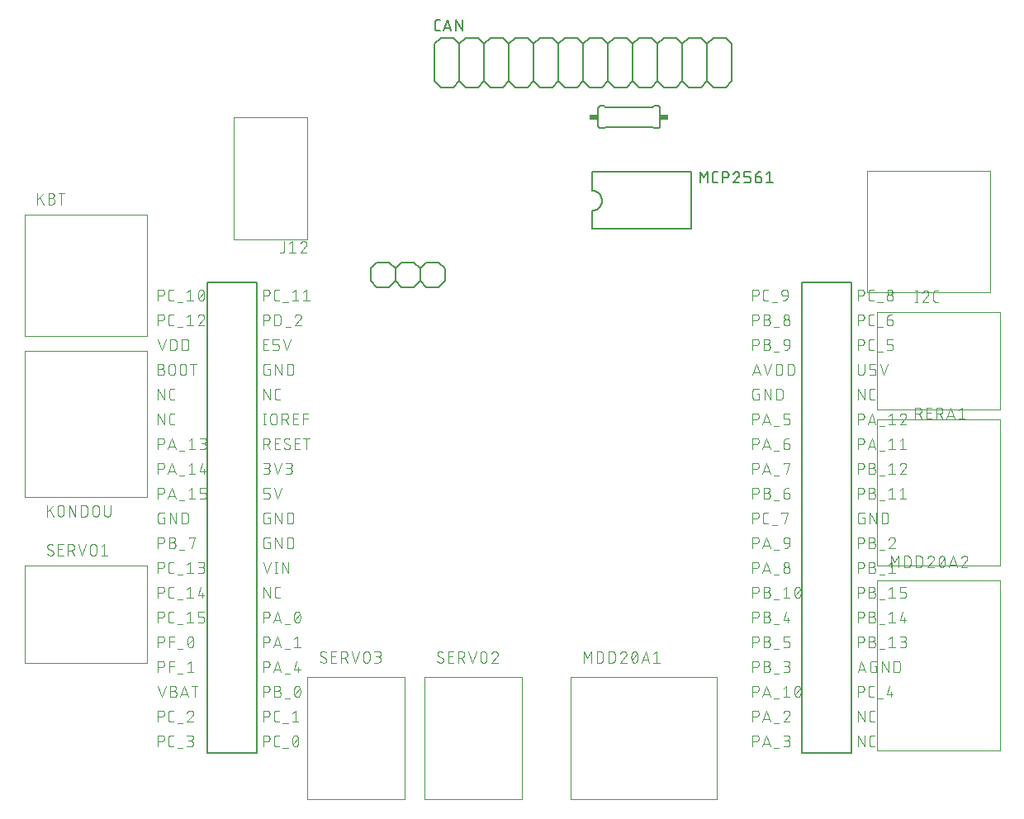
<source format=gto>
G04 EAGLE Gerber RS-274X export*
G75*
%MOMM*%
%FSLAX34Y34*%
%LPD*%
%INTop Silkscreen*%
%IPPOS*%
%AMOC8*
5,1,8,0,0,1.08239X$1,22.5*%
G01*
%ADD10C,0.152400*%
%ADD11C,0.127000*%
%ADD12C,0.101600*%
%ADD13R,0.863600X0.609600*%
%ADD14C,0.000000*%


D10*
X683600Y643410D02*
X582000Y643410D01*
X582000Y584990D02*
X683600Y584990D01*
X683600Y643410D01*
X582000Y643410D02*
X582000Y624360D01*
X582000Y604040D02*
X582000Y584990D01*
X582000Y604040D02*
X582247Y604043D01*
X582495Y604052D01*
X582742Y604067D01*
X582988Y604088D01*
X583234Y604115D01*
X583479Y604148D01*
X583724Y604187D01*
X583967Y604232D01*
X584209Y604283D01*
X584450Y604340D01*
X584689Y604402D01*
X584927Y604471D01*
X585163Y604545D01*
X585397Y604625D01*
X585629Y604710D01*
X585859Y604802D01*
X586087Y604898D01*
X586312Y605001D01*
X586535Y605108D01*
X586755Y605222D01*
X586972Y605340D01*
X587187Y605464D01*
X587398Y605593D01*
X587606Y605727D01*
X587811Y605866D01*
X588012Y606010D01*
X588210Y606158D01*
X588404Y606312D01*
X588594Y606470D01*
X588780Y606633D01*
X588962Y606800D01*
X589140Y606972D01*
X589314Y607148D01*
X589484Y607328D01*
X589649Y607513D01*
X589809Y607701D01*
X589965Y607893D01*
X590117Y608089D01*
X590263Y608288D01*
X590405Y608491D01*
X590541Y608698D01*
X590673Y608907D01*
X590799Y609120D01*
X590920Y609336D01*
X591036Y609554D01*
X591146Y609776D01*
X591251Y610000D01*
X591351Y610226D01*
X591445Y610455D01*
X591533Y610686D01*
X591616Y610920D01*
X591693Y611155D01*
X591764Y611392D01*
X591830Y611630D01*
X591889Y611870D01*
X591943Y612112D01*
X591991Y612355D01*
X592033Y612598D01*
X592069Y612843D01*
X592099Y613089D01*
X592123Y613335D01*
X592141Y613582D01*
X592153Y613829D01*
X592159Y614076D01*
X592159Y614324D01*
X592153Y614571D01*
X592141Y614818D01*
X592123Y615065D01*
X592099Y615311D01*
X592069Y615557D01*
X592033Y615802D01*
X591991Y616045D01*
X591943Y616288D01*
X591889Y616530D01*
X591830Y616770D01*
X591764Y617008D01*
X591693Y617245D01*
X591616Y617480D01*
X591533Y617714D01*
X591445Y617945D01*
X591351Y618174D01*
X591251Y618400D01*
X591146Y618624D01*
X591036Y618846D01*
X590920Y619064D01*
X590799Y619280D01*
X590673Y619493D01*
X590541Y619702D01*
X590405Y619909D01*
X590263Y620112D01*
X590117Y620311D01*
X589965Y620507D01*
X589809Y620699D01*
X589649Y620887D01*
X589484Y621072D01*
X589314Y621252D01*
X589140Y621428D01*
X588962Y621600D01*
X588780Y621767D01*
X588594Y621930D01*
X588404Y622088D01*
X588210Y622242D01*
X588012Y622390D01*
X587811Y622534D01*
X587606Y622673D01*
X587398Y622807D01*
X587187Y622936D01*
X586972Y623060D01*
X586755Y623178D01*
X586535Y623292D01*
X586312Y623399D01*
X586087Y623502D01*
X585859Y623598D01*
X585629Y623690D01*
X585397Y623775D01*
X585163Y623855D01*
X584927Y623929D01*
X584689Y623998D01*
X584450Y624060D01*
X584209Y624117D01*
X583967Y624168D01*
X583724Y624213D01*
X583479Y624252D01*
X583234Y624285D01*
X582988Y624312D01*
X582742Y624333D01*
X582495Y624348D01*
X582247Y624357D01*
X582000Y624360D01*
D11*
X692572Y632395D02*
X692572Y643825D01*
X696382Y637475D01*
X700192Y643825D01*
X700192Y632395D01*
X708283Y632395D02*
X710823Y632395D01*
X708283Y632395D02*
X708183Y632397D01*
X708084Y632403D01*
X707984Y632413D01*
X707886Y632426D01*
X707787Y632444D01*
X707690Y632465D01*
X707594Y632490D01*
X707498Y632519D01*
X707404Y632552D01*
X707311Y632588D01*
X707220Y632628D01*
X707130Y632672D01*
X707042Y632719D01*
X706956Y632769D01*
X706872Y632823D01*
X706790Y632880D01*
X706711Y632940D01*
X706633Y633004D01*
X706559Y633070D01*
X706487Y633139D01*
X706418Y633211D01*
X706352Y633285D01*
X706288Y633363D01*
X706228Y633442D01*
X706171Y633524D01*
X706117Y633608D01*
X706067Y633694D01*
X706020Y633782D01*
X705976Y633872D01*
X705936Y633963D01*
X705900Y634056D01*
X705867Y634150D01*
X705838Y634246D01*
X705813Y634342D01*
X705792Y634439D01*
X705774Y634538D01*
X705761Y634636D01*
X705751Y634736D01*
X705745Y634835D01*
X705743Y634935D01*
X705743Y641285D01*
X705745Y641385D01*
X705751Y641484D01*
X705761Y641584D01*
X705774Y641682D01*
X705792Y641781D01*
X705813Y641878D01*
X705838Y641974D01*
X705867Y642070D01*
X705900Y642164D01*
X705936Y642257D01*
X705976Y642348D01*
X706020Y642438D01*
X706067Y642526D01*
X706117Y642612D01*
X706171Y642696D01*
X706228Y642778D01*
X706288Y642857D01*
X706352Y642935D01*
X706418Y643009D01*
X706487Y643081D01*
X706559Y643150D01*
X706633Y643216D01*
X706711Y643280D01*
X706790Y643340D01*
X706872Y643397D01*
X706956Y643451D01*
X707042Y643501D01*
X707130Y643548D01*
X707220Y643592D01*
X707311Y643632D01*
X707404Y643668D01*
X707498Y643701D01*
X707594Y643730D01*
X707690Y643755D01*
X707787Y643776D01*
X707886Y643794D01*
X707984Y643807D01*
X708084Y643817D01*
X708183Y643823D01*
X708283Y643825D01*
X710823Y643825D01*
X715877Y643825D02*
X715877Y632395D01*
X715877Y643825D02*
X719052Y643825D01*
X719163Y643823D01*
X719273Y643817D01*
X719384Y643808D01*
X719494Y643794D01*
X719603Y643777D01*
X719712Y643756D01*
X719820Y643731D01*
X719927Y643702D01*
X720033Y643670D01*
X720138Y643634D01*
X720241Y643594D01*
X720343Y643551D01*
X720444Y643504D01*
X720543Y643453D01*
X720640Y643400D01*
X720734Y643343D01*
X720827Y643282D01*
X720918Y643219D01*
X721007Y643152D01*
X721093Y643082D01*
X721176Y643009D01*
X721258Y642934D01*
X721336Y642856D01*
X721411Y642774D01*
X721484Y642691D01*
X721554Y642605D01*
X721621Y642516D01*
X721684Y642425D01*
X721745Y642332D01*
X721802Y642237D01*
X721855Y642141D01*
X721906Y642042D01*
X721953Y641941D01*
X721996Y641839D01*
X722036Y641736D01*
X722072Y641631D01*
X722104Y641525D01*
X722133Y641418D01*
X722158Y641310D01*
X722179Y641201D01*
X722196Y641092D01*
X722210Y640982D01*
X722219Y640871D01*
X722225Y640761D01*
X722227Y640650D01*
X722225Y640539D01*
X722219Y640429D01*
X722210Y640318D01*
X722196Y640208D01*
X722179Y640099D01*
X722158Y639990D01*
X722133Y639882D01*
X722104Y639775D01*
X722072Y639669D01*
X722036Y639564D01*
X721996Y639461D01*
X721953Y639359D01*
X721906Y639258D01*
X721855Y639159D01*
X721802Y639063D01*
X721745Y638968D01*
X721684Y638875D01*
X721621Y638784D01*
X721554Y638695D01*
X721484Y638609D01*
X721411Y638526D01*
X721336Y638444D01*
X721258Y638366D01*
X721176Y638291D01*
X721093Y638218D01*
X721007Y638148D01*
X720918Y638081D01*
X720827Y638018D01*
X720734Y637957D01*
X720640Y637900D01*
X720543Y637847D01*
X720444Y637796D01*
X720343Y637749D01*
X720241Y637706D01*
X720138Y637666D01*
X720033Y637630D01*
X719927Y637598D01*
X719820Y637569D01*
X719712Y637544D01*
X719603Y637523D01*
X719494Y637506D01*
X719384Y637492D01*
X719273Y637483D01*
X719163Y637477D01*
X719052Y637475D01*
X715877Y637475D01*
X730228Y643826D02*
X730332Y643824D01*
X730437Y643818D01*
X730541Y643809D01*
X730644Y643796D01*
X730747Y643778D01*
X730849Y643758D01*
X730951Y643733D01*
X731051Y643705D01*
X731151Y643673D01*
X731249Y643637D01*
X731346Y643598D01*
X731441Y643556D01*
X731535Y643510D01*
X731627Y643460D01*
X731717Y643408D01*
X731805Y643352D01*
X731891Y643292D01*
X731975Y643230D01*
X732056Y643165D01*
X732135Y643097D01*
X732212Y643025D01*
X732285Y642952D01*
X732357Y642875D01*
X732425Y642796D01*
X732490Y642715D01*
X732552Y642631D01*
X732612Y642545D01*
X732668Y642457D01*
X732720Y642367D01*
X732770Y642275D01*
X732816Y642181D01*
X732858Y642086D01*
X732897Y641989D01*
X732933Y641891D01*
X732965Y641791D01*
X732993Y641691D01*
X733018Y641589D01*
X733038Y641487D01*
X733056Y641384D01*
X733069Y641281D01*
X733078Y641177D01*
X733084Y641072D01*
X733086Y640968D01*
X730228Y643825D02*
X730110Y643823D01*
X729991Y643817D01*
X729873Y643808D01*
X729756Y643795D01*
X729639Y643777D01*
X729522Y643757D01*
X729406Y643732D01*
X729291Y643704D01*
X729178Y643671D01*
X729065Y643636D01*
X728953Y643596D01*
X728843Y643554D01*
X728734Y643507D01*
X728626Y643457D01*
X728521Y643404D01*
X728417Y643347D01*
X728315Y643287D01*
X728215Y643224D01*
X728117Y643157D01*
X728021Y643088D01*
X727928Y643015D01*
X727837Y642939D01*
X727748Y642861D01*
X727662Y642779D01*
X727579Y642695D01*
X727498Y642609D01*
X727421Y642519D01*
X727346Y642428D01*
X727274Y642334D01*
X727205Y642237D01*
X727140Y642139D01*
X727077Y642038D01*
X727018Y641935D01*
X726962Y641831D01*
X726910Y641725D01*
X726861Y641617D01*
X726816Y641508D01*
X726774Y641397D01*
X726736Y641285D01*
X732133Y638746D02*
X732209Y638821D01*
X732284Y638900D01*
X732355Y638981D01*
X732424Y639065D01*
X732489Y639151D01*
X732551Y639239D01*
X732611Y639329D01*
X732667Y639421D01*
X732720Y639516D01*
X732769Y639612D01*
X732815Y639710D01*
X732858Y639809D01*
X732897Y639910D01*
X732932Y640012D01*
X732964Y640115D01*
X732992Y640219D01*
X733017Y640324D01*
X733038Y640431D01*
X733055Y640537D01*
X733068Y640644D01*
X733077Y640752D01*
X733083Y640860D01*
X733085Y640968D01*
X732133Y638745D02*
X726735Y632395D01*
X733085Y632395D01*
X738165Y632395D02*
X741975Y632395D01*
X742075Y632397D01*
X742174Y632403D01*
X742274Y632413D01*
X742372Y632426D01*
X742471Y632444D01*
X742568Y632465D01*
X742664Y632490D01*
X742760Y632519D01*
X742854Y632552D01*
X742947Y632588D01*
X743038Y632628D01*
X743128Y632672D01*
X743216Y632719D01*
X743302Y632769D01*
X743386Y632823D01*
X743468Y632880D01*
X743547Y632940D01*
X743625Y633004D01*
X743699Y633070D01*
X743771Y633139D01*
X743840Y633211D01*
X743906Y633285D01*
X743970Y633363D01*
X744030Y633442D01*
X744087Y633524D01*
X744141Y633608D01*
X744191Y633694D01*
X744238Y633782D01*
X744282Y633872D01*
X744322Y633963D01*
X744358Y634056D01*
X744391Y634150D01*
X744420Y634246D01*
X744445Y634342D01*
X744466Y634439D01*
X744484Y634538D01*
X744497Y634636D01*
X744507Y634736D01*
X744513Y634835D01*
X744515Y634935D01*
X744515Y636205D01*
X744513Y636305D01*
X744507Y636404D01*
X744497Y636504D01*
X744484Y636602D01*
X744466Y636701D01*
X744445Y636798D01*
X744420Y636894D01*
X744391Y636990D01*
X744358Y637084D01*
X744322Y637177D01*
X744282Y637268D01*
X744238Y637358D01*
X744191Y637446D01*
X744141Y637532D01*
X744087Y637616D01*
X744030Y637698D01*
X743970Y637777D01*
X743906Y637855D01*
X743840Y637929D01*
X743771Y638001D01*
X743699Y638070D01*
X743625Y638136D01*
X743547Y638200D01*
X743468Y638260D01*
X743386Y638317D01*
X743302Y638371D01*
X743216Y638421D01*
X743128Y638468D01*
X743038Y638512D01*
X742947Y638552D01*
X742854Y638588D01*
X742760Y638621D01*
X742664Y638650D01*
X742568Y638675D01*
X742471Y638696D01*
X742372Y638714D01*
X742274Y638727D01*
X742174Y638737D01*
X742075Y638743D01*
X741975Y638745D01*
X738165Y638745D01*
X738165Y643825D01*
X744515Y643825D01*
X749595Y638745D02*
X753405Y638745D01*
X753505Y638743D01*
X753604Y638737D01*
X753704Y638727D01*
X753802Y638714D01*
X753901Y638696D01*
X753998Y638675D01*
X754094Y638650D01*
X754190Y638621D01*
X754284Y638588D01*
X754377Y638552D01*
X754468Y638512D01*
X754558Y638468D01*
X754646Y638421D01*
X754732Y638371D01*
X754816Y638317D01*
X754898Y638260D01*
X754977Y638200D01*
X755055Y638136D01*
X755129Y638070D01*
X755201Y638001D01*
X755270Y637929D01*
X755336Y637855D01*
X755400Y637777D01*
X755460Y637698D01*
X755517Y637616D01*
X755571Y637532D01*
X755621Y637446D01*
X755668Y637358D01*
X755712Y637268D01*
X755752Y637177D01*
X755788Y637084D01*
X755821Y636990D01*
X755850Y636894D01*
X755875Y636798D01*
X755896Y636701D01*
X755914Y636602D01*
X755927Y636504D01*
X755937Y636404D01*
X755943Y636305D01*
X755945Y636205D01*
X755945Y635570D01*
X755943Y635459D01*
X755937Y635349D01*
X755928Y635238D01*
X755914Y635128D01*
X755897Y635019D01*
X755876Y634910D01*
X755851Y634802D01*
X755822Y634695D01*
X755790Y634589D01*
X755754Y634484D01*
X755714Y634381D01*
X755671Y634279D01*
X755624Y634178D01*
X755573Y634079D01*
X755520Y633983D01*
X755463Y633888D01*
X755402Y633795D01*
X755339Y633704D01*
X755272Y633615D01*
X755202Y633529D01*
X755129Y633446D01*
X755054Y633364D01*
X754976Y633286D01*
X754894Y633211D01*
X754811Y633138D01*
X754725Y633068D01*
X754636Y633001D01*
X754545Y632938D01*
X754452Y632877D01*
X754358Y632820D01*
X754261Y632767D01*
X754162Y632716D01*
X754061Y632669D01*
X753959Y632626D01*
X753856Y632586D01*
X753751Y632550D01*
X753645Y632518D01*
X753538Y632489D01*
X753430Y632464D01*
X753321Y632443D01*
X753212Y632426D01*
X753102Y632412D01*
X752991Y632403D01*
X752881Y632397D01*
X752770Y632395D01*
X752659Y632397D01*
X752549Y632403D01*
X752438Y632412D01*
X752328Y632426D01*
X752219Y632443D01*
X752110Y632464D01*
X752002Y632489D01*
X751895Y632518D01*
X751789Y632550D01*
X751684Y632586D01*
X751581Y632626D01*
X751479Y632669D01*
X751378Y632716D01*
X751279Y632767D01*
X751183Y632820D01*
X751088Y632877D01*
X750995Y632938D01*
X750904Y633001D01*
X750815Y633068D01*
X750729Y633138D01*
X750646Y633211D01*
X750564Y633286D01*
X750486Y633364D01*
X750411Y633446D01*
X750338Y633529D01*
X750268Y633615D01*
X750201Y633704D01*
X750138Y633795D01*
X750077Y633888D01*
X750020Y633983D01*
X749967Y634079D01*
X749916Y634178D01*
X749869Y634279D01*
X749826Y634381D01*
X749786Y634484D01*
X749750Y634589D01*
X749718Y634695D01*
X749689Y634802D01*
X749664Y634910D01*
X749643Y635019D01*
X749626Y635128D01*
X749612Y635238D01*
X749603Y635349D01*
X749597Y635459D01*
X749595Y635570D01*
X749595Y638745D01*
X749597Y638885D01*
X749603Y639025D01*
X749612Y639165D01*
X749626Y639304D01*
X749643Y639443D01*
X749664Y639581D01*
X749689Y639719D01*
X749718Y639856D01*
X749750Y639992D01*
X749787Y640127D01*
X749827Y640261D01*
X749870Y640394D01*
X749918Y640526D01*
X749968Y640657D01*
X750023Y640786D01*
X750081Y640913D01*
X750142Y641039D01*
X750207Y641163D01*
X750276Y641285D01*
X750347Y641405D01*
X750422Y641523D01*
X750500Y641640D01*
X750582Y641754D01*
X750666Y641865D01*
X750754Y641974D01*
X750844Y642081D01*
X750938Y642186D01*
X751034Y642287D01*
X751133Y642386D01*
X751234Y642482D01*
X751339Y642576D01*
X751446Y642666D01*
X751555Y642754D01*
X751666Y642838D01*
X751780Y642920D01*
X751897Y642998D01*
X752015Y643073D01*
X752135Y643144D01*
X752257Y643213D01*
X752381Y643278D01*
X752507Y643339D01*
X752634Y643397D01*
X752763Y643452D01*
X752894Y643502D01*
X753026Y643550D01*
X753159Y643593D01*
X753293Y643633D01*
X753428Y643670D01*
X753564Y643702D01*
X753701Y643731D01*
X753839Y643756D01*
X753977Y643777D01*
X754116Y643794D01*
X754255Y643808D01*
X754395Y643817D01*
X754535Y643823D01*
X754675Y643825D01*
X761025Y641285D02*
X764200Y643825D01*
X764200Y632395D01*
X761025Y632395D02*
X767375Y632395D01*
D10*
X426750Y730400D02*
X420400Y736750D01*
X426750Y730400D02*
X439450Y730400D01*
X445800Y736750D01*
X452150Y730400D01*
X464850Y730400D01*
X471200Y736750D01*
X477550Y730400D01*
X490250Y730400D01*
X496600Y736750D01*
X502950Y730400D01*
X515650Y730400D01*
X522000Y736750D01*
X528350Y730400D01*
X541050Y730400D01*
X547400Y736750D01*
X553750Y730400D01*
X566450Y730400D01*
X572800Y736750D01*
X420400Y736750D02*
X420400Y774850D01*
X426750Y781200D01*
X439450Y781200D01*
X445800Y774850D01*
X452150Y781200D01*
X464850Y781200D01*
X471200Y774850D01*
X477550Y781200D01*
X490250Y781200D01*
X496600Y774850D01*
X502950Y781200D01*
X515650Y781200D01*
X522000Y774850D01*
X528350Y781200D01*
X541050Y781200D01*
X547400Y774850D01*
X553750Y781200D01*
X566450Y781200D01*
X572800Y774850D01*
X579150Y781200D01*
X591850Y781200D01*
X598200Y774850D01*
X604550Y781200D01*
X617250Y781200D01*
X623600Y774850D01*
X629950Y781200D01*
X642650Y781200D01*
X649000Y774850D01*
X655350Y781200D01*
X668050Y781200D01*
X674400Y774850D01*
X680750Y781200D01*
X693450Y781200D01*
X699800Y774850D01*
X699800Y736750D02*
X693450Y730400D01*
X680750Y730400D01*
X674400Y736750D01*
X668050Y730400D01*
X655350Y730400D01*
X649000Y736750D01*
X642650Y730400D01*
X629950Y730400D01*
X623600Y736750D01*
X617250Y730400D01*
X604550Y730400D01*
X598200Y736750D01*
X591850Y730400D01*
X579150Y730400D01*
X572800Y736750D01*
X445800Y736750D02*
X445800Y774850D01*
X471200Y774850D02*
X471200Y736750D01*
X496600Y736750D02*
X496600Y774850D01*
X522000Y774850D02*
X522000Y736750D01*
X547400Y736750D02*
X547400Y774850D01*
X572800Y774850D02*
X572800Y736750D01*
X598200Y736750D02*
X598200Y774850D01*
X623600Y774850D02*
X623600Y736750D01*
X649000Y736750D02*
X649000Y774850D01*
X674400Y774850D02*
X674400Y736750D01*
X699800Y736750D02*
X699800Y774850D01*
X706150Y781200D01*
X718850Y781200D01*
X725200Y774850D01*
X725200Y736750D02*
X718850Y730400D01*
X706150Y730400D01*
X699800Y736750D01*
X725200Y736750D02*
X725200Y774850D01*
D11*
X426115Y788185D02*
X423575Y788185D01*
X423475Y788187D01*
X423376Y788193D01*
X423276Y788203D01*
X423178Y788216D01*
X423079Y788234D01*
X422982Y788255D01*
X422886Y788280D01*
X422790Y788309D01*
X422696Y788342D01*
X422603Y788378D01*
X422512Y788418D01*
X422422Y788462D01*
X422334Y788509D01*
X422248Y788559D01*
X422164Y788613D01*
X422082Y788670D01*
X422003Y788730D01*
X421925Y788794D01*
X421851Y788860D01*
X421779Y788929D01*
X421710Y789001D01*
X421644Y789075D01*
X421580Y789153D01*
X421520Y789232D01*
X421463Y789314D01*
X421409Y789398D01*
X421359Y789484D01*
X421312Y789572D01*
X421268Y789662D01*
X421228Y789753D01*
X421192Y789846D01*
X421159Y789940D01*
X421130Y790036D01*
X421105Y790132D01*
X421084Y790229D01*
X421066Y790328D01*
X421053Y790426D01*
X421043Y790526D01*
X421037Y790625D01*
X421035Y790725D01*
X421035Y797075D01*
X421037Y797175D01*
X421043Y797274D01*
X421053Y797374D01*
X421066Y797472D01*
X421084Y797571D01*
X421105Y797668D01*
X421130Y797764D01*
X421159Y797860D01*
X421192Y797954D01*
X421228Y798047D01*
X421268Y798138D01*
X421312Y798228D01*
X421359Y798316D01*
X421409Y798402D01*
X421463Y798486D01*
X421520Y798568D01*
X421580Y798647D01*
X421644Y798725D01*
X421710Y798799D01*
X421779Y798871D01*
X421851Y798940D01*
X421925Y799006D01*
X422003Y799070D01*
X422082Y799130D01*
X422164Y799187D01*
X422248Y799241D01*
X422334Y799291D01*
X422422Y799338D01*
X422512Y799382D01*
X422603Y799422D01*
X422696Y799458D01*
X422790Y799491D01*
X422886Y799520D01*
X422982Y799545D01*
X423079Y799566D01*
X423178Y799584D01*
X423276Y799597D01*
X423376Y799607D01*
X423475Y799613D01*
X423575Y799615D01*
X426115Y799615D01*
X433772Y799615D02*
X429962Y788185D01*
X437582Y788185D02*
X433772Y799615D01*
X436630Y791043D02*
X430915Y791043D01*
X442408Y788185D02*
X442408Y799615D01*
X448758Y788185D01*
X448758Y799615D01*
X238100Y529900D02*
X187300Y529900D01*
X238100Y529900D02*
X238100Y47300D01*
X187300Y47300D01*
X187300Y529900D01*
X796900Y529900D02*
X847700Y529900D01*
X847700Y47300D01*
X796900Y47300D01*
X796900Y529900D01*
D12*
X251449Y441649D02*
X249502Y441649D01*
X251449Y441649D02*
X251449Y435158D01*
X247554Y435158D01*
X247455Y435160D01*
X247355Y435166D01*
X247256Y435175D01*
X247158Y435188D01*
X247060Y435205D01*
X246962Y435226D01*
X246866Y435251D01*
X246771Y435279D01*
X246677Y435311D01*
X246584Y435346D01*
X246492Y435385D01*
X246402Y435428D01*
X246314Y435473D01*
X246227Y435523D01*
X246143Y435575D01*
X246060Y435631D01*
X245980Y435689D01*
X245902Y435751D01*
X245827Y435816D01*
X245754Y435884D01*
X245684Y435954D01*
X245616Y436027D01*
X245551Y436102D01*
X245489Y436180D01*
X245431Y436260D01*
X245375Y436343D01*
X245323Y436427D01*
X245273Y436514D01*
X245228Y436602D01*
X245185Y436692D01*
X245146Y436784D01*
X245111Y436877D01*
X245079Y436971D01*
X245051Y437066D01*
X245026Y437162D01*
X245005Y437260D01*
X244988Y437358D01*
X244975Y437456D01*
X244966Y437555D01*
X244960Y437655D01*
X244958Y437754D01*
X244958Y444246D01*
X244960Y444345D01*
X244966Y444445D01*
X244975Y444544D01*
X244988Y444642D01*
X245005Y444740D01*
X245026Y444838D01*
X245051Y444934D01*
X245079Y445029D01*
X245111Y445123D01*
X245146Y445216D01*
X245185Y445308D01*
X245228Y445398D01*
X245273Y445486D01*
X245323Y445573D01*
X245375Y445657D01*
X245431Y445740D01*
X245489Y445820D01*
X245551Y445898D01*
X245616Y445973D01*
X245684Y446046D01*
X245754Y446116D01*
X245827Y446184D01*
X245902Y446249D01*
X245980Y446311D01*
X246060Y446369D01*
X246143Y446425D01*
X246227Y446477D01*
X246314Y446527D01*
X246402Y446572D01*
X246492Y446615D01*
X246584Y446654D01*
X246676Y446689D01*
X246771Y446721D01*
X246866Y446749D01*
X246962Y446774D01*
X247060Y446795D01*
X247158Y446812D01*
X247256Y446825D01*
X247355Y446834D01*
X247455Y446840D01*
X247554Y446842D01*
X251449Y446842D01*
X257150Y446842D02*
X257150Y435158D01*
X263641Y435158D02*
X257150Y446842D01*
X263641Y446842D02*
X263641Y435158D01*
X269342Y435158D02*
X269342Y446842D01*
X272587Y446842D01*
X272700Y446840D01*
X272813Y446834D01*
X272926Y446824D01*
X273039Y446810D01*
X273151Y446793D01*
X273262Y446771D01*
X273372Y446746D01*
X273482Y446716D01*
X273590Y446683D01*
X273697Y446646D01*
X273803Y446606D01*
X273907Y446561D01*
X274010Y446513D01*
X274111Y446462D01*
X274210Y446407D01*
X274307Y446349D01*
X274402Y446287D01*
X274495Y446222D01*
X274585Y446154D01*
X274673Y446083D01*
X274759Y446008D01*
X274842Y445931D01*
X274922Y445851D01*
X274999Y445768D01*
X275074Y445682D01*
X275145Y445594D01*
X275213Y445504D01*
X275278Y445411D01*
X275340Y445316D01*
X275398Y445219D01*
X275453Y445120D01*
X275504Y445019D01*
X275552Y444916D01*
X275597Y444812D01*
X275637Y444706D01*
X275674Y444599D01*
X275707Y444491D01*
X275737Y444381D01*
X275762Y444271D01*
X275784Y444160D01*
X275801Y444048D01*
X275815Y443935D01*
X275825Y443822D01*
X275831Y443709D01*
X275833Y443596D01*
X275833Y438404D01*
X275834Y438404D02*
X275832Y438291D01*
X275826Y438178D01*
X275816Y438065D01*
X275802Y437952D01*
X275785Y437840D01*
X275763Y437729D01*
X275738Y437619D01*
X275708Y437509D01*
X275675Y437401D01*
X275638Y437294D01*
X275598Y437188D01*
X275553Y437084D01*
X275505Y436981D01*
X275454Y436880D01*
X275399Y436781D01*
X275341Y436684D01*
X275279Y436589D01*
X275214Y436496D01*
X275146Y436406D01*
X275075Y436318D01*
X275000Y436232D01*
X274923Y436149D01*
X274843Y436069D01*
X274760Y435992D01*
X274674Y435917D01*
X274586Y435846D01*
X274496Y435778D01*
X274403Y435713D01*
X274308Y435651D01*
X274211Y435593D01*
X274112Y435538D01*
X274011Y435487D01*
X273908Y435439D01*
X273804Y435394D01*
X273698Y435354D01*
X273591Y435317D01*
X273483Y435284D01*
X273373Y435254D01*
X273263Y435229D01*
X273152Y435207D01*
X273040Y435190D01*
X272927Y435176D01*
X272814Y435166D01*
X272701Y435160D01*
X272588Y435158D01*
X272587Y435158D02*
X269342Y435158D01*
X251449Y289249D02*
X249502Y289249D01*
X251449Y289249D02*
X251449Y282758D01*
X247554Y282758D01*
X247455Y282760D01*
X247355Y282766D01*
X247256Y282775D01*
X247158Y282788D01*
X247060Y282805D01*
X246962Y282826D01*
X246866Y282851D01*
X246771Y282879D01*
X246677Y282911D01*
X246584Y282946D01*
X246492Y282985D01*
X246402Y283028D01*
X246314Y283073D01*
X246227Y283123D01*
X246143Y283175D01*
X246060Y283231D01*
X245980Y283289D01*
X245902Y283351D01*
X245827Y283416D01*
X245754Y283484D01*
X245684Y283554D01*
X245616Y283627D01*
X245551Y283702D01*
X245489Y283780D01*
X245431Y283860D01*
X245375Y283943D01*
X245323Y284027D01*
X245273Y284114D01*
X245228Y284202D01*
X245185Y284292D01*
X245146Y284384D01*
X245111Y284477D01*
X245079Y284571D01*
X245051Y284666D01*
X245026Y284762D01*
X245005Y284860D01*
X244988Y284958D01*
X244975Y285056D01*
X244966Y285155D01*
X244960Y285255D01*
X244958Y285354D01*
X244958Y291846D01*
X244960Y291945D01*
X244966Y292045D01*
X244975Y292144D01*
X244988Y292242D01*
X245005Y292340D01*
X245026Y292438D01*
X245051Y292534D01*
X245079Y292629D01*
X245111Y292723D01*
X245146Y292816D01*
X245185Y292908D01*
X245228Y292998D01*
X245273Y293086D01*
X245323Y293173D01*
X245375Y293257D01*
X245431Y293340D01*
X245489Y293420D01*
X245551Y293498D01*
X245616Y293573D01*
X245684Y293646D01*
X245754Y293716D01*
X245827Y293784D01*
X245902Y293849D01*
X245980Y293911D01*
X246060Y293969D01*
X246143Y294025D01*
X246227Y294077D01*
X246314Y294127D01*
X246402Y294172D01*
X246492Y294215D01*
X246584Y294254D01*
X246676Y294289D01*
X246771Y294321D01*
X246866Y294349D01*
X246962Y294374D01*
X247060Y294395D01*
X247158Y294412D01*
X247256Y294425D01*
X247355Y294434D01*
X247455Y294440D01*
X247554Y294442D01*
X251449Y294442D01*
X257150Y294442D02*
X257150Y282758D01*
X263641Y282758D02*
X257150Y294442D01*
X263641Y294442D02*
X263641Y282758D01*
X269342Y282758D02*
X269342Y294442D01*
X272587Y294442D01*
X272700Y294440D01*
X272813Y294434D01*
X272926Y294424D01*
X273039Y294410D01*
X273151Y294393D01*
X273262Y294371D01*
X273372Y294346D01*
X273482Y294316D01*
X273590Y294283D01*
X273697Y294246D01*
X273803Y294206D01*
X273907Y294161D01*
X274010Y294113D01*
X274111Y294062D01*
X274210Y294007D01*
X274307Y293949D01*
X274402Y293887D01*
X274495Y293822D01*
X274585Y293754D01*
X274673Y293683D01*
X274759Y293608D01*
X274842Y293531D01*
X274922Y293451D01*
X274999Y293368D01*
X275074Y293282D01*
X275145Y293194D01*
X275213Y293104D01*
X275278Y293011D01*
X275340Y292916D01*
X275398Y292819D01*
X275453Y292720D01*
X275504Y292619D01*
X275552Y292516D01*
X275597Y292412D01*
X275637Y292306D01*
X275674Y292199D01*
X275707Y292091D01*
X275737Y291981D01*
X275762Y291871D01*
X275784Y291760D01*
X275801Y291648D01*
X275815Y291535D01*
X275825Y291422D01*
X275831Y291309D01*
X275833Y291196D01*
X275833Y286004D01*
X275834Y286004D02*
X275832Y285891D01*
X275826Y285778D01*
X275816Y285665D01*
X275802Y285552D01*
X275785Y285440D01*
X275763Y285329D01*
X275738Y285219D01*
X275708Y285109D01*
X275675Y285001D01*
X275638Y284894D01*
X275598Y284788D01*
X275553Y284684D01*
X275505Y284581D01*
X275454Y284480D01*
X275399Y284381D01*
X275341Y284284D01*
X275279Y284189D01*
X275214Y284096D01*
X275146Y284006D01*
X275075Y283918D01*
X275000Y283832D01*
X274923Y283749D01*
X274843Y283669D01*
X274760Y283592D01*
X274674Y283517D01*
X274586Y283446D01*
X274496Y283378D01*
X274403Y283313D01*
X274308Y283251D01*
X274211Y283193D01*
X274112Y283138D01*
X274011Y283087D01*
X273908Y283039D01*
X273804Y282994D01*
X273698Y282954D01*
X273591Y282917D01*
X273483Y282884D01*
X273373Y282854D01*
X273263Y282829D01*
X273152Y282807D01*
X273040Y282790D01*
X272927Y282776D01*
X272814Y282766D01*
X272701Y282760D01*
X272588Y282758D01*
X272587Y282758D02*
X269342Y282758D01*
X251449Y263849D02*
X249502Y263849D01*
X251449Y263849D02*
X251449Y257358D01*
X247554Y257358D01*
X247455Y257360D01*
X247355Y257366D01*
X247256Y257375D01*
X247158Y257388D01*
X247060Y257405D01*
X246962Y257426D01*
X246866Y257451D01*
X246771Y257479D01*
X246677Y257511D01*
X246584Y257546D01*
X246492Y257585D01*
X246402Y257628D01*
X246314Y257673D01*
X246227Y257723D01*
X246143Y257775D01*
X246060Y257831D01*
X245980Y257889D01*
X245902Y257951D01*
X245827Y258016D01*
X245754Y258084D01*
X245684Y258154D01*
X245616Y258227D01*
X245551Y258302D01*
X245489Y258380D01*
X245431Y258460D01*
X245375Y258543D01*
X245323Y258627D01*
X245273Y258714D01*
X245228Y258802D01*
X245185Y258892D01*
X245146Y258984D01*
X245111Y259077D01*
X245079Y259171D01*
X245051Y259266D01*
X245026Y259362D01*
X245005Y259460D01*
X244988Y259558D01*
X244975Y259656D01*
X244966Y259755D01*
X244960Y259855D01*
X244958Y259954D01*
X244958Y266446D01*
X244960Y266545D01*
X244966Y266645D01*
X244975Y266744D01*
X244988Y266842D01*
X245005Y266940D01*
X245026Y267038D01*
X245051Y267134D01*
X245079Y267229D01*
X245111Y267323D01*
X245146Y267416D01*
X245185Y267508D01*
X245228Y267598D01*
X245273Y267686D01*
X245323Y267773D01*
X245375Y267857D01*
X245431Y267940D01*
X245489Y268020D01*
X245551Y268098D01*
X245616Y268173D01*
X245684Y268246D01*
X245754Y268316D01*
X245827Y268384D01*
X245902Y268449D01*
X245980Y268511D01*
X246060Y268569D01*
X246143Y268625D01*
X246227Y268677D01*
X246314Y268727D01*
X246402Y268772D01*
X246492Y268815D01*
X246584Y268854D01*
X246676Y268889D01*
X246771Y268921D01*
X246866Y268949D01*
X246962Y268974D01*
X247060Y268995D01*
X247158Y269012D01*
X247256Y269025D01*
X247355Y269034D01*
X247455Y269040D01*
X247554Y269042D01*
X251449Y269042D01*
X257150Y269042D02*
X257150Y257358D01*
X263641Y257358D02*
X257150Y269042D01*
X263641Y269042D02*
X263641Y257358D01*
X269342Y257358D02*
X269342Y269042D01*
X272587Y269042D01*
X272700Y269040D01*
X272813Y269034D01*
X272926Y269024D01*
X273039Y269010D01*
X273151Y268993D01*
X273262Y268971D01*
X273372Y268946D01*
X273482Y268916D01*
X273590Y268883D01*
X273697Y268846D01*
X273803Y268806D01*
X273907Y268761D01*
X274010Y268713D01*
X274111Y268662D01*
X274210Y268607D01*
X274307Y268549D01*
X274402Y268487D01*
X274495Y268422D01*
X274585Y268354D01*
X274673Y268283D01*
X274759Y268208D01*
X274842Y268131D01*
X274922Y268051D01*
X274999Y267968D01*
X275074Y267882D01*
X275145Y267794D01*
X275213Y267704D01*
X275278Y267611D01*
X275340Y267516D01*
X275398Y267419D01*
X275453Y267320D01*
X275504Y267219D01*
X275552Y267116D01*
X275597Y267012D01*
X275637Y266906D01*
X275674Y266799D01*
X275707Y266691D01*
X275737Y266581D01*
X275762Y266471D01*
X275784Y266360D01*
X275801Y266248D01*
X275815Y266135D01*
X275825Y266022D01*
X275831Y265909D01*
X275833Y265796D01*
X275833Y260604D01*
X275834Y260604D02*
X275832Y260491D01*
X275826Y260378D01*
X275816Y260265D01*
X275802Y260152D01*
X275785Y260040D01*
X275763Y259929D01*
X275738Y259819D01*
X275708Y259709D01*
X275675Y259601D01*
X275638Y259494D01*
X275598Y259388D01*
X275553Y259284D01*
X275505Y259181D01*
X275454Y259080D01*
X275399Y258981D01*
X275341Y258884D01*
X275279Y258789D01*
X275214Y258696D01*
X275146Y258606D01*
X275075Y258518D01*
X275000Y258432D01*
X274923Y258349D01*
X274843Y258269D01*
X274760Y258192D01*
X274674Y258117D01*
X274586Y258046D01*
X274496Y257978D01*
X274403Y257913D01*
X274308Y257851D01*
X274211Y257793D01*
X274112Y257738D01*
X274011Y257687D01*
X273908Y257639D01*
X273804Y257594D01*
X273698Y257554D01*
X273591Y257517D01*
X273483Y257484D01*
X273373Y257454D01*
X273263Y257429D01*
X273152Y257407D01*
X273040Y257390D01*
X272927Y257376D01*
X272814Y257366D01*
X272701Y257360D01*
X272588Y257358D01*
X272587Y257358D02*
X269342Y257358D01*
X751152Y416249D02*
X753099Y416249D01*
X753099Y409758D01*
X749204Y409758D01*
X749105Y409760D01*
X749005Y409766D01*
X748906Y409775D01*
X748808Y409788D01*
X748710Y409805D01*
X748612Y409826D01*
X748516Y409851D01*
X748421Y409879D01*
X748327Y409911D01*
X748234Y409946D01*
X748142Y409985D01*
X748052Y410028D01*
X747964Y410073D01*
X747877Y410123D01*
X747793Y410175D01*
X747710Y410231D01*
X747630Y410289D01*
X747552Y410351D01*
X747477Y410416D01*
X747404Y410484D01*
X747334Y410554D01*
X747266Y410627D01*
X747201Y410702D01*
X747139Y410780D01*
X747081Y410860D01*
X747025Y410943D01*
X746973Y411027D01*
X746923Y411114D01*
X746878Y411202D01*
X746835Y411292D01*
X746796Y411384D01*
X746761Y411477D01*
X746729Y411571D01*
X746701Y411666D01*
X746676Y411762D01*
X746655Y411860D01*
X746638Y411958D01*
X746625Y412056D01*
X746616Y412155D01*
X746610Y412255D01*
X746608Y412354D01*
X746608Y418846D01*
X746610Y418945D01*
X746616Y419045D01*
X746625Y419144D01*
X746638Y419242D01*
X746655Y419340D01*
X746676Y419438D01*
X746701Y419534D01*
X746729Y419629D01*
X746761Y419723D01*
X746796Y419816D01*
X746835Y419908D01*
X746878Y419998D01*
X746923Y420086D01*
X746973Y420173D01*
X747025Y420257D01*
X747081Y420340D01*
X747139Y420420D01*
X747201Y420498D01*
X747266Y420573D01*
X747334Y420646D01*
X747404Y420716D01*
X747477Y420784D01*
X747552Y420849D01*
X747630Y420911D01*
X747710Y420969D01*
X747793Y421025D01*
X747877Y421077D01*
X747964Y421127D01*
X748052Y421172D01*
X748142Y421215D01*
X748234Y421254D01*
X748326Y421289D01*
X748421Y421321D01*
X748516Y421349D01*
X748612Y421374D01*
X748710Y421395D01*
X748808Y421412D01*
X748906Y421425D01*
X749005Y421434D01*
X749105Y421440D01*
X749204Y421442D01*
X753099Y421442D01*
X758800Y421442D02*
X758800Y409758D01*
X765291Y409758D02*
X758800Y421442D01*
X765291Y421442D02*
X765291Y409758D01*
X770992Y409758D02*
X770992Y421442D01*
X774237Y421442D01*
X774350Y421440D01*
X774463Y421434D01*
X774576Y421424D01*
X774689Y421410D01*
X774801Y421393D01*
X774912Y421371D01*
X775022Y421346D01*
X775132Y421316D01*
X775240Y421283D01*
X775347Y421246D01*
X775453Y421206D01*
X775557Y421161D01*
X775660Y421113D01*
X775761Y421062D01*
X775860Y421007D01*
X775957Y420949D01*
X776052Y420887D01*
X776145Y420822D01*
X776235Y420754D01*
X776323Y420683D01*
X776409Y420608D01*
X776492Y420531D01*
X776572Y420451D01*
X776649Y420368D01*
X776724Y420282D01*
X776795Y420194D01*
X776863Y420104D01*
X776928Y420011D01*
X776990Y419916D01*
X777048Y419819D01*
X777103Y419720D01*
X777154Y419619D01*
X777202Y419516D01*
X777247Y419412D01*
X777287Y419306D01*
X777324Y419199D01*
X777357Y419091D01*
X777387Y418981D01*
X777412Y418871D01*
X777434Y418760D01*
X777451Y418648D01*
X777465Y418535D01*
X777475Y418422D01*
X777481Y418309D01*
X777483Y418196D01*
X777483Y413004D01*
X777484Y413004D02*
X777482Y412891D01*
X777476Y412778D01*
X777466Y412665D01*
X777452Y412552D01*
X777435Y412440D01*
X777413Y412329D01*
X777388Y412219D01*
X777358Y412109D01*
X777325Y412001D01*
X777288Y411894D01*
X777248Y411788D01*
X777203Y411684D01*
X777155Y411581D01*
X777104Y411480D01*
X777049Y411381D01*
X776991Y411284D01*
X776929Y411189D01*
X776864Y411096D01*
X776796Y411006D01*
X776725Y410918D01*
X776650Y410832D01*
X776573Y410749D01*
X776493Y410669D01*
X776410Y410592D01*
X776324Y410517D01*
X776236Y410446D01*
X776146Y410378D01*
X776053Y410313D01*
X775958Y410251D01*
X775861Y410193D01*
X775762Y410138D01*
X775661Y410087D01*
X775558Y410039D01*
X775454Y409994D01*
X775348Y409954D01*
X775241Y409917D01*
X775133Y409884D01*
X775023Y409854D01*
X774913Y409829D01*
X774802Y409807D01*
X774690Y409790D01*
X774577Y409776D01*
X774464Y409766D01*
X774351Y409760D01*
X774238Y409758D01*
X774237Y409758D02*
X770992Y409758D01*
X859102Y289249D02*
X861049Y289249D01*
X861049Y282758D01*
X857154Y282758D01*
X857055Y282760D01*
X856955Y282766D01*
X856856Y282775D01*
X856758Y282788D01*
X856660Y282805D01*
X856562Y282826D01*
X856466Y282851D01*
X856371Y282879D01*
X856277Y282911D01*
X856184Y282946D01*
X856092Y282985D01*
X856002Y283028D01*
X855914Y283073D01*
X855827Y283123D01*
X855743Y283175D01*
X855660Y283231D01*
X855580Y283289D01*
X855502Y283351D01*
X855427Y283416D01*
X855354Y283484D01*
X855284Y283554D01*
X855216Y283627D01*
X855151Y283702D01*
X855089Y283780D01*
X855031Y283860D01*
X854975Y283943D01*
X854923Y284027D01*
X854873Y284114D01*
X854828Y284202D01*
X854785Y284292D01*
X854746Y284384D01*
X854711Y284477D01*
X854679Y284571D01*
X854651Y284666D01*
X854626Y284762D01*
X854605Y284860D01*
X854588Y284958D01*
X854575Y285056D01*
X854566Y285155D01*
X854560Y285255D01*
X854558Y285354D01*
X854558Y291846D01*
X854560Y291945D01*
X854566Y292045D01*
X854575Y292144D01*
X854588Y292242D01*
X854605Y292340D01*
X854626Y292438D01*
X854651Y292534D01*
X854679Y292629D01*
X854711Y292723D01*
X854746Y292816D01*
X854785Y292908D01*
X854828Y292998D01*
X854873Y293086D01*
X854923Y293173D01*
X854975Y293257D01*
X855031Y293340D01*
X855089Y293420D01*
X855151Y293498D01*
X855216Y293573D01*
X855284Y293646D01*
X855354Y293716D01*
X855427Y293784D01*
X855502Y293849D01*
X855580Y293911D01*
X855660Y293969D01*
X855743Y294025D01*
X855827Y294077D01*
X855914Y294127D01*
X856002Y294172D01*
X856092Y294215D01*
X856184Y294254D01*
X856276Y294289D01*
X856371Y294321D01*
X856466Y294349D01*
X856562Y294374D01*
X856660Y294395D01*
X856758Y294412D01*
X856856Y294425D01*
X856955Y294434D01*
X857055Y294440D01*
X857154Y294442D01*
X861049Y294442D01*
X866750Y294442D02*
X866750Y282758D01*
X873241Y282758D02*
X866750Y294442D01*
X873241Y294442D02*
X873241Y282758D01*
X878942Y282758D02*
X878942Y294442D01*
X882187Y294442D01*
X882300Y294440D01*
X882413Y294434D01*
X882526Y294424D01*
X882639Y294410D01*
X882751Y294393D01*
X882862Y294371D01*
X882972Y294346D01*
X883082Y294316D01*
X883190Y294283D01*
X883297Y294246D01*
X883403Y294206D01*
X883507Y294161D01*
X883610Y294113D01*
X883711Y294062D01*
X883810Y294007D01*
X883907Y293949D01*
X884002Y293887D01*
X884095Y293822D01*
X884185Y293754D01*
X884273Y293683D01*
X884359Y293608D01*
X884442Y293531D01*
X884522Y293451D01*
X884599Y293368D01*
X884674Y293282D01*
X884745Y293194D01*
X884813Y293104D01*
X884878Y293011D01*
X884940Y292916D01*
X884998Y292819D01*
X885053Y292720D01*
X885104Y292619D01*
X885152Y292516D01*
X885197Y292412D01*
X885237Y292306D01*
X885274Y292199D01*
X885307Y292091D01*
X885337Y291981D01*
X885362Y291871D01*
X885384Y291760D01*
X885401Y291648D01*
X885415Y291535D01*
X885425Y291422D01*
X885431Y291309D01*
X885433Y291196D01*
X885433Y286004D01*
X885434Y286004D02*
X885432Y285891D01*
X885426Y285778D01*
X885416Y285665D01*
X885402Y285552D01*
X885385Y285440D01*
X885363Y285329D01*
X885338Y285219D01*
X885308Y285109D01*
X885275Y285001D01*
X885238Y284894D01*
X885198Y284788D01*
X885153Y284684D01*
X885105Y284581D01*
X885054Y284480D01*
X884999Y284381D01*
X884941Y284284D01*
X884879Y284189D01*
X884814Y284096D01*
X884746Y284006D01*
X884675Y283918D01*
X884600Y283832D01*
X884523Y283749D01*
X884443Y283669D01*
X884360Y283592D01*
X884274Y283517D01*
X884186Y283446D01*
X884096Y283378D01*
X884003Y283313D01*
X883908Y283251D01*
X883811Y283193D01*
X883712Y283138D01*
X883611Y283087D01*
X883508Y283039D01*
X883404Y282994D01*
X883298Y282954D01*
X883191Y282917D01*
X883083Y282884D01*
X882973Y282854D01*
X882863Y282829D01*
X882752Y282807D01*
X882640Y282790D01*
X882527Y282776D01*
X882414Y282766D01*
X882301Y282760D01*
X882188Y282758D01*
X882187Y282758D02*
X878942Y282758D01*
X858453Y142042D02*
X854558Y130358D01*
X862347Y130358D02*
X858453Y142042D01*
X861374Y133279D02*
X855532Y133279D01*
X871562Y136849D02*
X873509Y136849D01*
X873509Y130358D01*
X869615Y130358D01*
X869516Y130360D01*
X869416Y130366D01*
X869317Y130375D01*
X869219Y130388D01*
X869121Y130405D01*
X869023Y130426D01*
X868927Y130451D01*
X868832Y130479D01*
X868738Y130511D01*
X868645Y130546D01*
X868553Y130585D01*
X868463Y130628D01*
X868375Y130673D01*
X868288Y130723D01*
X868204Y130775D01*
X868121Y130831D01*
X868041Y130889D01*
X867963Y130951D01*
X867888Y131016D01*
X867815Y131084D01*
X867745Y131154D01*
X867677Y131227D01*
X867612Y131302D01*
X867550Y131380D01*
X867492Y131460D01*
X867436Y131543D01*
X867384Y131627D01*
X867334Y131714D01*
X867289Y131802D01*
X867246Y131892D01*
X867207Y131984D01*
X867172Y132077D01*
X867140Y132171D01*
X867112Y132266D01*
X867087Y132362D01*
X867066Y132460D01*
X867049Y132558D01*
X867036Y132656D01*
X867027Y132755D01*
X867021Y132855D01*
X867019Y132954D01*
X867018Y132954D02*
X867018Y139446D01*
X867019Y139446D02*
X867021Y139545D01*
X867027Y139645D01*
X867036Y139744D01*
X867049Y139842D01*
X867066Y139940D01*
X867087Y140038D01*
X867112Y140134D01*
X867140Y140229D01*
X867172Y140323D01*
X867207Y140416D01*
X867246Y140508D01*
X867289Y140598D01*
X867334Y140686D01*
X867384Y140773D01*
X867436Y140857D01*
X867492Y140940D01*
X867550Y141020D01*
X867612Y141098D01*
X867677Y141173D01*
X867745Y141246D01*
X867815Y141316D01*
X867888Y141384D01*
X867963Y141449D01*
X868041Y141511D01*
X868121Y141569D01*
X868204Y141625D01*
X868288Y141677D01*
X868375Y141727D01*
X868463Y141772D01*
X868553Y141815D01*
X868645Y141854D01*
X868737Y141889D01*
X868832Y141921D01*
X868927Y141949D01*
X869023Y141974D01*
X869121Y141995D01*
X869219Y142012D01*
X869317Y142025D01*
X869416Y142034D01*
X869516Y142040D01*
X869615Y142042D01*
X873509Y142042D01*
X879210Y142042D02*
X879210Y130358D01*
X885701Y130358D02*
X879210Y142042D01*
X885701Y142042D02*
X885701Y130358D01*
X891402Y130358D02*
X891402Y142042D01*
X894648Y142042D01*
X894761Y142040D01*
X894874Y142034D01*
X894987Y142024D01*
X895100Y142010D01*
X895212Y141993D01*
X895323Y141971D01*
X895433Y141946D01*
X895543Y141916D01*
X895651Y141883D01*
X895758Y141846D01*
X895864Y141806D01*
X895968Y141761D01*
X896071Y141713D01*
X896172Y141662D01*
X896271Y141607D01*
X896368Y141549D01*
X896463Y141487D01*
X896556Y141422D01*
X896646Y141354D01*
X896734Y141283D01*
X896820Y141208D01*
X896903Y141131D01*
X896983Y141051D01*
X897060Y140968D01*
X897135Y140882D01*
X897206Y140794D01*
X897274Y140704D01*
X897339Y140611D01*
X897401Y140516D01*
X897459Y140419D01*
X897514Y140320D01*
X897565Y140219D01*
X897613Y140116D01*
X897658Y140012D01*
X897698Y139906D01*
X897735Y139799D01*
X897768Y139691D01*
X897798Y139581D01*
X897823Y139471D01*
X897845Y139360D01*
X897862Y139248D01*
X897876Y139135D01*
X897886Y139022D01*
X897892Y138909D01*
X897894Y138796D01*
X897893Y138796D02*
X897893Y133604D01*
X897894Y133604D02*
X897892Y133491D01*
X897886Y133378D01*
X897876Y133265D01*
X897862Y133152D01*
X897845Y133040D01*
X897823Y132929D01*
X897798Y132819D01*
X897768Y132709D01*
X897735Y132601D01*
X897698Y132494D01*
X897658Y132388D01*
X897613Y132284D01*
X897565Y132181D01*
X897514Y132080D01*
X897459Y131981D01*
X897401Y131884D01*
X897339Y131789D01*
X897274Y131696D01*
X897206Y131606D01*
X897135Y131518D01*
X897060Y131432D01*
X896983Y131349D01*
X896903Y131269D01*
X896820Y131192D01*
X896734Y131117D01*
X896646Y131046D01*
X896556Y130978D01*
X896463Y130913D01*
X896368Y130851D01*
X896271Y130793D01*
X896172Y130738D01*
X896071Y130687D01*
X895968Y130639D01*
X895864Y130594D01*
X895758Y130554D01*
X895651Y130517D01*
X895543Y130484D01*
X895433Y130454D01*
X895323Y130429D01*
X895212Y130407D01*
X895100Y130390D01*
X894987Y130376D01*
X894874Y130366D01*
X894761Y130360D01*
X894648Y130358D01*
X891402Y130358D01*
X854558Y65842D02*
X854558Y54158D01*
X861049Y54158D02*
X854558Y65842D01*
X861049Y65842D02*
X861049Y54158D01*
X868932Y54158D02*
X871529Y54158D01*
X868932Y54158D02*
X868833Y54160D01*
X868733Y54166D01*
X868634Y54175D01*
X868536Y54188D01*
X868438Y54205D01*
X868340Y54226D01*
X868244Y54251D01*
X868149Y54279D01*
X868055Y54311D01*
X867962Y54346D01*
X867870Y54385D01*
X867780Y54428D01*
X867692Y54473D01*
X867605Y54523D01*
X867521Y54575D01*
X867438Y54631D01*
X867358Y54689D01*
X867280Y54751D01*
X867205Y54816D01*
X867132Y54884D01*
X867062Y54954D01*
X866994Y55027D01*
X866929Y55102D01*
X866867Y55180D01*
X866809Y55260D01*
X866753Y55343D01*
X866701Y55427D01*
X866651Y55514D01*
X866606Y55602D01*
X866563Y55692D01*
X866524Y55784D01*
X866489Y55877D01*
X866457Y55971D01*
X866429Y56066D01*
X866404Y56162D01*
X866383Y56260D01*
X866366Y56358D01*
X866353Y56456D01*
X866344Y56555D01*
X866338Y56655D01*
X866336Y56754D01*
X866336Y63246D01*
X866338Y63345D01*
X866344Y63445D01*
X866353Y63544D01*
X866366Y63642D01*
X866383Y63740D01*
X866404Y63838D01*
X866429Y63934D01*
X866457Y64029D01*
X866489Y64123D01*
X866524Y64216D01*
X866563Y64308D01*
X866606Y64398D01*
X866651Y64486D01*
X866701Y64573D01*
X866753Y64657D01*
X866809Y64740D01*
X866867Y64820D01*
X866929Y64898D01*
X866994Y64973D01*
X867062Y65046D01*
X867132Y65116D01*
X867205Y65184D01*
X867280Y65249D01*
X867358Y65311D01*
X867438Y65369D01*
X867521Y65425D01*
X867605Y65477D01*
X867692Y65527D01*
X867780Y65572D01*
X867870Y65615D01*
X867962Y65654D01*
X868054Y65689D01*
X868149Y65721D01*
X868244Y65749D01*
X868340Y65774D01*
X868438Y65795D01*
X868536Y65812D01*
X868634Y65825D01*
X868733Y65834D01*
X868833Y65840D01*
X868932Y65842D01*
X871529Y65842D01*
X854558Y79558D02*
X854558Y91242D01*
X861049Y79558D01*
X861049Y91242D01*
X868932Y79558D02*
X871529Y79558D01*
X868932Y79558D02*
X868833Y79560D01*
X868733Y79566D01*
X868634Y79575D01*
X868536Y79588D01*
X868438Y79605D01*
X868340Y79626D01*
X868244Y79651D01*
X868149Y79679D01*
X868055Y79711D01*
X867962Y79746D01*
X867870Y79785D01*
X867780Y79828D01*
X867692Y79873D01*
X867605Y79923D01*
X867521Y79975D01*
X867438Y80031D01*
X867358Y80089D01*
X867280Y80151D01*
X867205Y80216D01*
X867132Y80284D01*
X867062Y80354D01*
X866994Y80427D01*
X866929Y80502D01*
X866867Y80580D01*
X866809Y80660D01*
X866753Y80743D01*
X866701Y80827D01*
X866651Y80914D01*
X866606Y81002D01*
X866563Y81092D01*
X866524Y81184D01*
X866489Y81277D01*
X866457Y81371D01*
X866429Y81466D01*
X866404Y81562D01*
X866383Y81660D01*
X866366Y81758D01*
X866353Y81856D01*
X866344Y81955D01*
X866338Y82055D01*
X866336Y82154D01*
X866336Y88646D01*
X866338Y88745D01*
X866344Y88845D01*
X866353Y88944D01*
X866366Y89042D01*
X866383Y89140D01*
X866404Y89238D01*
X866429Y89334D01*
X866457Y89429D01*
X866489Y89523D01*
X866524Y89616D01*
X866563Y89708D01*
X866606Y89798D01*
X866651Y89886D01*
X866701Y89973D01*
X866753Y90057D01*
X866809Y90140D01*
X866867Y90220D01*
X866929Y90298D01*
X866994Y90373D01*
X867062Y90446D01*
X867132Y90516D01*
X867205Y90584D01*
X867280Y90649D01*
X867358Y90711D01*
X867438Y90769D01*
X867521Y90825D01*
X867605Y90877D01*
X867692Y90927D01*
X867780Y90972D01*
X867870Y91015D01*
X867962Y91054D01*
X868054Y91089D01*
X868149Y91121D01*
X868244Y91149D01*
X868340Y91174D01*
X868438Y91195D01*
X868536Y91212D01*
X868634Y91225D01*
X868733Y91234D01*
X868833Y91240D01*
X868932Y91242D01*
X871529Y91242D01*
X854558Y104958D02*
X854558Y116642D01*
X857804Y116642D01*
X857917Y116640D01*
X858030Y116634D01*
X858143Y116624D01*
X858256Y116610D01*
X858368Y116593D01*
X858479Y116571D01*
X858589Y116546D01*
X858699Y116516D01*
X858807Y116483D01*
X858914Y116446D01*
X859020Y116406D01*
X859124Y116361D01*
X859227Y116313D01*
X859328Y116262D01*
X859427Y116207D01*
X859524Y116149D01*
X859619Y116087D01*
X859712Y116022D01*
X859802Y115954D01*
X859890Y115883D01*
X859976Y115808D01*
X860059Y115731D01*
X860139Y115651D01*
X860216Y115568D01*
X860291Y115482D01*
X860362Y115394D01*
X860430Y115304D01*
X860495Y115211D01*
X860557Y115116D01*
X860615Y115019D01*
X860670Y114920D01*
X860721Y114819D01*
X860769Y114716D01*
X860814Y114612D01*
X860854Y114506D01*
X860891Y114399D01*
X860924Y114291D01*
X860954Y114181D01*
X860979Y114071D01*
X861001Y113960D01*
X861018Y113848D01*
X861032Y113735D01*
X861042Y113622D01*
X861048Y113509D01*
X861050Y113396D01*
X861048Y113283D01*
X861042Y113170D01*
X861032Y113057D01*
X861018Y112944D01*
X861001Y112832D01*
X860979Y112721D01*
X860954Y112611D01*
X860924Y112501D01*
X860891Y112393D01*
X860854Y112286D01*
X860814Y112180D01*
X860769Y112076D01*
X860721Y111973D01*
X860670Y111872D01*
X860615Y111773D01*
X860557Y111676D01*
X860495Y111581D01*
X860430Y111488D01*
X860362Y111398D01*
X860291Y111310D01*
X860216Y111224D01*
X860139Y111141D01*
X860059Y111061D01*
X859976Y110984D01*
X859890Y110909D01*
X859802Y110838D01*
X859712Y110770D01*
X859619Y110705D01*
X859524Y110643D01*
X859427Y110585D01*
X859328Y110530D01*
X859227Y110479D01*
X859124Y110431D01*
X859020Y110386D01*
X858914Y110346D01*
X858807Y110309D01*
X858699Y110276D01*
X858589Y110246D01*
X858479Y110221D01*
X858368Y110199D01*
X858256Y110182D01*
X858143Y110168D01*
X858030Y110158D01*
X857917Y110152D01*
X857804Y110150D01*
X857804Y110151D02*
X854558Y110151D01*
X868001Y104958D02*
X870597Y104958D01*
X868001Y104958D02*
X867902Y104960D01*
X867802Y104966D01*
X867703Y104975D01*
X867605Y104988D01*
X867507Y105005D01*
X867409Y105026D01*
X867313Y105051D01*
X867218Y105079D01*
X867124Y105111D01*
X867031Y105146D01*
X866939Y105185D01*
X866849Y105228D01*
X866761Y105273D01*
X866674Y105323D01*
X866590Y105375D01*
X866507Y105431D01*
X866427Y105489D01*
X866349Y105551D01*
X866274Y105616D01*
X866201Y105684D01*
X866131Y105754D01*
X866063Y105827D01*
X865998Y105902D01*
X865936Y105980D01*
X865878Y106060D01*
X865822Y106143D01*
X865770Y106227D01*
X865720Y106314D01*
X865675Y106402D01*
X865632Y106492D01*
X865593Y106584D01*
X865558Y106677D01*
X865526Y106771D01*
X865498Y106866D01*
X865473Y106962D01*
X865452Y107060D01*
X865435Y107158D01*
X865422Y107256D01*
X865413Y107355D01*
X865407Y107455D01*
X865405Y107554D01*
X865404Y107554D02*
X865404Y114046D01*
X865405Y114046D02*
X865407Y114145D01*
X865413Y114245D01*
X865422Y114344D01*
X865435Y114442D01*
X865452Y114540D01*
X865473Y114638D01*
X865498Y114734D01*
X865526Y114829D01*
X865558Y114923D01*
X865593Y115016D01*
X865632Y115108D01*
X865675Y115198D01*
X865720Y115286D01*
X865770Y115373D01*
X865822Y115457D01*
X865878Y115540D01*
X865936Y115620D01*
X865998Y115698D01*
X866063Y115773D01*
X866131Y115846D01*
X866201Y115916D01*
X866274Y115984D01*
X866349Y116049D01*
X866427Y116111D01*
X866507Y116169D01*
X866590Y116225D01*
X866674Y116277D01*
X866761Y116327D01*
X866849Y116372D01*
X866939Y116415D01*
X867031Y116454D01*
X867123Y116489D01*
X867218Y116521D01*
X867313Y116549D01*
X867409Y116574D01*
X867507Y116595D01*
X867605Y116612D01*
X867703Y116625D01*
X867802Y116634D01*
X867902Y116640D01*
X868001Y116642D01*
X870597Y116642D01*
X874469Y103660D02*
X879662Y103660D01*
X884107Y107554D02*
X886703Y116642D01*
X884107Y107554D02*
X890598Y107554D01*
X888650Y104958D02*
X888650Y110151D01*
X854558Y155758D02*
X854558Y167442D01*
X857804Y167442D01*
X857917Y167440D01*
X858030Y167434D01*
X858143Y167424D01*
X858256Y167410D01*
X858368Y167393D01*
X858479Y167371D01*
X858589Y167346D01*
X858699Y167316D01*
X858807Y167283D01*
X858914Y167246D01*
X859020Y167206D01*
X859124Y167161D01*
X859227Y167113D01*
X859328Y167062D01*
X859427Y167007D01*
X859524Y166949D01*
X859619Y166887D01*
X859712Y166822D01*
X859802Y166754D01*
X859890Y166683D01*
X859976Y166608D01*
X860059Y166531D01*
X860139Y166451D01*
X860216Y166368D01*
X860291Y166282D01*
X860362Y166194D01*
X860430Y166104D01*
X860495Y166011D01*
X860557Y165916D01*
X860615Y165819D01*
X860670Y165720D01*
X860721Y165619D01*
X860769Y165516D01*
X860814Y165412D01*
X860854Y165306D01*
X860891Y165199D01*
X860924Y165091D01*
X860954Y164981D01*
X860979Y164871D01*
X861001Y164760D01*
X861018Y164648D01*
X861032Y164535D01*
X861042Y164422D01*
X861048Y164309D01*
X861050Y164196D01*
X861048Y164083D01*
X861042Y163970D01*
X861032Y163857D01*
X861018Y163744D01*
X861001Y163632D01*
X860979Y163521D01*
X860954Y163411D01*
X860924Y163301D01*
X860891Y163193D01*
X860854Y163086D01*
X860814Y162980D01*
X860769Y162876D01*
X860721Y162773D01*
X860670Y162672D01*
X860615Y162573D01*
X860557Y162476D01*
X860495Y162381D01*
X860430Y162288D01*
X860362Y162198D01*
X860291Y162110D01*
X860216Y162024D01*
X860139Y161941D01*
X860059Y161861D01*
X859976Y161784D01*
X859890Y161709D01*
X859802Y161638D01*
X859712Y161570D01*
X859619Y161505D01*
X859524Y161443D01*
X859427Y161385D01*
X859328Y161330D01*
X859227Y161279D01*
X859124Y161231D01*
X859020Y161186D01*
X858914Y161146D01*
X858807Y161109D01*
X858699Y161076D01*
X858589Y161046D01*
X858479Y161021D01*
X858368Y160999D01*
X858256Y160982D01*
X858143Y160968D01*
X858030Y160958D01*
X857917Y160952D01*
X857804Y160950D01*
X857804Y160951D02*
X854558Y160951D01*
X865988Y162249D02*
X869234Y162249D01*
X869234Y162250D02*
X869347Y162248D01*
X869460Y162242D01*
X869573Y162232D01*
X869686Y162218D01*
X869798Y162201D01*
X869909Y162179D01*
X870019Y162154D01*
X870129Y162124D01*
X870237Y162091D01*
X870344Y162054D01*
X870450Y162014D01*
X870554Y161969D01*
X870657Y161921D01*
X870758Y161870D01*
X870857Y161815D01*
X870954Y161757D01*
X871049Y161695D01*
X871142Y161630D01*
X871232Y161562D01*
X871320Y161491D01*
X871406Y161416D01*
X871489Y161339D01*
X871569Y161259D01*
X871646Y161176D01*
X871721Y161090D01*
X871792Y161002D01*
X871860Y160912D01*
X871925Y160819D01*
X871987Y160724D01*
X872045Y160627D01*
X872100Y160528D01*
X872151Y160427D01*
X872199Y160324D01*
X872244Y160220D01*
X872284Y160114D01*
X872321Y160007D01*
X872354Y159899D01*
X872384Y159789D01*
X872409Y159679D01*
X872431Y159568D01*
X872448Y159456D01*
X872462Y159343D01*
X872472Y159230D01*
X872478Y159117D01*
X872480Y159004D01*
X872478Y158891D01*
X872472Y158778D01*
X872462Y158665D01*
X872448Y158552D01*
X872431Y158440D01*
X872409Y158329D01*
X872384Y158219D01*
X872354Y158109D01*
X872321Y158001D01*
X872284Y157894D01*
X872244Y157788D01*
X872199Y157684D01*
X872151Y157581D01*
X872100Y157480D01*
X872045Y157381D01*
X871987Y157284D01*
X871925Y157189D01*
X871860Y157096D01*
X871792Y157006D01*
X871721Y156918D01*
X871646Y156832D01*
X871569Y156749D01*
X871489Y156669D01*
X871406Y156592D01*
X871320Y156517D01*
X871232Y156446D01*
X871142Y156378D01*
X871049Y156313D01*
X870954Y156251D01*
X870857Y156193D01*
X870758Y156138D01*
X870657Y156087D01*
X870554Y156039D01*
X870450Y155994D01*
X870344Y155954D01*
X870237Y155917D01*
X870129Y155884D01*
X870019Y155854D01*
X869909Y155829D01*
X869798Y155807D01*
X869686Y155790D01*
X869573Y155776D01*
X869460Y155766D01*
X869347Y155760D01*
X869234Y155758D01*
X865988Y155758D01*
X865988Y167442D01*
X869234Y167442D01*
X869335Y167440D01*
X869435Y167434D01*
X869535Y167424D01*
X869635Y167411D01*
X869734Y167393D01*
X869833Y167372D01*
X869930Y167347D01*
X870027Y167318D01*
X870122Y167285D01*
X870216Y167249D01*
X870308Y167209D01*
X870399Y167166D01*
X870488Y167119D01*
X870575Y167069D01*
X870661Y167015D01*
X870744Y166958D01*
X870824Y166898D01*
X870903Y166835D01*
X870979Y166768D01*
X871052Y166699D01*
X871122Y166627D01*
X871190Y166553D01*
X871255Y166476D01*
X871316Y166396D01*
X871375Y166314D01*
X871430Y166230D01*
X871482Y166144D01*
X871531Y166056D01*
X871576Y165966D01*
X871618Y165874D01*
X871656Y165781D01*
X871690Y165686D01*
X871721Y165591D01*
X871748Y165494D01*
X871771Y165396D01*
X871791Y165297D01*
X871806Y165197D01*
X871818Y165097D01*
X871826Y164997D01*
X871830Y164896D01*
X871830Y164796D01*
X871826Y164695D01*
X871818Y164595D01*
X871806Y164495D01*
X871791Y164395D01*
X871771Y164296D01*
X871748Y164198D01*
X871721Y164101D01*
X871690Y164006D01*
X871656Y163911D01*
X871618Y163818D01*
X871576Y163726D01*
X871531Y163636D01*
X871482Y163548D01*
X871430Y163462D01*
X871375Y163378D01*
X871316Y163296D01*
X871255Y163216D01*
X871190Y163139D01*
X871122Y163065D01*
X871052Y162993D01*
X870979Y162924D01*
X870903Y162857D01*
X870824Y162794D01*
X870744Y162734D01*
X870661Y162677D01*
X870575Y162623D01*
X870488Y162573D01*
X870399Y162526D01*
X870308Y162483D01*
X870216Y162443D01*
X870122Y162407D01*
X870027Y162374D01*
X869930Y162345D01*
X869833Y162320D01*
X869734Y162299D01*
X869635Y162281D01*
X869535Y162268D01*
X869435Y162258D01*
X869335Y162252D01*
X869234Y162250D01*
X876374Y154460D02*
X881567Y154460D01*
X886012Y164846D02*
X889257Y167442D01*
X889257Y155758D01*
X886012Y155758D02*
X892503Y155758D01*
X897442Y155758D02*
X900687Y155758D01*
X900800Y155760D01*
X900913Y155766D01*
X901026Y155776D01*
X901139Y155790D01*
X901251Y155807D01*
X901362Y155829D01*
X901472Y155854D01*
X901582Y155884D01*
X901690Y155917D01*
X901797Y155954D01*
X901903Y155994D01*
X902007Y156039D01*
X902110Y156087D01*
X902211Y156138D01*
X902310Y156193D01*
X902407Y156251D01*
X902502Y156313D01*
X902595Y156378D01*
X902685Y156446D01*
X902773Y156517D01*
X902859Y156592D01*
X902942Y156669D01*
X903022Y156749D01*
X903099Y156832D01*
X903174Y156918D01*
X903245Y157006D01*
X903313Y157096D01*
X903378Y157189D01*
X903440Y157284D01*
X903498Y157381D01*
X903553Y157480D01*
X903604Y157581D01*
X903652Y157684D01*
X903697Y157788D01*
X903737Y157894D01*
X903774Y158001D01*
X903807Y158109D01*
X903837Y158219D01*
X903862Y158329D01*
X903884Y158440D01*
X903901Y158552D01*
X903915Y158665D01*
X903925Y158778D01*
X903931Y158891D01*
X903933Y159004D01*
X903931Y159117D01*
X903925Y159230D01*
X903915Y159343D01*
X903901Y159456D01*
X903884Y159568D01*
X903862Y159679D01*
X903837Y159789D01*
X903807Y159899D01*
X903774Y160007D01*
X903737Y160114D01*
X903697Y160220D01*
X903652Y160324D01*
X903604Y160427D01*
X903553Y160528D01*
X903498Y160627D01*
X903440Y160724D01*
X903378Y160819D01*
X903313Y160912D01*
X903245Y161002D01*
X903174Y161090D01*
X903099Y161176D01*
X903022Y161259D01*
X902942Y161339D01*
X902859Y161416D01*
X902773Y161491D01*
X902685Y161562D01*
X902595Y161630D01*
X902502Y161695D01*
X902407Y161757D01*
X902310Y161815D01*
X902211Y161870D01*
X902110Y161921D01*
X902007Y161969D01*
X901903Y162014D01*
X901797Y162054D01*
X901690Y162091D01*
X901582Y162124D01*
X901472Y162154D01*
X901362Y162179D01*
X901251Y162201D01*
X901139Y162218D01*
X901026Y162232D01*
X900913Y162242D01*
X900800Y162248D01*
X900687Y162250D01*
X901336Y167442D02*
X897442Y167442D01*
X901336Y167442D02*
X901437Y167440D01*
X901537Y167434D01*
X901637Y167424D01*
X901737Y167411D01*
X901836Y167393D01*
X901935Y167372D01*
X902032Y167347D01*
X902129Y167318D01*
X902224Y167285D01*
X902318Y167249D01*
X902410Y167209D01*
X902501Y167166D01*
X902590Y167119D01*
X902677Y167069D01*
X902763Y167015D01*
X902846Y166958D01*
X902926Y166898D01*
X903005Y166835D01*
X903081Y166768D01*
X903154Y166699D01*
X903224Y166627D01*
X903292Y166553D01*
X903357Y166476D01*
X903418Y166396D01*
X903477Y166314D01*
X903532Y166230D01*
X903584Y166144D01*
X903633Y166056D01*
X903678Y165966D01*
X903720Y165874D01*
X903758Y165781D01*
X903792Y165686D01*
X903823Y165591D01*
X903850Y165494D01*
X903873Y165396D01*
X903893Y165297D01*
X903908Y165197D01*
X903920Y165097D01*
X903928Y164997D01*
X903932Y164896D01*
X903932Y164796D01*
X903928Y164695D01*
X903920Y164595D01*
X903908Y164495D01*
X903893Y164395D01*
X903873Y164296D01*
X903850Y164198D01*
X903823Y164101D01*
X903792Y164006D01*
X903758Y163911D01*
X903720Y163818D01*
X903678Y163726D01*
X903633Y163636D01*
X903584Y163548D01*
X903532Y163462D01*
X903477Y163378D01*
X903418Y163296D01*
X903357Y163216D01*
X903292Y163139D01*
X903224Y163065D01*
X903154Y162993D01*
X903081Y162924D01*
X903005Y162857D01*
X902926Y162794D01*
X902846Y162734D01*
X902763Y162677D01*
X902677Y162623D01*
X902590Y162573D01*
X902501Y162526D01*
X902410Y162483D01*
X902318Y162443D01*
X902224Y162407D01*
X902129Y162374D01*
X902032Y162345D01*
X901935Y162320D01*
X901836Y162299D01*
X901737Y162281D01*
X901637Y162268D01*
X901537Y162258D01*
X901437Y162252D01*
X901336Y162250D01*
X901336Y162249D02*
X898740Y162249D01*
X854558Y181158D02*
X854558Y192842D01*
X857804Y192842D01*
X857917Y192840D01*
X858030Y192834D01*
X858143Y192824D01*
X858256Y192810D01*
X858368Y192793D01*
X858479Y192771D01*
X858589Y192746D01*
X858699Y192716D01*
X858807Y192683D01*
X858914Y192646D01*
X859020Y192606D01*
X859124Y192561D01*
X859227Y192513D01*
X859328Y192462D01*
X859427Y192407D01*
X859524Y192349D01*
X859619Y192287D01*
X859712Y192222D01*
X859802Y192154D01*
X859890Y192083D01*
X859976Y192008D01*
X860059Y191931D01*
X860139Y191851D01*
X860216Y191768D01*
X860291Y191682D01*
X860362Y191594D01*
X860430Y191504D01*
X860495Y191411D01*
X860557Y191316D01*
X860615Y191219D01*
X860670Y191120D01*
X860721Y191019D01*
X860769Y190916D01*
X860814Y190812D01*
X860854Y190706D01*
X860891Y190599D01*
X860924Y190491D01*
X860954Y190381D01*
X860979Y190271D01*
X861001Y190160D01*
X861018Y190048D01*
X861032Y189935D01*
X861042Y189822D01*
X861048Y189709D01*
X861050Y189596D01*
X861048Y189483D01*
X861042Y189370D01*
X861032Y189257D01*
X861018Y189144D01*
X861001Y189032D01*
X860979Y188921D01*
X860954Y188811D01*
X860924Y188701D01*
X860891Y188593D01*
X860854Y188486D01*
X860814Y188380D01*
X860769Y188276D01*
X860721Y188173D01*
X860670Y188072D01*
X860615Y187973D01*
X860557Y187876D01*
X860495Y187781D01*
X860430Y187688D01*
X860362Y187598D01*
X860291Y187510D01*
X860216Y187424D01*
X860139Y187341D01*
X860059Y187261D01*
X859976Y187184D01*
X859890Y187109D01*
X859802Y187038D01*
X859712Y186970D01*
X859619Y186905D01*
X859524Y186843D01*
X859427Y186785D01*
X859328Y186730D01*
X859227Y186679D01*
X859124Y186631D01*
X859020Y186586D01*
X858914Y186546D01*
X858807Y186509D01*
X858699Y186476D01*
X858589Y186446D01*
X858479Y186421D01*
X858368Y186399D01*
X858256Y186382D01*
X858143Y186368D01*
X858030Y186358D01*
X857917Y186352D01*
X857804Y186350D01*
X857804Y186351D02*
X854558Y186351D01*
X865988Y187649D02*
X869234Y187649D01*
X869234Y187650D02*
X869347Y187648D01*
X869460Y187642D01*
X869573Y187632D01*
X869686Y187618D01*
X869798Y187601D01*
X869909Y187579D01*
X870019Y187554D01*
X870129Y187524D01*
X870237Y187491D01*
X870344Y187454D01*
X870450Y187414D01*
X870554Y187369D01*
X870657Y187321D01*
X870758Y187270D01*
X870857Y187215D01*
X870954Y187157D01*
X871049Y187095D01*
X871142Y187030D01*
X871232Y186962D01*
X871320Y186891D01*
X871406Y186816D01*
X871489Y186739D01*
X871569Y186659D01*
X871646Y186576D01*
X871721Y186490D01*
X871792Y186402D01*
X871860Y186312D01*
X871925Y186219D01*
X871987Y186124D01*
X872045Y186027D01*
X872100Y185928D01*
X872151Y185827D01*
X872199Y185724D01*
X872244Y185620D01*
X872284Y185514D01*
X872321Y185407D01*
X872354Y185299D01*
X872384Y185189D01*
X872409Y185079D01*
X872431Y184968D01*
X872448Y184856D01*
X872462Y184743D01*
X872472Y184630D01*
X872478Y184517D01*
X872480Y184404D01*
X872478Y184291D01*
X872472Y184178D01*
X872462Y184065D01*
X872448Y183952D01*
X872431Y183840D01*
X872409Y183729D01*
X872384Y183619D01*
X872354Y183509D01*
X872321Y183401D01*
X872284Y183294D01*
X872244Y183188D01*
X872199Y183084D01*
X872151Y182981D01*
X872100Y182880D01*
X872045Y182781D01*
X871987Y182684D01*
X871925Y182589D01*
X871860Y182496D01*
X871792Y182406D01*
X871721Y182318D01*
X871646Y182232D01*
X871569Y182149D01*
X871489Y182069D01*
X871406Y181992D01*
X871320Y181917D01*
X871232Y181846D01*
X871142Y181778D01*
X871049Y181713D01*
X870954Y181651D01*
X870857Y181593D01*
X870758Y181538D01*
X870657Y181487D01*
X870554Y181439D01*
X870450Y181394D01*
X870344Y181354D01*
X870237Y181317D01*
X870129Y181284D01*
X870019Y181254D01*
X869909Y181229D01*
X869798Y181207D01*
X869686Y181190D01*
X869573Y181176D01*
X869460Y181166D01*
X869347Y181160D01*
X869234Y181158D01*
X865988Y181158D01*
X865988Y192842D01*
X869234Y192842D01*
X869335Y192840D01*
X869435Y192834D01*
X869535Y192824D01*
X869635Y192811D01*
X869734Y192793D01*
X869833Y192772D01*
X869930Y192747D01*
X870027Y192718D01*
X870122Y192685D01*
X870216Y192649D01*
X870308Y192609D01*
X870399Y192566D01*
X870488Y192519D01*
X870575Y192469D01*
X870661Y192415D01*
X870744Y192358D01*
X870824Y192298D01*
X870903Y192235D01*
X870979Y192168D01*
X871052Y192099D01*
X871122Y192027D01*
X871190Y191953D01*
X871255Y191876D01*
X871316Y191796D01*
X871375Y191714D01*
X871430Y191630D01*
X871482Y191544D01*
X871531Y191456D01*
X871576Y191366D01*
X871618Y191274D01*
X871656Y191181D01*
X871690Y191086D01*
X871721Y190991D01*
X871748Y190894D01*
X871771Y190796D01*
X871791Y190697D01*
X871806Y190597D01*
X871818Y190497D01*
X871826Y190397D01*
X871830Y190296D01*
X871830Y190196D01*
X871826Y190095D01*
X871818Y189995D01*
X871806Y189895D01*
X871791Y189795D01*
X871771Y189696D01*
X871748Y189598D01*
X871721Y189501D01*
X871690Y189406D01*
X871656Y189311D01*
X871618Y189218D01*
X871576Y189126D01*
X871531Y189036D01*
X871482Y188948D01*
X871430Y188862D01*
X871375Y188778D01*
X871316Y188696D01*
X871255Y188616D01*
X871190Y188539D01*
X871122Y188465D01*
X871052Y188393D01*
X870979Y188324D01*
X870903Y188257D01*
X870824Y188194D01*
X870744Y188134D01*
X870661Y188077D01*
X870575Y188023D01*
X870488Y187973D01*
X870399Y187926D01*
X870308Y187883D01*
X870216Y187843D01*
X870122Y187807D01*
X870027Y187774D01*
X869930Y187745D01*
X869833Y187720D01*
X869734Y187699D01*
X869635Y187681D01*
X869535Y187668D01*
X869435Y187658D01*
X869335Y187652D01*
X869234Y187650D01*
X876374Y179860D02*
X881567Y179860D01*
X886012Y190246D02*
X889257Y192842D01*
X889257Y181158D01*
X886012Y181158D02*
X892503Y181158D01*
X897442Y183754D02*
X900038Y192842D01*
X897442Y183754D02*
X903933Y183754D01*
X901985Y181158D02*
X901985Y186351D01*
X854558Y206558D02*
X854558Y218242D01*
X857804Y218242D01*
X857917Y218240D01*
X858030Y218234D01*
X858143Y218224D01*
X858256Y218210D01*
X858368Y218193D01*
X858479Y218171D01*
X858589Y218146D01*
X858699Y218116D01*
X858807Y218083D01*
X858914Y218046D01*
X859020Y218006D01*
X859124Y217961D01*
X859227Y217913D01*
X859328Y217862D01*
X859427Y217807D01*
X859524Y217749D01*
X859619Y217687D01*
X859712Y217622D01*
X859802Y217554D01*
X859890Y217483D01*
X859976Y217408D01*
X860059Y217331D01*
X860139Y217251D01*
X860216Y217168D01*
X860291Y217082D01*
X860362Y216994D01*
X860430Y216904D01*
X860495Y216811D01*
X860557Y216716D01*
X860615Y216619D01*
X860670Y216520D01*
X860721Y216419D01*
X860769Y216316D01*
X860814Y216212D01*
X860854Y216106D01*
X860891Y215999D01*
X860924Y215891D01*
X860954Y215781D01*
X860979Y215671D01*
X861001Y215560D01*
X861018Y215448D01*
X861032Y215335D01*
X861042Y215222D01*
X861048Y215109D01*
X861050Y214996D01*
X861048Y214883D01*
X861042Y214770D01*
X861032Y214657D01*
X861018Y214544D01*
X861001Y214432D01*
X860979Y214321D01*
X860954Y214211D01*
X860924Y214101D01*
X860891Y213993D01*
X860854Y213886D01*
X860814Y213780D01*
X860769Y213676D01*
X860721Y213573D01*
X860670Y213472D01*
X860615Y213373D01*
X860557Y213276D01*
X860495Y213181D01*
X860430Y213088D01*
X860362Y212998D01*
X860291Y212910D01*
X860216Y212824D01*
X860139Y212741D01*
X860059Y212661D01*
X859976Y212584D01*
X859890Y212509D01*
X859802Y212438D01*
X859712Y212370D01*
X859619Y212305D01*
X859524Y212243D01*
X859427Y212185D01*
X859328Y212130D01*
X859227Y212079D01*
X859124Y212031D01*
X859020Y211986D01*
X858914Y211946D01*
X858807Y211909D01*
X858699Y211876D01*
X858589Y211846D01*
X858479Y211821D01*
X858368Y211799D01*
X858256Y211782D01*
X858143Y211768D01*
X858030Y211758D01*
X857917Y211752D01*
X857804Y211750D01*
X857804Y211751D02*
X854558Y211751D01*
X865988Y213049D02*
X869234Y213049D01*
X869234Y213050D02*
X869347Y213048D01*
X869460Y213042D01*
X869573Y213032D01*
X869686Y213018D01*
X869798Y213001D01*
X869909Y212979D01*
X870019Y212954D01*
X870129Y212924D01*
X870237Y212891D01*
X870344Y212854D01*
X870450Y212814D01*
X870554Y212769D01*
X870657Y212721D01*
X870758Y212670D01*
X870857Y212615D01*
X870954Y212557D01*
X871049Y212495D01*
X871142Y212430D01*
X871232Y212362D01*
X871320Y212291D01*
X871406Y212216D01*
X871489Y212139D01*
X871569Y212059D01*
X871646Y211976D01*
X871721Y211890D01*
X871792Y211802D01*
X871860Y211712D01*
X871925Y211619D01*
X871987Y211524D01*
X872045Y211427D01*
X872100Y211328D01*
X872151Y211227D01*
X872199Y211124D01*
X872244Y211020D01*
X872284Y210914D01*
X872321Y210807D01*
X872354Y210699D01*
X872384Y210589D01*
X872409Y210479D01*
X872431Y210368D01*
X872448Y210256D01*
X872462Y210143D01*
X872472Y210030D01*
X872478Y209917D01*
X872480Y209804D01*
X872478Y209691D01*
X872472Y209578D01*
X872462Y209465D01*
X872448Y209352D01*
X872431Y209240D01*
X872409Y209129D01*
X872384Y209019D01*
X872354Y208909D01*
X872321Y208801D01*
X872284Y208694D01*
X872244Y208588D01*
X872199Y208484D01*
X872151Y208381D01*
X872100Y208280D01*
X872045Y208181D01*
X871987Y208084D01*
X871925Y207989D01*
X871860Y207896D01*
X871792Y207806D01*
X871721Y207718D01*
X871646Y207632D01*
X871569Y207549D01*
X871489Y207469D01*
X871406Y207392D01*
X871320Y207317D01*
X871232Y207246D01*
X871142Y207178D01*
X871049Y207113D01*
X870954Y207051D01*
X870857Y206993D01*
X870758Y206938D01*
X870657Y206887D01*
X870554Y206839D01*
X870450Y206794D01*
X870344Y206754D01*
X870237Y206717D01*
X870129Y206684D01*
X870019Y206654D01*
X869909Y206629D01*
X869798Y206607D01*
X869686Y206590D01*
X869573Y206576D01*
X869460Y206566D01*
X869347Y206560D01*
X869234Y206558D01*
X865988Y206558D01*
X865988Y218242D01*
X869234Y218242D01*
X869335Y218240D01*
X869435Y218234D01*
X869535Y218224D01*
X869635Y218211D01*
X869734Y218193D01*
X869833Y218172D01*
X869930Y218147D01*
X870027Y218118D01*
X870122Y218085D01*
X870216Y218049D01*
X870308Y218009D01*
X870399Y217966D01*
X870488Y217919D01*
X870575Y217869D01*
X870661Y217815D01*
X870744Y217758D01*
X870824Y217698D01*
X870903Y217635D01*
X870979Y217568D01*
X871052Y217499D01*
X871122Y217427D01*
X871190Y217353D01*
X871255Y217276D01*
X871316Y217196D01*
X871375Y217114D01*
X871430Y217030D01*
X871482Y216944D01*
X871531Y216856D01*
X871576Y216766D01*
X871618Y216674D01*
X871656Y216581D01*
X871690Y216486D01*
X871721Y216391D01*
X871748Y216294D01*
X871771Y216196D01*
X871791Y216097D01*
X871806Y215997D01*
X871818Y215897D01*
X871826Y215797D01*
X871830Y215696D01*
X871830Y215596D01*
X871826Y215495D01*
X871818Y215395D01*
X871806Y215295D01*
X871791Y215195D01*
X871771Y215096D01*
X871748Y214998D01*
X871721Y214901D01*
X871690Y214806D01*
X871656Y214711D01*
X871618Y214618D01*
X871576Y214526D01*
X871531Y214436D01*
X871482Y214348D01*
X871430Y214262D01*
X871375Y214178D01*
X871316Y214096D01*
X871255Y214016D01*
X871190Y213939D01*
X871122Y213865D01*
X871052Y213793D01*
X870979Y213724D01*
X870903Y213657D01*
X870824Y213594D01*
X870744Y213534D01*
X870661Y213477D01*
X870575Y213423D01*
X870488Y213373D01*
X870399Y213326D01*
X870308Y213283D01*
X870216Y213243D01*
X870122Y213207D01*
X870027Y213174D01*
X869930Y213145D01*
X869833Y213120D01*
X869734Y213099D01*
X869635Y213081D01*
X869535Y213068D01*
X869435Y213058D01*
X869335Y213052D01*
X869234Y213050D01*
X876374Y205260D02*
X881567Y205260D01*
X886012Y215646D02*
X889257Y218242D01*
X889257Y206558D01*
X886012Y206558D02*
X892503Y206558D01*
X897442Y206558D02*
X901336Y206558D01*
X901435Y206560D01*
X901535Y206566D01*
X901634Y206575D01*
X901732Y206588D01*
X901830Y206605D01*
X901928Y206626D01*
X902024Y206651D01*
X902119Y206679D01*
X902213Y206711D01*
X902306Y206746D01*
X902398Y206785D01*
X902488Y206828D01*
X902576Y206873D01*
X902663Y206923D01*
X902747Y206975D01*
X902830Y207031D01*
X902910Y207089D01*
X902988Y207151D01*
X903063Y207216D01*
X903136Y207284D01*
X903206Y207354D01*
X903274Y207427D01*
X903339Y207502D01*
X903401Y207580D01*
X903459Y207660D01*
X903515Y207743D01*
X903567Y207827D01*
X903617Y207914D01*
X903662Y208002D01*
X903705Y208092D01*
X903744Y208184D01*
X903779Y208277D01*
X903811Y208371D01*
X903839Y208466D01*
X903864Y208562D01*
X903885Y208660D01*
X903902Y208758D01*
X903915Y208856D01*
X903924Y208955D01*
X903930Y209055D01*
X903932Y209154D01*
X903933Y209154D02*
X903933Y210453D01*
X903932Y210453D02*
X903930Y210552D01*
X903924Y210652D01*
X903915Y210751D01*
X903902Y210849D01*
X903885Y210947D01*
X903864Y211045D01*
X903839Y211141D01*
X903811Y211236D01*
X903779Y211330D01*
X903744Y211423D01*
X903705Y211515D01*
X903662Y211605D01*
X903617Y211693D01*
X903567Y211780D01*
X903515Y211864D01*
X903459Y211947D01*
X903401Y212027D01*
X903339Y212105D01*
X903274Y212180D01*
X903206Y212253D01*
X903136Y212323D01*
X903063Y212391D01*
X902988Y212456D01*
X902910Y212518D01*
X902830Y212576D01*
X902747Y212632D01*
X902663Y212684D01*
X902576Y212734D01*
X902488Y212779D01*
X902398Y212822D01*
X902306Y212861D01*
X902213Y212896D01*
X902119Y212928D01*
X902024Y212956D01*
X901928Y212981D01*
X901830Y213002D01*
X901732Y213019D01*
X901634Y213032D01*
X901535Y213041D01*
X901435Y213047D01*
X901336Y213049D01*
X897442Y213049D01*
X897442Y218242D01*
X903933Y218242D01*
X854558Y231958D02*
X854558Y243642D01*
X857804Y243642D01*
X857917Y243640D01*
X858030Y243634D01*
X858143Y243624D01*
X858256Y243610D01*
X858368Y243593D01*
X858479Y243571D01*
X858589Y243546D01*
X858699Y243516D01*
X858807Y243483D01*
X858914Y243446D01*
X859020Y243406D01*
X859124Y243361D01*
X859227Y243313D01*
X859328Y243262D01*
X859427Y243207D01*
X859524Y243149D01*
X859619Y243087D01*
X859712Y243022D01*
X859802Y242954D01*
X859890Y242883D01*
X859976Y242808D01*
X860059Y242731D01*
X860139Y242651D01*
X860216Y242568D01*
X860291Y242482D01*
X860362Y242394D01*
X860430Y242304D01*
X860495Y242211D01*
X860557Y242116D01*
X860615Y242019D01*
X860670Y241920D01*
X860721Y241819D01*
X860769Y241716D01*
X860814Y241612D01*
X860854Y241506D01*
X860891Y241399D01*
X860924Y241291D01*
X860954Y241181D01*
X860979Y241071D01*
X861001Y240960D01*
X861018Y240848D01*
X861032Y240735D01*
X861042Y240622D01*
X861048Y240509D01*
X861050Y240396D01*
X861048Y240283D01*
X861042Y240170D01*
X861032Y240057D01*
X861018Y239944D01*
X861001Y239832D01*
X860979Y239721D01*
X860954Y239611D01*
X860924Y239501D01*
X860891Y239393D01*
X860854Y239286D01*
X860814Y239180D01*
X860769Y239076D01*
X860721Y238973D01*
X860670Y238872D01*
X860615Y238773D01*
X860557Y238676D01*
X860495Y238581D01*
X860430Y238488D01*
X860362Y238398D01*
X860291Y238310D01*
X860216Y238224D01*
X860139Y238141D01*
X860059Y238061D01*
X859976Y237984D01*
X859890Y237909D01*
X859802Y237838D01*
X859712Y237770D01*
X859619Y237705D01*
X859524Y237643D01*
X859427Y237585D01*
X859328Y237530D01*
X859227Y237479D01*
X859124Y237431D01*
X859020Y237386D01*
X858914Y237346D01*
X858807Y237309D01*
X858699Y237276D01*
X858589Y237246D01*
X858479Y237221D01*
X858368Y237199D01*
X858256Y237182D01*
X858143Y237168D01*
X858030Y237158D01*
X857917Y237152D01*
X857804Y237150D01*
X857804Y237151D02*
X854558Y237151D01*
X865988Y238449D02*
X869234Y238449D01*
X869234Y238450D02*
X869347Y238448D01*
X869460Y238442D01*
X869573Y238432D01*
X869686Y238418D01*
X869798Y238401D01*
X869909Y238379D01*
X870019Y238354D01*
X870129Y238324D01*
X870237Y238291D01*
X870344Y238254D01*
X870450Y238214D01*
X870554Y238169D01*
X870657Y238121D01*
X870758Y238070D01*
X870857Y238015D01*
X870954Y237957D01*
X871049Y237895D01*
X871142Y237830D01*
X871232Y237762D01*
X871320Y237691D01*
X871406Y237616D01*
X871489Y237539D01*
X871569Y237459D01*
X871646Y237376D01*
X871721Y237290D01*
X871792Y237202D01*
X871860Y237112D01*
X871925Y237019D01*
X871987Y236924D01*
X872045Y236827D01*
X872100Y236728D01*
X872151Y236627D01*
X872199Y236524D01*
X872244Y236420D01*
X872284Y236314D01*
X872321Y236207D01*
X872354Y236099D01*
X872384Y235989D01*
X872409Y235879D01*
X872431Y235768D01*
X872448Y235656D01*
X872462Y235543D01*
X872472Y235430D01*
X872478Y235317D01*
X872480Y235204D01*
X872478Y235091D01*
X872472Y234978D01*
X872462Y234865D01*
X872448Y234752D01*
X872431Y234640D01*
X872409Y234529D01*
X872384Y234419D01*
X872354Y234309D01*
X872321Y234201D01*
X872284Y234094D01*
X872244Y233988D01*
X872199Y233884D01*
X872151Y233781D01*
X872100Y233680D01*
X872045Y233581D01*
X871987Y233484D01*
X871925Y233389D01*
X871860Y233296D01*
X871792Y233206D01*
X871721Y233118D01*
X871646Y233032D01*
X871569Y232949D01*
X871489Y232869D01*
X871406Y232792D01*
X871320Y232717D01*
X871232Y232646D01*
X871142Y232578D01*
X871049Y232513D01*
X870954Y232451D01*
X870857Y232393D01*
X870758Y232338D01*
X870657Y232287D01*
X870554Y232239D01*
X870450Y232194D01*
X870344Y232154D01*
X870237Y232117D01*
X870129Y232084D01*
X870019Y232054D01*
X869909Y232029D01*
X869798Y232007D01*
X869686Y231990D01*
X869573Y231976D01*
X869460Y231966D01*
X869347Y231960D01*
X869234Y231958D01*
X865988Y231958D01*
X865988Y243642D01*
X869234Y243642D01*
X869335Y243640D01*
X869435Y243634D01*
X869535Y243624D01*
X869635Y243611D01*
X869734Y243593D01*
X869833Y243572D01*
X869930Y243547D01*
X870027Y243518D01*
X870122Y243485D01*
X870216Y243449D01*
X870308Y243409D01*
X870399Y243366D01*
X870488Y243319D01*
X870575Y243269D01*
X870661Y243215D01*
X870744Y243158D01*
X870824Y243098D01*
X870903Y243035D01*
X870979Y242968D01*
X871052Y242899D01*
X871122Y242827D01*
X871190Y242753D01*
X871255Y242676D01*
X871316Y242596D01*
X871375Y242514D01*
X871430Y242430D01*
X871482Y242344D01*
X871531Y242256D01*
X871576Y242166D01*
X871618Y242074D01*
X871656Y241981D01*
X871690Y241886D01*
X871721Y241791D01*
X871748Y241694D01*
X871771Y241596D01*
X871791Y241497D01*
X871806Y241397D01*
X871818Y241297D01*
X871826Y241197D01*
X871830Y241096D01*
X871830Y240996D01*
X871826Y240895D01*
X871818Y240795D01*
X871806Y240695D01*
X871791Y240595D01*
X871771Y240496D01*
X871748Y240398D01*
X871721Y240301D01*
X871690Y240206D01*
X871656Y240111D01*
X871618Y240018D01*
X871576Y239926D01*
X871531Y239836D01*
X871482Y239748D01*
X871430Y239662D01*
X871375Y239578D01*
X871316Y239496D01*
X871255Y239416D01*
X871190Y239339D01*
X871122Y239265D01*
X871052Y239193D01*
X870979Y239124D01*
X870903Y239057D01*
X870824Y238994D01*
X870744Y238934D01*
X870661Y238877D01*
X870575Y238823D01*
X870488Y238773D01*
X870399Y238726D01*
X870308Y238683D01*
X870216Y238643D01*
X870122Y238607D01*
X870027Y238574D01*
X869930Y238545D01*
X869833Y238520D01*
X869734Y238499D01*
X869635Y238481D01*
X869535Y238468D01*
X869435Y238458D01*
X869335Y238452D01*
X869234Y238450D01*
X876374Y230660D02*
X881567Y230660D01*
X886012Y241046D02*
X889257Y243642D01*
X889257Y231958D01*
X886012Y231958D02*
X892503Y231958D01*
X854558Y257358D02*
X854558Y269042D01*
X857804Y269042D01*
X857917Y269040D01*
X858030Y269034D01*
X858143Y269024D01*
X858256Y269010D01*
X858368Y268993D01*
X858479Y268971D01*
X858589Y268946D01*
X858699Y268916D01*
X858807Y268883D01*
X858914Y268846D01*
X859020Y268806D01*
X859124Y268761D01*
X859227Y268713D01*
X859328Y268662D01*
X859427Y268607D01*
X859524Y268549D01*
X859619Y268487D01*
X859712Y268422D01*
X859802Y268354D01*
X859890Y268283D01*
X859976Y268208D01*
X860059Y268131D01*
X860139Y268051D01*
X860216Y267968D01*
X860291Y267882D01*
X860362Y267794D01*
X860430Y267704D01*
X860495Y267611D01*
X860557Y267516D01*
X860615Y267419D01*
X860670Y267320D01*
X860721Y267219D01*
X860769Y267116D01*
X860814Y267012D01*
X860854Y266906D01*
X860891Y266799D01*
X860924Y266691D01*
X860954Y266581D01*
X860979Y266471D01*
X861001Y266360D01*
X861018Y266248D01*
X861032Y266135D01*
X861042Y266022D01*
X861048Y265909D01*
X861050Y265796D01*
X861048Y265683D01*
X861042Y265570D01*
X861032Y265457D01*
X861018Y265344D01*
X861001Y265232D01*
X860979Y265121D01*
X860954Y265011D01*
X860924Y264901D01*
X860891Y264793D01*
X860854Y264686D01*
X860814Y264580D01*
X860769Y264476D01*
X860721Y264373D01*
X860670Y264272D01*
X860615Y264173D01*
X860557Y264076D01*
X860495Y263981D01*
X860430Y263888D01*
X860362Y263798D01*
X860291Y263710D01*
X860216Y263624D01*
X860139Y263541D01*
X860059Y263461D01*
X859976Y263384D01*
X859890Y263309D01*
X859802Y263238D01*
X859712Y263170D01*
X859619Y263105D01*
X859524Y263043D01*
X859427Y262985D01*
X859328Y262930D01*
X859227Y262879D01*
X859124Y262831D01*
X859020Y262786D01*
X858914Y262746D01*
X858807Y262709D01*
X858699Y262676D01*
X858589Y262646D01*
X858479Y262621D01*
X858368Y262599D01*
X858256Y262582D01*
X858143Y262568D01*
X858030Y262558D01*
X857917Y262552D01*
X857804Y262550D01*
X857804Y262551D02*
X854558Y262551D01*
X865988Y263849D02*
X869234Y263849D01*
X869234Y263850D02*
X869347Y263848D01*
X869460Y263842D01*
X869573Y263832D01*
X869686Y263818D01*
X869798Y263801D01*
X869909Y263779D01*
X870019Y263754D01*
X870129Y263724D01*
X870237Y263691D01*
X870344Y263654D01*
X870450Y263614D01*
X870554Y263569D01*
X870657Y263521D01*
X870758Y263470D01*
X870857Y263415D01*
X870954Y263357D01*
X871049Y263295D01*
X871142Y263230D01*
X871232Y263162D01*
X871320Y263091D01*
X871406Y263016D01*
X871489Y262939D01*
X871569Y262859D01*
X871646Y262776D01*
X871721Y262690D01*
X871792Y262602D01*
X871860Y262512D01*
X871925Y262419D01*
X871987Y262324D01*
X872045Y262227D01*
X872100Y262128D01*
X872151Y262027D01*
X872199Y261924D01*
X872244Y261820D01*
X872284Y261714D01*
X872321Y261607D01*
X872354Y261499D01*
X872384Y261389D01*
X872409Y261279D01*
X872431Y261168D01*
X872448Y261056D01*
X872462Y260943D01*
X872472Y260830D01*
X872478Y260717D01*
X872480Y260604D01*
X872478Y260491D01*
X872472Y260378D01*
X872462Y260265D01*
X872448Y260152D01*
X872431Y260040D01*
X872409Y259929D01*
X872384Y259819D01*
X872354Y259709D01*
X872321Y259601D01*
X872284Y259494D01*
X872244Y259388D01*
X872199Y259284D01*
X872151Y259181D01*
X872100Y259080D01*
X872045Y258981D01*
X871987Y258884D01*
X871925Y258789D01*
X871860Y258696D01*
X871792Y258606D01*
X871721Y258518D01*
X871646Y258432D01*
X871569Y258349D01*
X871489Y258269D01*
X871406Y258192D01*
X871320Y258117D01*
X871232Y258046D01*
X871142Y257978D01*
X871049Y257913D01*
X870954Y257851D01*
X870857Y257793D01*
X870758Y257738D01*
X870657Y257687D01*
X870554Y257639D01*
X870450Y257594D01*
X870344Y257554D01*
X870237Y257517D01*
X870129Y257484D01*
X870019Y257454D01*
X869909Y257429D01*
X869798Y257407D01*
X869686Y257390D01*
X869573Y257376D01*
X869460Y257366D01*
X869347Y257360D01*
X869234Y257358D01*
X865988Y257358D01*
X865988Y269042D01*
X869234Y269042D01*
X869335Y269040D01*
X869435Y269034D01*
X869535Y269024D01*
X869635Y269011D01*
X869734Y268993D01*
X869833Y268972D01*
X869930Y268947D01*
X870027Y268918D01*
X870122Y268885D01*
X870216Y268849D01*
X870308Y268809D01*
X870399Y268766D01*
X870488Y268719D01*
X870575Y268669D01*
X870661Y268615D01*
X870744Y268558D01*
X870824Y268498D01*
X870903Y268435D01*
X870979Y268368D01*
X871052Y268299D01*
X871122Y268227D01*
X871190Y268153D01*
X871255Y268076D01*
X871316Y267996D01*
X871375Y267914D01*
X871430Y267830D01*
X871482Y267744D01*
X871531Y267656D01*
X871576Y267566D01*
X871618Y267474D01*
X871656Y267381D01*
X871690Y267286D01*
X871721Y267191D01*
X871748Y267094D01*
X871771Y266996D01*
X871791Y266897D01*
X871806Y266797D01*
X871818Y266697D01*
X871826Y266597D01*
X871830Y266496D01*
X871830Y266396D01*
X871826Y266295D01*
X871818Y266195D01*
X871806Y266095D01*
X871791Y265995D01*
X871771Y265896D01*
X871748Y265798D01*
X871721Y265701D01*
X871690Y265606D01*
X871656Y265511D01*
X871618Y265418D01*
X871576Y265326D01*
X871531Y265236D01*
X871482Y265148D01*
X871430Y265062D01*
X871375Y264978D01*
X871316Y264896D01*
X871255Y264816D01*
X871190Y264739D01*
X871122Y264665D01*
X871052Y264593D01*
X870979Y264524D01*
X870903Y264457D01*
X870824Y264394D01*
X870744Y264334D01*
X870661Y264277D01*
X870575Y264223D01*
X870488Y264173D01*
X870399Y264126D01*
X870308Y264083D01*
X870216Y264043D01*
X870122Y264007D01*
X870027Y263974D01*
X869930Y263945D01*
X869833Y263920D01*
X869734Y263899D01*
X869635Y263881D01*
X869535Y263868D01*
X869435Y263858D01*
X869335Y263852D01*
X869234Y263850D01*
X876374Y256060D02*
X881567Y256060D01*
X892503Y266121D02*
X892501Y266228D01*
X892495Y266334D01*
X892485Y266440D01*
X892472Y266546D01*
X892454Y266652D01*
X892433Y266756D01*
X892408Y266860D01*
X892379Y266963D01*
X892347Y267064D01*
X892310Y267164D01*
X892270Y267263D01*
X892227Y267361D01*
X892180Y267457D01*
X892129Y267551D01*
X892075Y267643D01*
X892018Y267733D01*
X891958Y267821D01*
X891894Y267906D01*
X891827Y267989D01*
X891757Y268070D01*
X891685Y268148D01*
X891609Y268224D01*
X891531Y268296D01*
X891450Y268366D01*
X891367Y268433D01*
X891282Y268497D01*
X891194Y268557D01*
X891104Y268614D01*
X891012Y268668D01*
X890918Y268719D01*
X890822Y268766D01*
X890724Y268809D01*
X890625Y268849D01*
X890525Y268886D01*
X890424Y268918D01*
X890321Y268947D01*
X890217Y268972D01*
X890113Y268993D01*
X890007Y269011D01*
X889901Y269024D01*
X889795Y269034D01*
X889689Y269040D01*
X889582Y269042D01*
X889461Y269040D01*
X889340Y269034D01*
X889220Y269024D01*
X889099Y269011D01*
X888980Y268993D01*
X888860Y268972D01*
X888742Y268947D01*
X888625Y268918D01*
X888508Y268885D01*
X888393Y268849D01*
X888279Y268808D01*
X888166Y268765D01*
X888054Y268717D01*
X887945Y268666D01*
X887837Y268611D01*
X887730Y268553D01*
X887626Y268492D01*
X887524Y268427D01*
X887424Y268359D01*
X887326Y268288D01*
X887230Y268214D01*
X887137Y268137D01*
X887047Y268056D01*
X886959Y267973D01*
X886874Y267887D01*
X886791Y267798D01*
X886712Y267707D01*
X886635Y267613D01*
X886562Y267517D01*
X886492Y267419D01*
X886425Y267318D01*
X886361Y267215D01*
X886301Y267110D01*
X886244Y267003D01*
X886190Y266895D01*
X886140Y266785D01*
X886094Y266673D01*
X886051Y266560D01*
X886012Y266445D01*
X891529Y263849D02*
X891608Y263926D01*
X891684Y264007D01*
X891757Y264090D01*
X891827Y264175D01*
X891894Y264263D01*
X891958Y264353D01*
X892018Y264445D01*
X892075Y264540D01*
X892129Y264636D01*
X892180Y264734D01*
X892227Y264834D01*
X892271Y264936D01*
X892311Y265039D01*
X892347Y265143D01*
X892379Y265249D01*
X892408Y265355D01*
X892433Y265463D01*
X892455Y265571D01*
X892472Y265681D01*
X892486Y265790D01*
X892495Y265900D01*
X892501Y266011D01*
X892503Y266121D01*
X891529Y263849D02*
X886012Y257358D01*
X892503Y257358D01*
X854558Y308158D02*
X854558Y319842D01*
X857804Y319842D01*
X857917Y319840D01*
X858030Y319834D01*
X858143Y319824D01*
X858256Y319810D01*
X858368Y319793D01*
X858479Y319771D01*
X858589Y319746D01*
X858699Y319716D01*
X858807Y319683D01*
X858914Y319646D01*
X859020Y319606D01*
X859124Y319561D01*
X859227Y319513D01*
X859328Y319462D01*
X859427Y319407D01*
X859524Y319349D01*
X859619Y319287D01*
X859712Y319222D01*
X859802Y319154D01*
X859890Y319083D01*
X859976Y319008D01*
X860059Y318931D01*
X860139Y318851D01*
X860216Y318768D01*
X860291Y318682D01*
X860362Y318594D01*
X860430Y318504D01*
X860495Y318411D01*
X860557Y318316D01*
X860615Y318219D01*
X860670Y318120D01*
X860721Y318019D01*
X860769Y317916D01*
X860814Y317812D01*
X860854Y317706D01*
X860891Y317599D01*
X860924Y317491D01*
X860954Y317381D01*
X860979Y317271D01*
X861001Y317160D01*
X861018Y317048D01*
X861032Y316935D01*
X861042Y316822D01*
X861048Y316709D01*
X861050Y316596D01*
X861048Y316483D01*
X861042Y316370D01*
X861032Y316257D01*
X861018Y316144D01*
X861001Y316032D01*
X860979Y315921D01*
X860954Y315811D01*
X860924Y315701D01*
X860891Y315593D01*
X860854Y315486D01*
X860814Y315380D01*
X860769Y315276D01*
X860721Y315173D01*
X860670Y315072D01*
X860615Y314973D01*
X860557Y314876D01*
X860495Y314781D01*
X860430Y314688D01*
X860362Y314598D01*
X860291Y314510D01*
X860216Y314424D01*
X860139Y314341D01*
X860059Y314261D01*
X859976Y314184D01*
X859890Y314109D01*
X859802Y314038D01*
X859712Y313970D01*
X859619Y313905D01*
X859524Y313843D01*
X859427Y313785D01*
X859328Y313730D01*
X859227Y313679D01*
X859124Y313631D01*
X859020Y313586D01*
X858914Y313546D01*
X858807Y313509D01*
X858699Y313476D01*
X858589Y313446D01*
X858479Y313421D01*
X858368Y313399D01*
X858256Y313382D01*
X858143Y313368D01*
X858030Y313358D01*
X857917Y313352D01*
X857804Y313350D01*
X857804Y313351D02*
X854558Y313351D01*
X865988Y314649D02*
X869234Y314649D01*
X869234Y314650D02*
X869347Y314648D01*
X869460Y314642D01*
X869573Y314632D01*
X869686Y314618D01*
X869798Y314601D01*
X869909Y314579D01*
X870019Y314554D01*
X870129Y314524D01*
X870237Y314491D01*
X870344Y314454D01*
X870450Y314414D01*
X870554Y314369D01*
X870657Y314321D01*
X870758Y314270D01*
X870857Y314215D01*
X870954Y314157D01*
X871049Y314095D01*
X871142Y314030D01*
X871232Y313962D01*
X871320Y313891D01*
X871406Y313816D01*
X871489Y313739D01*
X871569Y313659D01*
X871646Y313576D01*
X871721Y313490D01*
X871792Y313402D01*
X871860Y313312D01*
X871925Y313219D01*
X871987Y313124D01*
X872045Y313027D01*
X872100Y312928D01*
X872151Y312827D01*
X872199Y312724D01*
X872244Y312620D01*
X872284Y312514D01*
X872321Y312407D01*
X872354Y312299D01*
X872384Y312189D01*
X872409Y312079D01*
X872431Y311968D01*
X872448Y311856D01*
X872462Y311743D01*
X872472Y311630D01*
X872478Y311517D01*
X872480Y311404D01*
X872478Y311291D01*
X872472Y311178D01*
X872462Y311065D01*
X872448Y310952D01*
X872431Y310840D01*
X872409Y310729D01*
X872384Y310619D01*
X872354Y310509D01*
X872321Y310401D01*
X872284Y310294D01*
X872244Y310188D01*
X872199Y310084D01*
X872151Y309981D01*
X872100Y309880D01*
X872045Y309781D01*
X871987Y309684D01*
X871925Y309589D01*
X871860Y309496D01*
X871792Y309406D01*
X871721Y309318D01*
X871646Y309232D01*
X871569Y309149D01*
X871489Y309069D01*
X871406Y308992D01*
X871320Y308917D01*
X871232Y308846D01*
X871142Y308778D01*
X871049Y308713D01*
X870954Y308651D01*
X870857Y308593D01*
X870758Y308538D01*
X870657Y308487D01*
X870554Y308439D01*
X870450Y308394D01*
X870344Y308354D01*
X870237Y308317D01*
X870129Y308284D01*
X870019Y308254D01*
X869909Y308229D01*
X869798Y308207D01*
X869686Y308190D01*
X869573Y308176D01*
X869460Y308166D01*
X869347Y308160D01*
X869234Y308158D01*
X865988Y308158D01*
X865988Y319842D01*
X869234Y319842D01*
X869335Y319840D01*
X869435Y319834D01*
X869535Y319824D01*
X869635Y319811D01*
X869734Y319793D01*
X869833Y319772D01*
X869930Y319747D01*
X870027Y319718D01*
X870122Y319685D01*
X870216Y319649D01*
X870308Y319609D01*
X870399Y319566D01*
X870488Y319519D01*
X870575Y319469D01*
X870661Y319415D01*
X870744Y319358D01*
X870824Y319298D01*
X870903Y319235D01*
X870979Y319168D01*
X871052Y319099D01*
X871122Y319027D01*
X871190Y318953D01*
X871255Y318876D01*
X871316Y318796D01*
X871375Y318714D01*
X871430Y318630D01*
X871482Y318544D01*
X871531Y318456D01*
X871576Y318366D01*
X871618Y318274D01*
X871656Y318181D01*
X871690Y318086D01*
X871721Y317991D01*
X871748Y317894D01*
X871771Y317796D01*
X871791Y317697D01*
X871806Y317597D01*
X871818Y317497D01*
X871826Y317397D01*
X871830Y317296D01*
X871830Y317196D01*
X871826Y317095D01*
X871818Y316995D01*
X871806Y316895D01*
X871791Y316795D01*
X871771Y316696D01*
X871748Y316598D01*
X871721Y316501D01*
X871690Y316406D01*
X871656Y316311D01*
X871618Y316218D01*
X871576Y316126D01*
X871531Y316036D01*
X871482Y315948D01*
X871430Y315862D01*
X871375Y315778D01*
X871316Y315696D01*
X871255Y315616D01*
X871190Y315539D01*
X871122Y315465D01*
X871052Y315393D01*
X870979Y315324D01*
X870903Y315257D01*
X870824Y315194D01*
X870744Y315134D01*
X870661Y315077D01*
X870575Y315023D01*
X870488Y314973D01*
X870399Y314926D01*
X870308Y314883D01*
X870216Y314843D01*
X870122Y314807D01*
X870027Y314774D01*
X869930Y314745D01*
X869833Y314720D01*
X869734Y314699D01*
X869635Y314681D01*
X869535Y314668D01*
X869435Y314658D01*
X869335Y314652D01*
X869234Y314650D01*
X876374Y306860D02*
X881567Y306860D01*
X886012Y317246D02*
X889257Y319842D01*
X889257Y308158D01*
X886012Y308158D02*
X892503Y308158D01*
X897442Y317246D02*
X900687Y319842D01*
X900687Y308158D01*
X897442Y308158D02*
X903933Y308158D01*
X854558Y333558D02*
X854558Y345242D01*
X857804Y345242D01*
X857917Y345240D01*
X858030Y345234D01*
X858143Y345224D01*
X858256Y345210D01*
X858368Y345193D01*
X858479Y345171D01*
X858589Y345146D01*
X858699Y345116D01*
X858807Y345083D01*
X858914Y345046D01*
X859020Y345006D01*
X859124Y344961D01*
X859227Y344913D01*
X859328Y344862D01*
X859427Y344807D01*
X859524Y344749D01*
X859619Y344687D01*
X859712Y344622D01*
X859802Y344554D01*
X859890Y344483D01*
X859976Y344408D01*
X860059Y344331D01*
X860139Y344251D01*
X860216Y344168D01*
X860291Y344082D01*
X860362Y343994D01*
X860430Y343904D01*
X860495Y343811D01*
X860557Y343716D01*
X860615Y343619D01*
X860670Y343520D01*
X860721Y343419D01*
X860769Y343316D01*
X860814Y343212D01*
X860854Y343106D01*
X860891Y342999D01*
X860924Y342891D01*
X860954Y342781D01*
X860979Y342671D01*
X861001Y342560D01*
X861018Y342448D01*
X861032Y342335D01*
X861042Y342222D01*
X861048Y342109D01*
X861050Y341996D01*
X861048Y341883D01*
X861042Y341770D01*
X861032Y341657D01*
X861018Y341544D01*
X861001Y341432D01*
X860979Y341321D01*
X860954Y341211D01*
X860924Y341101D01*
X860891Y340993D01*
X860854Y340886D01*
X860814Y340780D01*
X860769Y340676D01*
X860721Y340573D01*
X860670Y340472D01*
X860615Y340373D01*
X860557Y340276D01*
X860495Y340181D01*
X860430Y340088D01*
X860362Y339998D01*
X860291Y339910D01*
X860216Y339824D01*
X860139Y339741D01*
X860059Y339661D01*
X859976Y339584D01*
X859890Y339509D01*
X859802Y339438D01*
X859712Y339370D01*
X859619Y339305D01*
X859524Y339243D01*
X859427Y339185D01*
X859328Y339130D01*
X859227Y339079D01*
X859124Y339031D01*
X859020Y338986D01*
X858914Y338946D01*
X858807Y338909D01*
X858699Y338876D01*
X858589Y338846D01*
X858479Y338821D01*
X858368Y338799D01*
X858256Y338782D01*
X858143Y338768D01*
X858030Y338758D01*
X857917Y338752D01*
X857804Y338750D01*
X857804Y338751D02*
X854558Y338751D01*
X865988Y340049D02*
X869234Y340049D01*
X869234Y340050D02*
X869347Y340048D01*
X869460Y340042D01*
X869573Y340032D01*
X869686Y340018D01*
X869798Y340001D01*
X869909Y339979D01*
X870019Y339954D01*
X870129Y339924D01*
X870237Y339891D01*
X870344Y339854D01*
X870450Y339814D01*
X870554Y339769D01*
X870657Y339721D01*
X870758Y339670D01*
X870857Y339615D01*
X870954Y339557D01*
X871049Y339495D01*
X871142Y339430D01*
X871232Y339362D01*
X871320Y339291D01*
X871406Y339216D01*
X871489Y339139D01*
X871569Y339059D01*
X871646Y338976D01*
X871721Y338890D01*
X871792Y338802D01*
X871860Y338712D01*
X871925Y338619D01*
X871987Y338524D01*
X872045Y338427D01*
X872100Y338328D01*
X872151Y338227D01*
X872199Y338124D01*
X872244Y338020D01*
X872284Y337914D01*
X872321Y337807D01*
X872354Y337699D01*
X872384Y337589D01*
X872409Y337479D01*
X872431Y337368D01*
X872448Y337256D01*
X872462Y337143D01*
X872472Y337030D01*
X872478Y336917D01*
X872480Y336804D01*
X872478Y336691D01*
X872472Y336578D01*
X872462Y336465D01*
X872448Y336352D01*
X872431Y336240D01*
X872409Y336129D01*
X872384Y336019D01*
X872354Y335909D01*
X872321Y335801D01*
X872284Y335694D01*
X872244Y335588D01*
X872199Y335484D01*
X872151Y335381D01*
X872100Y335280D01*
X872045Y335181D01*
X871987Y335084D01*
X871925Y334989D01*
X871860Y334896D01*
X871792Y334806D01*
X871721Y334718D01*
X871646Y334632D01*
X871569Y334549D01*
X871489Y334469D01*
X871406Y334392D01*
X871320Y334317D01*
X871232Y334246D01*
X871142Y334178D01*
X871049Y334113D01*
X870954Y334051D01*
X870857Y333993D01*
X870758Y333938D01*
X870657Y333887D01*
X870554Y333839D01*
X870450Y333794D01*
X870344Y333754D01*
X870237Y333717D01*
X870129Y333684D01*
X870019Y333654D01*
X869909Y333629D01*
X869798Y333607D01*
X869686Y333590D01*
X869573Y333576D01*
X869460Y333566D01*
X869347Y333560D01*
X869234Y333558D01*
X865988Y333558D01*
X865988Y345242D01*
X869234Y345242D01*
X869335Y345240D01*
X869435Y345234D01*
X869535Y345224D01*
X869635Y345211D01*
X869734Y345193D01*
X869833Y345172D01*
X869930Y345147D01*
X870027Y345118D01*
X870122Y345085D01*
X870216Y345049D01*
X870308Y345009D01*
X870399Y344966D01*
X870488Y344919D01*
X870575Y344869D01*
X870661Y344815D01*
X870744Y344758D01*
X870824Y344698D01*
X870903Y344635D01*
X870979Y344568D01*
X871052Y344499D01*
X871122Y344427D01*
X871190Y344353D01*
X871255Y344276D01*
X871316Y344196D01*
X871375Y344114D01*
X871430Y344030D01*
X871482Y343944D01*
X871531Y343856D01*
X871576Y343766D01*
X871618Y343674D01*
X871656Y343581D01*
X871690Y343486D01*
X871721Y343391D01*
X871748Y343294D01*
X871771Y343196D01*
X871791Y343097D01*
X871806Y342997D01*
X871818Y342897D01*
X871826Y342797D01*
X871830Y342696D01*
X871830Y342596D01*
X871826Y342495D01*
X871818Y342395D01*
X871806Y342295D01*
X871791Y342195D01*
X871771Y342096D01*
X871748Y341998D01*
X871721Y341901D01*
X871690Y341806D01*
X871656Y341711D01*
X871618Y341618D01*
X871576Y341526D01*
X871531Y341436D01*
X871482Y341348D01*
X871430Y341262D01*
X871375Y341178D01*
X871316Y341096D01*
X871255Y341016D01*
X871190Y340939D01*
X871122Y340865D01*
X871052Y340793D01*
X870979Y340724D01*
X870903Y340657D01*
X870824Y340594D01*
X870744Y340534D01*
X870661Y340477D01*
X870575Y340423D01*
X870488Y340373D01*
X870399Y340326D01*
X870308Y340283D01*
X870216Y340243D01*
X870122Y340207D01*
X870027Y340174D01*
X869930Y340145D01*
X869833Y340120D01*
X869734Y340099D01*
X869635Y340081D01*
X869535Y340068D01*
X869435Y340058D01*
X869335Y340052D01*
X869234Y340050D01*
X876374Y332260D02*
X881567Y332260D01*
X886012Y342646D02*
X889257Y345242D01*
X889257Y333558D01*
X886012Y333558D02*
X892503Y333558D01*
X903933Y342321D02*
X903931Y342428D01*
X903925Y342534D01*
X903915Y342640D01*
X903902Y342746D01*
X903884Y342852D01*
X903863Y342956D01*
X903838Y343060D01*
X903809Y343163D01*
X903777Y343264D01*
X903740Y343364D01*
X903700Y343463D01*
X903657Y343561D01*
X903610Y343657D01*
X903559Y343751D01*
X903505Y343843D01*
X903448Y343933D01*
X903388Y344021D01*
X903324Y344106D01*
X903257Y344189D01*
X903187Y344270D01*
X903115Y344348D01*
X903039Y344424D01*
X902961Y344496D01*
X902880Y344566D01*
X902797Y344633D01*
X902712Y344697D01*
X902624Y344757D01*
X902534Y344814D01*
X902442Y344868D01*
X902348Y344919D01*
X902252Y344966D01*
X902154Y345009D01*
X902055Y345049D01*
X901955Y345086D01*
X901854Y345118D01*
X901751Y345147D01*
X901647Y345172D01*
X901543Y345193D01*
X901437Y345211D01*
X901331Y345224D01*
X901225Y345234D01*
X901119Y345240D01*
X901012Y345242D01*
X900891Y345240D01*
X900770Y345234D01*
X900650Y345224D01*
X900529Y345211D01*
X900410Y345193D01*
X900290Y345172D01*
X900172Y345147D01*
X900055Y345118D01*
X899938Y345085D01*
X899823Y345049D01*
X899709Y345008D01*
X899596Y344965D01*
X899484Y344917D01*
X899375Y344866D01*
X899267Y344811D01*
X899160Y344753D01*
X899056Y344692D01*
X898954Y344627D01*
X898854Y344559D01*
X898756Y344488D01*
X898660Y344414D01*
X898567Y344337D01*
X898477Y344256D01*
X898389Y344173D01*
X898304Y344087D01*
X898221Y343998D01*
X898142Y343907D01*
X898065Y343813D01*
X897992Y343717D01*
X897922Y343619D01*
X897855Y343518D01*
X897791Y343415D01*
X897731Y343310D01*
X897674Y343203D01*
X897620Y343095D01*
X897570Y342985D01*
X897524Y342873D01*
X897481Y342760D01*
X897442Y342645D01*
X902959Y340049D02*
X903038Y340126D01*
X903114Y340207D01*
X903187Y340290D01*
X903257Y340375D01*
X903324Y340463D01*
X903388Y340553D01*
X903448Y340645D01*
X903505Y340740D01*
X903559Y340836D01*
X903610Y340934D01*
X903657Y341034D01*
X903701Y341136D01*
X903741Y341239D01*
X903777Y341343D01*
X903809Y341449D01*
X903838Y341555D01*
X903863Y341663D01*
X903885Y341771D01*
X903902Y341881D01*
X903916Y341990D01*
X903925Y342100D01*
X903931Y342211D01*
X903933Y342321D01*
X902959Y340049D02*
X897442Y333558D01*
X903933Y333558D01*
X854558Y358958D02*
X854558Y370642D01*
X857804Y370642D01*
X857917Y370640D01*
X858030Y370634D01*
X858143Y370624D01*
X858256Y370610D01*
X858368Y370593D01*
X858479Y370571D01*
X858589Y370546D01*
X858699Y370516D01*
X858807Y370483D01*
X858914Y370446D01*
X859020Y370406D01*
X859124Y370361D01*
X859227Y370313D01*
X859328Y370262D01*
X859427Y370207D01*
X859524Y370149D01*
X859619Y370087D01*
X859712Y370022D01*
X859802Y369954D01*
X859890Y369883D01*
X859976Y369808D01*
X860059Y369731D01*
X860139Y369651D01*
X860216Y369568D01*
X860291Y369482D01*
X860362Y369394D01*
X860430Y369304D01*
X860495Y369211D01*
X860557Y369116D01*
X860615Y369019D01*
X860670Y368920D01*
X860721Y368819D01*
X860769Y368716D01*
X860814Y368612D01*
X860854Y368506D01*
X860891Y368399D01*
X860924Y368291D01*
X860954Y368181D01*
X860979Y368071D01*
X861001Y367960D01*
X861018Y367848D01*
X861032Y367735D01*
X861042Y367622D01*
X861048Y367509D01*
X861050Y367396D01*
X861048Y367283D01*
X861042Y367170D01*
X861032Y367057D01*
X861018Y366944D01*
X861001Y366832D01*
X860979Y366721D01*
X860954Y366611D01*
X860924Y366501D01*
X860891Y366393D01*
X860854Y366286D01*
X860814Y366180D01*
X860769Y366076D01*
X860721Y365973D01*
X860670Y365872D01*
X860615Y365773D01*
X860557Y365676D01*
X860495Y365581D01*
X860430Y365488D01*
X860362Y365398D01*
X860291Y365310D01*
X860216Y365224D01*
X860139Y365141D01*
X860059Y365061D01*
X859976Y364984D01*
X859890Y364909D01*
X859802Y364838D01*
X859712Y364770D01*
X859619Y364705D01*
X859524Y364643D01*
X859427Y364585D01*
X859328Y364530D01*
X859227Y364479D01*
X859124Y364431D01*
X859020Y364386D01*
X858914Y364346D01*
X858807Y364309D01*
X858699Y364276D01*
X858589Y364246D01*
X858479Y364221D01*
X858368Y364199D01*
X858256Y364182D01*
X858143Y364168D01*
X858030Y364158D01*
X857917Y364152D01*
X857804Y364150D01*
X857804Y364151D02*
X854558Y364151D01*
X864789Y358958D02*
X868683Y370642D01*
X872578Y358958D01*
X871604Y361879D02*
X865762Y361879D01*
X876374Y357660D02*
X881567Y357660D01*
X886012Y368046D02*
X889257Y370642D01*
X889257Y358958D01*
X886012Y358958D02*
X892503Y358958D01*
X897442Y368046D02*
X900687Y370642D01*
X900687Y358958D01*
X897442Y358958D02*
X903933Y358958D01*
X854558Y384358D02*
X854558Y396042D01*
X857804Y396042D01*
X857917Y396040D01*
X858030Y396034D01*
X858143Y396024D01*
X858256Y396010D01*
X858368Y395993D01*
X858479Y395971D01*
X858589Y395946D01*
X858699Y395916D01*
X858807Y395883D01*
X858914Y395846D01*
X859020Y395806D01*
X859124Y395761D01*
X859227Y395713D01*
X859328Y395662D01*
X859427Y395607D01*
X859524Y395549D01*
X859619Y395487D01*
X859712Y395422D01*
X859802Y395354D01*
X859890Y395283D01*
X859976Y395208D01*
X860059Y395131D01*
X860139Y395051D01*
X860216Y394968D01*
X860291Y394882D01*
X860362Y394794D01*
X860430Y394704D01*
X860495Y394611D01*
X860557Y394516D01*
X860615Y394419D01*
X860670Y394320D01*
X860721Y394219D01*
X860769Y394116D01*
X860814Y394012D01*
X860854Y393906D01*
X860891Y393799D01*
X860924Y393691D01*
X860954Y393581D01*
X860979Y393471D01*
X861001Y393360D01*
X861018Y393248D01*
X861032Y393135D01*
X861042Y393022D01*
X861048Y392909D01*
X861050Y392796D01*
X861048Y392683D01*
X861042Y392570D01*
X861032Y392457D01*
X861018Y392344D01*
X861001Y392232D01*
X860979Y392121D01*
X860954Y392011D01*
X860924Y391901D01*
X860891Y391793D01*
X860854Y391686D01*
X860814Y391580D01*
X860769Y391476D01*
X860721Y391373D01*
X860670Y391272D01*
X860615Y391173D01*
X860557Y391076D01*
X860495Y390981D01*
X860430Y390888D01*
X860362Y390798D01*
X860291Y390710D01*
X860216Y390624D01*
X860139Y390541D01*
X860059Y390461D01*
X859976Y390384D01*
X859890Y390309D01*
X859802Y390238D01*
X859712Y390170D01*
X859619Y390105D01*
X859524Y390043D01*
X859427Y389985D01*
X859328Y389930D01*
X859227Y389879D01*
X859124Y389831D01*
X859020Y389786D01*
X858914Y389746D01*
X858807Y389709D01*
X858699Y389676D01*
X858589Y389646D01*
X858479Y389621D01*
X858368Y389599D01*
X858256Y389582D01*
X858143Y389568D01*
X858030Y389558D01*
X857917Y389552D01*
X857804Y389550D01*
X857804Y389551D02*
X854558Y389551D01*
X864789Y384358D02*
X868683Y396042D01*
X872578Y384358D01*
X871604Y387279D02*
X865762Y387279D01*
X876374Y383060D02*
X881567Y383060D01*
X886012Y393446D02*
X889257Y396042D01*
X889257Y384358D01*
X886012Y384358D02*
X892503Y384358D01*
X903933Y393121D02*
X903931Y393228D01*
X903925Y393334D01*
X903915Y393440D01*
X903902Y393546D01*
X903884Y393652D01*
X903863Y393756D01*
X903838Y393860D01*
X903809Y393963D01*
X903777Y394064D01*
X903740Y394164D01*
X903700Y394263D01*
X903657Y394361D01*
X903610Y394457D01*
X903559Y394551D01*
X903505Y394643D01*
X903448Y394733D01*
X903388Y394821D01*
X903324Y394906D01*
X903257Y394989D01*
X903187Y395070D01*
X903115Y395148D01*
X903039Y395224D01*
X902961Y395296D01*
X902880Y395366D01*
X902797Y395433D01*
X902712Y395497D01*
X902624Y395557D01*
X902534Y395614D01*
X902442Y395668D01*
X902348Y395719D01*
X902252Y395766D01*
X902154Y395809D01*
X902055Y395849D01*
X901955Y395886D01*
X901854Y395918D01*
X901751Y395947D01*
X901647Y395972D01*
X901543Y395993D01*
X901437Y396011D01*
X901331Y396024D01*
X901225Y396034D01*
X901119Y396040D01*
X901012Y396042D01*
X900891Y396040D01*
X900770Y396034D01*
X900650Y396024D01*
X900529Y396011D01*
X900410Y395993D01*
X900290Y395972D01*
X900172Y395947D01*
X900055Y395918D01*
X899938Y395885D01*
X899823Y395849D01*
X899709Y395808D01*
X899596Y395765D01*
X899484Y395717D01*
X899375Y395666D01*
X899267Y395611D01*
X899160Y395553D01*
X899056Y395492D01*
X898954Y395427D01*
X898854Y395359D01*
X898756Y395288D01*
X898660Y395214D01*
X898567Y395137D01*
X898477Y395056D01*
X898389Y394973D01*
X898304Y394887D01*
X898221Y394798D01*
X898142Y394707D01*
X898065Y394613D01*
X897992Y394517D01*
X897922Y394419D01*
X897855Y394318D01*
X897791Y394215D01*
X897731Y394110D01*
X897674Y394003D01*
X897620Y393895D01*
X897570Y393785D01*
X897524Y393673D01*
X897481Y393560D01*
X897442Y393445D01*
X902959Y390849D02*
X903038Y390926D01*
X903114Y391007D01*
X903187Y391090D01*
X903257Y391175D01*
X903324Y391263D01*
X903388Y391353D01*
X903448Y391445D01*
X903505Y391540D01*
X903559Y391636D01*
X903610Y391734D01*
X903657Y391834D01*
X903701Y391936D01*
X903741Y392039D01*
X903777Y392143D01*
X903809Y392249D01*
X903838Y392355D01*
X903863Y392463D01*
X903885Y392571D01*
X903902Y392681D01*
X903916Y392790D01*
X903925Y392900D01*
X903931Y393011D01*
X903933Y393121D01*
X902959Y390849D02*
X897442Y384358D01*
X903933Y384358D01*
X854558Y409758D02*
X854558Y421442D01*
X861049Y409758D01*
X861049Y421442D01*
X868932Y409758D02*
X871529Y409758D01*
X868932Y409758D02*
X868833Y409760D01*
X868733Y409766D01*
X868634Y409775D01*
X868536Y409788D01*
X868438Y409805D01*
X868340Y409826D01*
X868244Y409851D01*
X868149Y409879D01*
X868055Y409911D01*
X867962Y409946D01*
X867870Y409985D01*
X867780Y410028D01*
X867692Y410073D01*
X867605Y410123D01*
X867521Y410175D01*
X867438Y410231D01*
X867358Y410289D01*
X867280Y410351D01*
X867205Y410416D01*
X867132Y410484D01*
X867062Y410554D01*
X866994Y410627D01*
X866929Y410702D01*
X866867Y410780D01*
X866809Y410860D01*
X866753Y410943D01*
X866701Y411027D01*
X866651Y411114D01*
X866606Y411202D01*
X866563Y411292D01*
X866524Y411384D01*
X866489Y411477D01*
X866457Y411571D01*
X866429Y411666D01*
X866404Y411762D01*
X866383Y411860D01*
X866366Y411958D01*
X866353Y412056D01*
X866344Y412155D01*
X866338Y412255D01*
X866336Y412354D01*
X866336Y418846D01*
X866338Y418945D01*
X866344Y419045D01*
X866353Y419144D01*
X866366Y419242D01*
X866383Y419340D01*
X866404Y419438D01*
X866429Y419534D01*
X866457Y419629D01*
X866489Y419723D01*
X866524Y419816D01*
X866563Y419908D01*
X866606Y419998D01*
X866651Y420086D01*
X866701Y420173D01*
X866753Y420257D01*
X866809Y420340D01*
X866867Y420420D01*
X866929Y420498D01*
X866994Y420573D01*
X867062Y420646D01*
X867132Y420716D01*
X867205Y420784D01*
X867280Y420849D01*
X867358Y420911D01*
X867438Y420969D01*
X867521Y421025D01*
X867605Y421077D01*
X867692Y421127D01*
X867780Y421172D01*
X867870Y421215D01*
X867962Y421254D01*
X868054Y421289D01*
X868149Y421321D01*
X868244Y421349D01*
X868340Y421374D01*
X868438Y421395D01*
X868536Y421412D01*
X868634Y421425D01*
X868733Y421434D01*
X868833Y421440D01*
X868932Y421442D01*
X871529Y421442D01*
X854558Y438404D02*
X854558Y446842D01*
X854558Y438404D02*
X854560Y438291D01*
X854566Y438178D01*
X854576Y438065D01*
X854590Y437952D01*
X854607Y437840D01*
X854629Y437729D01*
X854654Y437619D01*
X854684Y437509D01*
X854717Y437401D01*
X854754Y437294D01*
X854794Y437188D01*
X854839Y437084D01*
X854887Y436981D01*
X854938Y436880D01*
X854993Y436781D01*
X855051Y436684D01*
X855113Y436589D01*
X855178Y436496D01*
X855246Y436406D01*
X855317Y436318D01*
X855392Y436232D01*
X855469Y436149D01*
X855549Y436069D01*
X855632Y435992D01*
X855718Y435917D01*
X855806Y435846D01*
X855896Y435778D01*
X855989Y435713D01*
X856084Y435651D01*
X856181Y435593D01*
X856280Y435538D01*
X856381Y435487D01*
X856484Y435439D01*
X856588Y435394D01*
X856694Y435354D01*
X856801Y435317D01*
X856909Y435284D01*
X857019Y435254D01*
X857129Y435229D01*
X857240Y435207D01*
X857352Y435190D01*
X857465Y435176D01*
X857578Y435166D01*
X857691Y435160D01*
X857804Y435158D01*
X857917Y435160D01*
X858030Y435166D01*
X858143Y435176D01*
X858256Y435190D01*
X858368Y435207D01*
X858479Y435229D01*
X858589Y435254D01*
X858699Y435284D01*
X858807Y435317D01*
X858914Y435354D01*
X859020Y435394D01*
X859124Y435439D01*
X859227Y435487D01*
X859328Y435538D01*
X859427Y435593D01*
X859524Y435651D01*
X859619Y435713D01*
X859712Y435778D01*
X859802Y435846D01*
X859890Y435917D01*
X859976Y435992D01*
X860059Y436069D01*
X860139Y436149D01*
X860216Y436232D01*
X860291Y436318D01*
X860362Y436406D01*
X860430Y436496D01*
X860495Y436589D01*
X860557Y436684D01*
X860615Y436781D01*
X860670Y436880D01*
X860721Y436981D01*
X860769Y437084D01*
X860814Y437188D01*
X860854Y437294D01*
X860891Y437401D01*
X860924Y437509D01*
X860954Y437619D01*
X860979Y437729D01*
X861001Y437840D01*
X861018Y437952D01*
X861032Y438065D01*
X861042Y438178D01*
X861048Y438291D01*
X861050Y438404D01*
X861049Y438404D02*
X861049Y446842D01*
X866369Y435158D02*
X870264Y435158D01*
X870363Y435160D01*
X870463Y435166D01*
X870562Y435175D01*
X870660Y435188D01*
X870758Y435205D01*
X870856Y435226D01*
X870952Y435251D01*
X871047Y435279D01*
X871141Y435311D01*
X871234Y435346D01*
X871326Y435385D01*
X871416Y435428D01*
X871504Y435473D01*
X871591Y435523D01*
X871675Y435575D01*
X871758Y435631D01*
X871838Y435689D01*
X871916Y435751D01*
X871991Y435816D01*
X872064Y435884D01*
X872134Y435954D01*
X872202Y436027D01*
X872267Y436102D01*
X872329Y436180D01*
X872387Y436260D01*
X872443Y436343D01*
X872495Y436427D01*
X872545Y436514D01*
X872590Y436602D01*
X872633Y436692D01*
X872672Y436784D01*
X872707Y436877D01*
X872739Y436971D01*
X872767Y437066D01*
X872792Y437162D01*
X872813Y437260D01*
X872830Y437358D01*
X872843Y437456D01*
X872852Y437555D01*
X872858Y437655D01*
X872860Y437754D01*
X872860Y439053D01*
X872858Y439152D01*
X872852Y439252D01*
X872843Y439351D01*
X872830Y439449D01*
X872813Y439547D01*
X872792Y439645D01*
X872767Y439741D01*
X872739Y439836D01*
X872707Y439930D01*
X872672Y440023D01*
X872633Y440115D01*
X872590Y440205D01*
X872545Y440293D01*
X872495Y440380D01*
X872443Y440464D01*
X872387Y440547D01*
X872329Y440627D01*
X872267Y440705D01*
X872202Y440780D01*
X872134Y440853D01*
X872064Y440923D01*
X871991Y440991D01*
X871916Y441056D01*
X871838Y441118D01*
X871758Y441176D01*
X871675Y441232D01*
X871591Y441284D01*
X871504Y441334D01*
X871416Y441379D01*
X871326Y441422D01*
X871234Y441461D01*
X871141Y441496D01*
X871047Y441528D01*
X870952Y441556D01*
X870856Y441581D01*
X870758Y441602D01*
X870660Y441619D01*
X870562Y441632D01*
X870463Y441641D01*
X870363Y441647D01*
X870264Y441649D01*
X866369Y441649D01*
X866369Y446842D01*
X872860Y446842D01*
X877150Y446842D02*
X881045Y435158D01*
X884939Y446842D01*
X854558Y460558D02*
X854558Y472242D01*
X857804Y472242D01*
X857917Y472240D01*
X858030Y472234D01*
X858143Y472224D01*
X858256Y472210D01*
X858368Y472193D01*
X858479Y472171D01*
X858589Y472146D01*
X858699Y472116D01*
X858807Y472083D01*
X858914Y472046D01*
X859020Y472006D01*
X859124Y471961D01*
X859227Y471913D01*
X859328Y471862D01*
X859427Y471807D01*
X859524Y471749D01*
X859619Y471687D01*
X859712Y471622D01*
X859802Y471554D01*
X859890Y471483D01*
X859976Y471408D01*
X860059Y471331D01*
X860139Y471251D01*
X860216Y471168D01*
X860291Y471082D01*
X860362Y470994D01*
X860430Y470904D01*
X860495Y470811D01*
X860557Y470716D01*
X860615Y470619D01*
X860670Y470520D01*
X860721Y470419D01*
X860769Y470316D01*
X860814Y470212D01*
X860854Y470106D01*
X860891Y469999D01*
X860924Y469891D01*
X860954Y469781D01*
X860979Y469671D01*
X861001Y469560D01*
X861018Y469448D01*
X861032Y469335D01*
X861042Y469222D01*
X861048Y469109D01*
X861050Y468996D01*
X861048Y468883D01*
X861042Y468770D01*
X861032Y468657D01*
X861018Y468544D01*
X861001Y468432D01*
X860979Y468321D01*
X860954Y468211D01*
X860924Y468101D01*
X860891Y467993D01*
X860854Y467886D01*
X860814Y467780D01*
X860769Y467676D01*
X860721Y467573D01*
X860670Y467472D01*
X860615Y467373D01*
X860557Y467276D01*
X860495Y467181D01*
X860430Y467088D01*
X860362Y466998D01*
X860291Y466910D01*
X860216Y466824D01*
X860139Y466741D01*
X860059Y466661D01*
X859976Y466584D01*
X859890Y466509D01*
X859802Y466438D01*
X859712Y466370D01*
X859619Y466305D01*
X859524Y466243D01*
X859427Y466185D01*
X859328Y466130D01*
X859227Y466079D01*
X859124Y466031D01*
X859020Y465986D01*
X858914Y465946D01*
X858807Y465909D01*
X858699Y465876D01*
X858589Y465846D01*
X858479Y465821D01*
X858368Y465799D01*
X858256Y465782D01*
X858143Y465768D01*
X858030Y465758D01*
X857917Y465752D01*
X857804Y465750D01*
X857804Y465751D02*
X854558Y465751D01*
X868001Y460558D02*
X870597Y460558D01*
X868001Y460558D02*
X867902Y460560D01*
X867802Y460566D01*
X867703Y460575D01*
X867605Y460588D01*
X867507Y460605D01*
X867409Y460626D01*
X867313Y460651D01*
X867218Y460679D01*
X867124Y460711D01*
X867031Y460746D01*
X866939Y460785D01*
X866849Y460828D01*
X866761Y460873D01*
X866674Y460923D01*
X866590Y460975D01*
X866507Y461031D01*
X866427Y461089D01*
X866349Y461151D01*
X866274Y461216D01*
X866201Y461284D01*
X866131Y461354D01*
X866063Y461427D01*
X865998Y461502D01*
X865936Y461580D01*
X865878Y461660D01*
X865822Y461743D01*
X865770Y461827D01*
X865720Y461914D01*
X865675Y462002D01*
X865632Y462092D01*
X865593Y462184D01*
X865558Y462277D01*
X865526Y462371D01*
X865498Y462466D01*
X865473Y462562D01*
X865452Y462660D01*
X865435Y462758D01*
X865422Y462856D01*
X865413Y462955D01*
X865407Y463055D01*
X865405Y463154D01*
X865404Y463154D02*
X865404Y469646D01*
X865405Y469646D02*
X865407Y469745D01*
X865413Y469845D01*
X865422Y469944D01*
X865435Y470042D01*
X865452Y470140D01*
X865473Y470238D01*
X865498Y470334D01*
X865526Y470429D01*
X865558Y470523D01*
X865593Y470616D01*
X865632Y470708D01*
X865675Y470798D01*
X865720Y470886D01*
X865770Y470973D01*
X865822Y471057D01*
X865878Y471140D01*
X865936Y471220D01*
X865998Y471298D01*
X866063Y471373D01*
X866131Y471446D01*
X866201Y471516D01*
X866274Y471584D01*
X866349Y471649D01*
X866427Y471711D01*
X866507Y471769D01*
X866590Y471825D01*
X866674Y471877D01*
X866761Y471927D01*
X866849Y471972D01*
X866939Y472015D01*
X867031Y472054D01*
X867123Y472089D01*
X867218Y472121D01*
X867313Y472149D01*
X867409Y472174D01*
X867507Y472195D01*
X867605Y472212D01*
X867703Y472225D01*
X867802Y472234D01*
X867902Y472240D01*
X868001Y472242D01*
X870597Y472242D01*
X874469Y459260D02*
X879662Y459260D01*
X884107Y460558D02*
X888001Y460558D01*
X888100Y460560D01*
X888200Y460566D01*
X888299Y460575D01*
X888397Y460588D01*
X888495Y460605D01*
X888593Y460626D01*
X888689Y460651D01*
X888784Y460679D01*
X888878Y460711D01*
X888971Y460746D01*
X889063Y460785D01*
X889153Y460828D01*
X889241Y460873D01*
X889328Y460923D01*
X889412Y460975D01*
X889495Y461031D01*
X889575Y461089D01*
X889653Y461151D01*
X889728Y461216D01*
X889801Y461284D01*
X889871Y461354D01*
X889939Y461427D01*
X890004Y461502D01*
X890066Y461580D01*
X890124Y461660D01*
X890180Y461743D01*
X890232Y461827D01*
X890282Y461914D01*
X890327Y462002D01*
X890370Y462092D01*
X890409Y462184D01*
X890444Y462277D01*
X890476Y462371D01*
X890504Y462466D01*
X890529Y462562D01*
X890550Y462660D01*
X890567Y462758D01*
X890580Y462856D01*
X890589Y462955D01*
X890595Y463055D01*
X890597Y463154D01*
X890598Y463154D02*
X890598Y464453D01*
X890597Y464453D02*
X890595Y464552D01*
X890589Y464652D01*
X890580Y464751D01*
X890567Y464849D01*
X890550Y464947D01*
X890529Y465045D01*
X890504Y465141D01*
X890476Y465236D01*
X890444Y465330D01*
X890409Y465423D01*
X890370Y465515D01*
X890327Y465605D01*
X890282Y465693D01*
X890232Y465780D01*
X890180Y465864D01*
X890124Y465947D01*
X890066Y466027D01*
X890004Y466105D01*
X889939Y466180D01*
X889871Y466253D01*
X889801Y466323D01*
X889728Y466391D01*
X889653Y466456D01*
X889575Y466518D01*
X889495Y466576D01*
X889412Y466632D01*
X889328Y466684D01*
X889241Y466734D01*
X889153Y466779D01*
X889063Y466822D01*
X888971Y466861D01*
X888878Y466896D01*
X888784Y466928D01*
X888689Y466956D01*
X888593Y466981D01*
X888495Y467002D01*
X888397Y467019D01*
X888299Y467032D01*
X888200Y467041D01*
X888100Y467047D01*
X888001Y467049D01*
X884107Y467049D01*
X884107Y472242D01*
X890598Y472242D01*
X854558Y485958D02*
X854558Y497642D01*
X857804Y497642D01*
X857917Y497640D01*
X858030Y497634D01*
X858143Y497624D01*
X858256Y497610D01*
X858368Y497593D01*
X858479Y497571D01*
X858589Y497546D01*
X858699Y497516D01*
X858807Y497483D01*
X858914Y497446D01*
X859020Y497406D01*
X859124Y497361D01*
X859227Y497313D01*
X859328Y497262D01*
X859427Y497207D01*
X859524Y497149D01*
X859619Y497087D01*
X859712Y497022D01*
X859802Y496954D01*
X859890Y496883D01*
X859976Y496808D01*
X860059Y496731D01*
X860139Y496651D01*
X860216Y496568D01*
X860291Y496482D01*
X860362Y496394D01*
X860430Y496304D01*
X860495Y496211D01*
X860557Y496116D01*
X860615Y496019D01*
X860670Y495920D01*
X860721Y495819D01*
X860769Y495716D01*
X860814Y495612D01*
X860854Y495506D01*
X860891Y495399D01*
X860924Y495291D01*
X860954Y495181D01*
X860979Y495071D01*
X861001Y494960D01*
X861018Y494848D01*
X861032Y494735D01*
X861042Y494622D01*
X861048Y494509D01*
X861050Y494396D01*
X861048Y494283D01*
X861042Y494170D01*
X861032Y494057D01*
X861018Y493944D01*
X861001Y493832D01*
X860979Y493721D01*
X860954Y493611D01*
X860924Y493501D01*
X860891Y493393D01*
X860854Y493286D01*
X860814Y493180D01*
X860769Y493076D01*
X860721Y492973D01*
X860670Y492872D01*
X860615Y492773D01*
X860557Y492676D01*
X860495Y492581D01*
X860430Y492488D01*
X860362Y492398D01*
X860291Y492310D01*
X860216Y492224D01*
X860139Y492141D01*
X860059Y492061D01*
X859976Y491984D01*
X859890Y491909D01*
X859802Y491838D01*
X859712Y491770D01*
X859619Y491705D01*
X859524Y491643D01*
X859427Y491585D01*
X859328Y491530D01*
X859227Y491479D01*
X859124Y491431D01*
X859020Y491386D01*
X858914Y491346D01*
X858807Y491309D01*
X858699Y491276D01*
X858589Y491246D01*
X858479Y491221D01*
X858368Y491199D01*
X858256Y491182D01*
X858143Y491168D01*
X858030Y491158D01*
X857917Y491152D01*
X857804Y491150D01*
X857804Y491151D02*
X854558Y491151D01*
X868001Y485958D02*
X870597Y485958D01*
X868001Y485958D02*
X867902Y485960D01*
X867802Y485966D01*
X867703Y485975D01*
X867605Y485988D01*
X867507Y486005D01*
X867409Y486026D01*
X867313Y486051D01*
X867218Y486079D01*
X867124Y486111D01*
X867031Y486146D01*
X866939Y486185D01*
X866849Y486228D01*
X866761Y486273D01*
X866674Y486323D01*
X866590Y486375D01*
X866507Y486431D01*
X866427Y486489D01*
X866349Y486551D01*
X866274Y486616D01*
X866201Y486684D01*
X866131Y486754D01*
X866063Y486827D01*
X865998Y486902D01*
X865936Y486980D01*
X865878Y487060D01*
X865822Y487143D01*
X865770Y487227D01*
X865720Y487314D01*
X865675Y487402D01*
X865632Y487492D01*
X865593Y487584D01*
X865558Y487677D01*
X865526Y487771D01*
X865498Y487866D01*
X865473Y487962D01*
X865452Y488060D01*
X865435Y488158D01*
X865422Y488256D01*
X865413Y488355D01*
X865407Y488455D01*
X865405Y488554D01*
X865404Y488554D02*
X865404Y495046D01*
X865405Y495046D02*
X865407Y495145D01*
X865413Y495245D01*
X865422Y495344D01*
X865435Y495442D01*
X865452Y495540D01*
X865473Y495638D01*
X865498Y495734D01*
X865526Y495829D01*
X865558Y495923D01*
X865593Y496016D01*
X865632Y496108D01*
X865675Y496198D01*
X865720Y496286D01*
X865770Y496373D01*
X865822Y496457D01*
X865878Y496540D01*
X865936Y496620D01*
X865998Y496698D01*
X866063Y496773D01*
X866131Y496846D01*
X866201Y496916D01*
X866274Y496984D01*
X866349Y497049D01*
X866427Y497111D01*
X866507Y497169D01*
X866590Y497225D01*
X866674Y497277D01*
X866761Y497327D01*
X866849Y497372D01*
X866939Y497415D01*
X867031Y497454D01*
X867123Y497489D01*
X867218Y497521D01*
X867313Y497549D01*
X867409Y497574D01*
X867507Y497595D01*
X867605Y497612D01*
X867703Y497625D01*
X867802Y497634D01*
X867902Y497640D01*
X868001Y497642D01*
X870597Y497642D01*
X874469Y484660D02*
X879662Y484660D01*
X884107Y492449D02*
X888001Y492449D01*
X888100Y492447D01*
X888200Y492441D01*
X888299Y492432D01*
X888397Y492419D01*
X888495Y492402D01*
X888593Y492381D01*
X888689Y492356D01*
X888784Y492328D01*
X888878Y492296D01*
X888971Y492261D01*
X889063Y492222D01*
X889153Y492179D01*
X889241Y492134D01*
X889328Y492084D01*
X889412Y492032D01*
X889495Y491976D01*
X889575Y491918D01*
X889653Y491856D01*
X889728Y491791D01*
X889801Y491723D01*
X889871Y491653D01*
X889939Y491580D01*
X890004Y491505D01*
X890066Y491427D01*
X890124Y491347D01*
X890180Y491264D01*
X890232Y491180D01*
X890282Y491093D01*
X890327Y491005D01*
X890370Y490915D01*
X890409Y490823D01*
X890444Y490730D01*
X890476Y490636D01*
X890504Y490541D01*
X890529Y490445D01*
X890550Y490347D01*
X890567Y490249D01*
X890580Y490151D01*
X890589Y490052D01*
X890595Y489952D01*
X890597Y489853D01*
X890598Y489853D02*
X890598Y489204D01*
X890596Y489091D01*
X890590Y488978D01*
X890580Y488865D01*
X890566Y488752D01*
X890549Y488640D01*
X890527Y488529D01*
X890502Y488419D01*
X890472Y488309D01*
X890439Y488201D01*
X890402Y488094D01*
X890362Y487988D01*
X890317Y487884D01*
X890269Y487781D01*
X890218Y487680D01*
X890163Y487581D01*
X890105Y487484D01*
X890043Y487389D01*
X889978Y487296D01*
X889910Y487206D01*
X889839Y487118D01*
X889764Y487032D01*
X889687Y486949D01*
X889607Y486869D01*
X889524Y486792D01*
X889438Y486717D01*
X889350Y486646D01*
X889260Y486578D01*
X889167Y486513D01*
X889072Y486451D01*
X888975Y486393D01*
X888876Y486338D01*
X888775Y486287D01*
X888672Y486239D01*
X888568Y486194D01*
X888462Y486154D01*
X888355Y486117D01*
X888247Y486084D01*
X888137Y486054D01*
X888027Y486029D01*
X887916Y486007D01*
X887804Y485990D01*
X887691Y485976D01*
X887578Y485966D01*
X887465Y485960D01*
X887352Y485958D01*
X887239Y485960D01*
X887126Y485966D01*
X887013Y485976D01*
X886900Y485990D01*
X886788Y486007D01*
X886677Y486029D01*
X886567Y486054D01*
X886457Y486084D01*
X886349Y486117D01*
X886242Y486154D01*
X886136Y486194D01*
X886032Y486239D01*
X885929Y486287D01*
X885828Y486338D01*
X885729Y486393D01*
X885632Y486451D01*
X885537Y486513D01*
X885444Y486578D01*
X885354Y486646D01*
X885266Y486717D01*
X885180Y486792D01*
X885097Y486869D01*
X885017Y486949D01*
X884940Y487032D01*
X884865Y487118D01*
X884794Y487206D01*
X884726Y487296D01*
X884661Y487389D01*
X884599Y487484D01*
X884541Y487581D01*
X884486Y487680D01*
X884435Y487781D01*
X884387Y487884D01*
X884342Y487988D01*
X884302Y488094D01*
X884265Y488201D01*
X884232Y488309D01*
X884202Y488419D01*
X884177Y488529D01*
X884155Y488640D01*
X884138Y488752D01*
X884124Y488865D01*
X884114Y488978D01*
X884108Y489091D01*
X884106Y489204D01*
X884107Y489204D02*
X884107Y492449D01*
X884109Y492592D01*
X884115Y492735D01*
X884125Y492878D01*
X884139Y493020D01*
X884156Y493162D01*
X884178Y493304D01*
X884203Y493445D01*
X884233Y493585D01*
X884266Y493724D01*
X884303Y493862D01*
X884344Y493999D01*
X884388Y494135D01*
X884437Y494270D01*
X884489Y494403D01*
X884544Y494535D01*
X884604Y494665D01*
X884667Y494794D01*
X884733Y494921D01*
X884803Y495045D01*
X884876Y495168D01*
X884953Y495289D01*
X885033Y495408D01*
X885116Y495524D01*
X885202Y495639D01*
X885291Y495750D01*
X885384Y495860D01*
X885479Y495966D01*
X885578Y496070D01*
X885679Y496171D01*
X885783Y496270D01*
X885889Y496365D01*
X885999Y496458D01*
X886110Y496547D01*
X886225Y496633D01*
X886341Y496716D01*
X886460Y496796D01*
X886581Y496873D01*
X886703Y496946D01*
X886828Y497016D01*
X886955Y497082D01*
X887084Y497145D01*
X887214Y497205D01*
X887346Y497260D01*
X887479Y497312D01*
X887614Y497361D01*
X887750Y497405D01*
X887887Y497446D01*
X888025Y497483D01*
X888164Y497516D01*
X888304Y497546D01*
X888445Y497571D01*
X888587Y497593D01*
X888729Y497610D01*
X888871Y497624D01*
X889014Y497634D01*
X889157Y497640D01*
X889300Y497642D01*
X854558Y511358D02*
X854558Y523042D01*
X857804Y523042D01*
X857917Y523040D01*
X858030Y523034D01*
X858143Y523024D01*
X858256Y523010D01*
X858368Y522993D01*
X858479Y522971D01*
X858589Y522946D01*
X858699Y522916D01*
X858807Y522883D01*
X858914Y522846D01*
X859020Y522806D01*
X859124Y522761D01*
X859227Y522713D01*
X859328Y522662D01*
X859427Y522607D01*
X859524Y522549D01*
X859619Y522487D01*
X859712Y522422D01*
X859802Y522354D01*
X859890Y522283D01*
X859976Y522208D01*
X860059Y522131D01*
X860139Y522051D01*
X860216Y521968D01*
X860291Y521882D01*
X860362Y521794D01*
X860430Y521704D01*
X860495Y521611D01*
X860557Y521516D01*
X860615Y521419D01*
X860670Y521320D01*
X860721Y521219D01*
X860769Y521116D01*
X860814Y521012D01*
X860854Y520906D01*
X860891Y520799D01*
X860924Y520691D01*
X860954Y520581D01*
X860979Y520471D01*
X861001Y520360D01*
X861018Y520248D01*
X861032Y520135D01*
X861042Y520022D01*
X861048Y519909D01*
X861050Y519796D01*
X861048Y519683D01*
X861042Y519570D01*
X861032Y519457D01*
X861018Y519344D01*
X861001Y519232D01*
X860979Y519121D01*
X860954Y519011D01*
X860924Y518901D01*
X860891Y518793D01*
X860854Y518686D01*
X860814Y518580D01*
X860769Y518476D01*
X860721Y518373D01*
X860670Y518272D01*
X860615Y518173D01*
X860557Y518076D01*
X860495Y517981D01*
X860430Y517888D01*
X860362Y517798D01*
X860291Y517710D01*
X860216Y517624D01*
X860139Y517541D01*
X860059Y517461D01*
X859976Y517384D01*
X859890Y517309D01*
X859802Y517238D01*
X859712Y517170D01*
X859619Y517105D01*
X859524Y517043D01*
X859427Y516985D01*
X859328Y516930D01*
X859227Y516879D01*
X859124Y516831D01*
X859020Y516786D01*
X858914Y516746D01*
X858807Y516709D01*
X858699Y516676D01*
X858589Y516646D01*
X858479Y516621D01*
X858368Y516599D01*
X858256Y516582D01*
X858143Y516568D01*
X858030Y516558D01*
X857917Y516552D01*
X857804Y516550D01*
X857804Y516551D02*
X854558Y516551D01*
X868001Y511358D02*
X870597Y511358D01*
X868001Y511358D02*
X867902Y511360D01*
X867802Y511366D01*
X867703Y511375D01*
X867605Y511388D01*
X867507Y511405D01*
X867409Y511426D01*
X867313Y511451D01*
X867218Y511479D01*
X867124Y511511D01*
X867031Y511546D01*
X866939Y511585D01*
X866849Y511628D01*
X866761Y511673D01*
X866674Y511723D01*
X866590Y511775D01*
X866507Y511831D01*
X866427Y511889D01*
X866349Y511951D01*
X866274Y512016D01*
X866201Y512084D01*
X866131Y512154D01*
X866063Y512227D01*
X865998Y512302D01*
X865936Y512380D01*
X865878Y512460D01*
X865822Y512543D01*
X865770Y512627D01*
X865720Y512714D01*
X865675Y512802D01*
X865632Y512892D01*
X865593Y512984D01*
X865558Y513077D01*
X865526Y513171D01*
X865498Y513266D01*
X865473Y513362D01*
X865452Y513460D01*
X865435Y513558D01*
X865422Y513656D01*
X865413Y513755D01*
X865407Y513855D01*
X865405Y513954D01*
X865404Y513954D02*
X865404Y520446D01*
X865405Y520446D02*
X865407Y520545D01*
X865413Y520645D01*
X865422Y520744D01*
X865435Y520842D01*
X865452Y520940D01*
X865473Y521038D01*
X865498Y521134D01*
X865526Y521229D01*
X865558Y521323D01*
X865593Y521416D01*
X865632Y521508D01*
X865675Y521598D01*
X865720Y521686D01*
X865770Y521773D01*
X865822Y521857D01*
X865878Y521940D01*
X865936Y522020D01*
X865998Y522098D01*
X866063Y522173D01*
X866131Y522246D01*
X866201Y522316D01*
X866274Y522384D01*
X866349Y522449D01*
X866427Y522511D01*
X866507Y522569D01*
X866590Y522625D01*
X866674Y522677D01*
X866761Y522727D01*
X866849Y522772D01*
X866939Y522815D01*
X867031Y522854D01*
X867123Y522889D01*
X867218Y522921D01*
X867313Y522949D01*
X867409Y522974D01*
X867507Y522995D01*
X867605Y523012D01*
X867703Y523025D01*
X867802Y523034D01*
X867902Y523040D01*
X868001Y523042D01*
X870597Y523042D01*
X874469Y510060D02*
X879662Y510060D01*
X884106Y514604D02*
X884108Y514717D01*
X884114Y514830D01*
X884124Y514943D01*
X884138Y515056D01*
X884155Y515168D01*
X884177Y515279D01*
X884202Y515389D01*
X884232Y515499D01*
X884265Y515607D01*
X884302Y515714D01*
X884342Y515820D01*
X884387Y515924D01*
X884435Y516027D01*
X884486Y516128D01*
X884541Y516227D01*
X884599Y516324D01*
X884661Y516419D01*
X884726Y516512D01*
X884794Y516602D01*
X884865Y516690D01*
X884940Y516776D01*
X885017Y516859D01*
X885097Y516939D01*
X885180Y517016D01*
X885266Y517091D01*
X885354Y517162D01*
X885444Y517230D01*
X885537Y517295D01*
X885632Y517357D01*
X885729Y517415D01*
X885828Y517470D01*
X885929Y517521D01*
X886032Y517569D01*
X886136Y517614D01*
X886242Y517654D01*
X886349Y517691D01*
X886457Y517724D01*
X886567Y517754D01*
X886677Y517779D01*
X886788Y517801D01*
X886900Y517818D01*
X887013Y517832D01*
X887126Y517842D01*
X887239Y517848D01*
X887352Y517850D01*
X887465Y517848D01*
X887578Y517842D01*
X887691Y517832D01*
X887804Y517818D01*
X887916Y517801D01*
X888027Y517779D01*
X888137Y517754D01*
X888247Y517724D01*
X888355Y517691D01*
X888462Y517654D01*
X888568Y517614D01*
X888672Y517569D01*
X888775Y517521D01*
X888876Y517470D01*
X888975Y517415D01*
X889072Y517357D01*
X889167Y517295D01*
X889260Y517230D01*
X889350Y517162D01*
X889438Y517091D01*
X889524Y517016D01*
X889607Y516939D01*
X889687Y516859D01*
X889764Y516776D01*
X889839Y516690D01*
X889910Y516602D01*
X889978Y516512D01*
X890043Y516419D01*
X890105Y516324D01*
X890163Y516227D01*
X890218Y516128D01*
X890269Y516027D01*
X890317Y515924D01*
X890362Y515820D01*
X890402Y515714D01*
X890439Y515607D01*
X890472Y515499D01*
X890502Y515389D01*
X890527Y515279D01*
X890549Y515168D01*
X890566Y515056D01*
X890580Y514943D01*
X890590Y514830D01*
X890596Y514717D01*
X890598Y514604D01*
X890596Y514491D01*
X890590Y514378D01*
X890580Y514265D01*
X890566Y514152D01*
X890549Y514040D01*
X890527Y513929D01*
X890502Y513819D01*
X890472Y513709D01*
X890439Y513601D01*
X890402Y513494D01*
X890362Y513388D01*
X890317Y513284D01*
X890269Y513181D01*
X890218Y513080D01*
X890163Y512981D01*
X890105Y512884D01*
X890043Y512789D01*
X889978Y512696D01*
X889910Y512606D01*
X889839Y512518D01*
X889764Y512432D01*
X889687Y512349D01*
X889607Y512269D01*
X889524Y512192D01*
X889438Y512117D01*
X889350Y512046D01*
X889260Y511978D01*
X889167Y511913D01*
X889072Y511851D01*
X888975Y511793D01*
X888876Y511738D01*
X888775Y511687D01*
X888672Y511639D01*
X888568Y511594D01*
X888462Y511554D01*
X888355Y511517D01*
X888247Y511484D01*
X888137Y511454D01*
X888027Y511429D01*
X887916Y511407D01*
X887804Y511390D01*
X887691Y511376D01*
X887578Y511366D01*
X887465Y511360D01*
X887352Y511358D01*
X887239Y511360D01*
X887126Y511366D01*
X887013Y511376D01*
X886900Y511390D01*
X886788Y511407D01*
X886677Y511429D01*
X886567Y511454D01*
X886457Y511484D01*
X886349Y511517D01*
X886242Y511554D01*
X886136Y511594D01*
X886032Y511639D01*
X885929Y511687D01*
X885828Y511738D01*
X885729Y511793D01*
X885632Y511851D01*
X885537Y511913D01*
X885444Y511978D01*
X885354Y512046D01*
X885266Y512117D01*
X885180Y512192D01*
X885097Y512269D01*
X885017Y512349D01*
X884940Y512432D01*
X884865Y512518D01*
X884794Y512606D01*
X884726Y512696D01*
X884661Y512789D01*
X884599Y512884D01*
X884541Y512981D01*
X884486Y513080D01*
X884435Y513181D01*
X884387Y513284D01*
X884342Y513388D01*
X884302Y513494D01*
X884265Y513601D01*
X884232Y513709D01*
X884202Y513819D01*
X884177Y513929D01*
X884155Y514040D01*
X884138Y514152D01*
X884124Y514265D01*
X884114Y514378D01*
X884108Y514491D01*
X884106Y514604D01*
X884756Y520446D02*
X884758Y520547D01*
X884764Y520647D01*
X884774Y520747D01*
X884787Y520847D01*
X884805Y520946D01*
X884826Y521045D01*
X884851Y521142D01*
X884880Y521239D01*
X884913Y521334D01*
X884949Y521428D01*
X884989Y521520D01*
X885032Y521611D01*
X885079Y521700D01*
X885129Y521787D01*
X885183Y521873D01*
X885240Y521956D01*
X885300Y522036D01*
X885363Y522115D01*
X885430Y522191D01*
X885499Y522264D01*
X885571Y522334D01*
X885645Y522402D01*
X885722Y522467D01*
X885802Y522528D01*
X885884Y522587D01*
X885968Y522642D01*
X886054Y522694D01*
X886142Y522743D01*
X886232Y522788D01*
X886324Y522830D01*
X886417Y522868D01*
X886512Y522902D01*
X886607Y522933D01*
X886704Y522960D01*
X886802Y522983D01*
X886901Y523003D01*
X887001Y523018D01*
X887101Y523030D01*
X887201Y523038D01*
X887302Y523042D01*
X887402Y523042D01*
X887503Y523038D01*
X887603Y523030D01*
X887703Y523018D01*
X887803Y523003D01*
X887902Y522983D01*
X888000Y522960D01*
X888097Y522933D01*
X888192Y522902D01*
X888287Y522868D01*
X888380Y522830D01*
X888472Y522788D01*
X888562Y522743D01*
X888650Y522694D01*
X888736Y522642D01*
X888820Y522587D01*
X888902Y522528D01*
X888982Y522467D01*
X889059Y522402D01*
X889133Y522334D01*
X889205Y522264D01*
X889274Y522191D01*
X889341Y522115D01*
X889404Y522036D01*
X889464Y521956D01*
X889521Y521873D01*
X889575Y521787D01*
X889625Y521700D01*
X889672Y521611D01*
X889715Y521520D01*
X889755Y521428D01*
X889791Y521334D01*
X889824Y521239D01*
X889853Y521142D01*
X889878Y521045D01*
X889899Y520946D01*
X889917Y520847D01*
X889930Y520747D01*
X889940Y520647D01*
X889946Y520547D01*
X889948Y520446D01*
X889946Y520345D01*
X889940Y520245D01*
X889930Y520145D01*
X889917Y520045D01*
X889899Y519946D01*
X889878Y519847D01*
X889853Y519750D01*
X889824Y519653D01*
X889791Y519558D01*
X889755Y519464D01*
X889715Y519372D01*
X889672Y519281D01*
X889625Y519192D01*
X889575Y519105D01*
X889521Y519019D01*
X889464Y518936D01*
X889404Y518856D01*
X889341Y518777D01*
X889274Y518701D01*
X889205Y518628D01*
X889133Y518558D01*
X889059Y518490D01*
X888982Y518425D01*
X888902Y518364D01*
X888820Y518305D01*
X888736Y518250D01*
X888650Y518198D01*
X888562Y518149D01*
X888472Y518104D01*
X888380Y518062D01*
X888287Y518024D01*
X888192Y517990D01*
X888097Y517959D01*
X888000Y517932D01*
X887902Y517909D01*
X887803Y517889D01*
X887703Y517874D01*
X887603Y517862D01*
X887503Y517854D01*
X887402Y517850D01*
X887302Y517850D01*
X887201Y517854D01*
X887101Y517862D01*
X887001Y517874D01*
X886901Y517889D01*
X886802Y517909D01*
X886704Y517932D01*
X886607Y517959D01*
X886512Y517990D01*
X886417Y518024D01*
X886324Y518062D01*
X886232Y518104D01*
X886142Y518149D01*
X886054Y518198D01*
X885968Y518250D01*
X885884Y518305D01*
X885802Y518364D01*
X885722Y518425D01*
X885645Y518490D01*
X885571Y518558D01*
X885499Y518628D01*
X885430Y518701D01*
X885363Y518777D01*
X885300Y518856D01*
X885240Y518936D01*
X885183Y519019D01*
X885129Y519105D01*
X885079Y519192D01*
X885032Y519281D01*
X884989Y519372D01*
X884949Y519464D01*
X884913Y519558D01*
X884880Y519653D01*
X884851Y519750D01*
X884826Y519847D01*
X884805Y519946D01*
X884787Y520045D01*
X884774Y520145D01*
X884764Y520245D01*
X884758Y520345D01*
X884756Y520446D01*
X244958Y65842D02*
X244958Y54158D01*
X244958Y65842D02*
X248204Y65842D01*
X248317Y65840D01*
X248430Y65834D01*
X248543Y65824D01*
X248656Y65810D01*
X248768Y65793D01*
X248879Y65771D01*
X248989Y65746D01*
X249099Y65716D01*
X249207Y65683D01*
X249314Y65646D01*
X249420Y65606D01*
X249524Y65561D01*
X249627Y65513D01*
X249728Y65462D01*
X249827Y65407D01*
X249924Y65349D01*
X250019Y65287D01*
X250112Y65222D01*
X250202Y65154D01*
X250290Y65083D01*
X250376Y65008D01*
X250459Y64931D01*
X250539Y64851D01*
X250616Y64768D01*
X250691Y64682D01*
X250762Y64594D01*
X250830Y64504D01*
X250895Y64411D01*
X250957Y64316D01*
X251015Y64219D01*
X251070Y64120D01*
X251121Y64019D01*
X251169Y63916D01*
X251214Y63812D01*
X251254Y63706D01*
X251291Y63599D01*
X251324Y63491D01*
X251354Y63381D01*
X251379Y63271D01*
X251401Y63160D01*
X251418Y63048D01*
X251432Y62935D01*
X251442Y62822D01*
X251448Y62709D01*
X251450Y62596D01*
X251448Y62483D01*
X251442Y62370D01*
X251432Y62257D01*
X251418Y62144D01*
X251401Y62032D01*
X251379Y61921D01*
X251354Y61811D01*
X251324Y61701D01*
X251291Y61593D01*
X251254Y61486D01*
X251214Y61380D01*
X251169Y61276D01*
X251121Y61173D01*
X251070Y61072D01*
X251015Y60973D01*
X250957Y60876D01*
X250895Y60781D01*
X250830Y60688D01*
X250762Y60598D01*
X250691Y60510D01*
X250616Y60424D01*
X250539Y60341D01*
X250459Y60261D01*
X250376Y60184D01*
X250290Y60109D01*
X250202Y60038D01*
X250112Y59970D01*
X250019Y59905D01*
X249924Y59843D01*
X249827Y59785D01*
X249728Y59730D01*
X249627Y59679D01*
X249524Y59631D01*
X249420Y59586D01*
X249314Y59546D01*
X249207Y59509D01*
X249099Y59476D01*
X248989Y59446D01*
X248879Y59421D01*
X248768Y59399D01*
X248656Y59382D01*
X248543Y59368D01*
X248430Y59358D01*
X248317Y59352D01*
X248204Y59350D01*
X248204Y59351D02*
X244958Y59351D01*
X258401Y54158D02*
X260997Y54158D01*
X258401Y54158D02*
X258302Y54160D01*
X258202Y54166D01*
X258103Y54175D01*
X258005Y54188D01*
X257907Y54205D01*
X257809Y54226D01*
X257713Y54251D01*
X257618Y54279D01*
X257524Y54311D01*
X257431Y54346D01*
X257339Y54385D01*
X257249Y54428D01*
X257161Y54473D01*
X257074Y54523D01*
X256990Y54575D01*
X256907Y54631D01*
X256827Y54689D01*
X256749Y54751D01*
X256674Y54816D01*
X256601Y54884D01*
X256531Y54954D01*
X256463Y55027D01*
X256398Y55102D01*
X256336Y55180D01*
X256278Y55260D01*
X256222Y55343D01*
X256170Y55427D01*
X256120Y55514D01*
X256075Y55602D01*
X256032Y55692D01*
X255993Y55784D01*
X255958Y55877D01*
X255926Y55971D01*
X255898Y56066D01*
X255873Y56162D01*
X255852Y56260D01*
X255835Y56358D01*
X255822Y56456D01*
X255813Y56555D01*
X255807Y56655D01*
X255805Y56754D01*
X255804Y56754D02*
X255804Y63246D01*
X255805Y63246D02*
X255807Y63345D01*
X255813Y63445D01*
X255822Y63544D01*
X255835Y63642D01*
X255852Y63740D01*
X255873Y63838D01*
X255898Y63934D01*
X255926Y64029D01*
X255958Y64123D01*
X255993Y64216D01*
X256032Y64308D01*
X256075Y64398D01*
X256120Y64486D01*
X256170Y64573D01*
X256222Y64657D01*
X256278Y64740D01*
X256336Y64820D01*
X256398Y64898D01*
X256463Y64973D01*
X256531Y65046D01*
X256601Y65116D01*
X256674Y65184D01*
X256749Y65249D01*
X256827Y65311D01*
X256907Y65369D01*
X256990Y65425D01*
X257074Y65477D01*
X257161Y65527D01*
X257249Y65572D01*
X257339Y65615D01*
X257431Y65654D01*
X257523Y65689D01*
X257618Y65721D01*
X257713Y65749D01*
X257809Y65774D01*
X257907Y65795D01*
X258005Y65812D01*
X258103Y65825D01*
X258202Y65834D01*
X258302Y65840D01*
X258401Y65842D01*
X260997Y65842D01*
X264869Y52860D02*
X270062Y52860D01*
X274507Y60000D02*
X274510Y60230D01*
X274518Y60460D01*
X274532Y60689D01*
X274551Y60918D01*
X274576Y61147D01*
X274606Y61374D01*
X274641Y61602D01*
X274682Y61828D01*
X274728Y62053D01*
X274780Y62277D01*
X274837Y62499D01*
X274899Y62721D01*
X274967Y62940D01*
X275040Y63158D01*
X275118Y63375D01*
X275201Y63589D01*
X275289Y63801D01*
X275382Y64011D01*
X275481Y64219D01*
X275480Y64219D02*
X275513Y64309D01*
X275549Y64398D01*
X275589Y64486D01*
X275633Y64571D01*
X275680Y64655D01*
X275730Y64737D01*
X275784Y64817D01*
X275840Y64894D01*
X275900Y64970D01*
X275963Y65043D01*
X276028Y65113D01*
X276097Y65181D01*
X276168Y65245D01*
X276241Y65307D01*
X276317Y65366D01*
X276395Y65422D01*
X276476Y65475D01*
X276558Y65524D01*
X276642Y65570D01*
X276729Y65613D01*
X276816Y65652D01*
X276906Y65688D01*
X276996Y65720D01*
X277088Y65748D01*
X277181Y65773D01*
X277275Y65794D01*
X277369Y65811D01*
X277464Y65825D01*
X277560Y65834D01*
X277656Y65840D01*
X277752Y65842D01*
X277848Y65840D01*
X277944Y65834D01*
X278040Y65825D01*
X278135Y65811D01*
X278229Y65794D01*
X278323Y65773D01*
X278416Y65748D01*
X278508Y65720D01*
X278598Y65688D01*
X278688Y65652D01*
X278775Y65613D01*
X278862Y65570D01*
X278946Y65524D01*
X279028Y65475D01*
X279109Y65422D01*
X279187Y65366D01*
X279263Y65307D01*
X279336Y65245D01*
X279407Y65181D01*
X279476Y65113D01*
X279541Y65043D01*
X279604Y64970D01*
X279664Y64894D01*
X279720Y64817D01*
X279774Y64737D01*
X279824Y64655D01*
X279871Y64571D01*
X279915Y64486D01*
X279955Y64398D01*
X279991Y64309D01*
X280024Y64219D01*
X280123Y64012D01*
X280216Y63802D01*
X280304Y63589D01*
X280387Y63375D01*
X280465Y63159D01*
X280538Y62941D01*
X280606Y62721D01*
X280668Y62500D01*
X280725Y62277D01*
X280777Y62053D01*
X280823Y61828D01*
X280864Y61602D01*
X280899Y61375D01*
X280929Y61147D01*
X280954Y60918D01*
X280973Y60689D01*
X280987Y60460D01*
X280995Y60230D01*
X280998Y60000D01*
X274506Y60000D02*
X274509Y59770D01*
X274517Y59540D01*
X274531Y59311D01*
X274550Y59082D01*
X274575Y58853D01*
X274605Y58625D01*
X274640Y58398D01*
X274681Y58172D01*
X274727Y57947D01*
X274779Y57723D01*
X274836Y57500D01*
X274898Y57279D01*
X274966Y57059D01*
X275039Y56841D01*
X275117Y56625D01*
X275200Y56411D01*
X275288Y56199D01*
X275381Y55988D01*
X275480Y55781D01*
X275513Y55691D01*
X275549Y55602D01*
X275590Y55514D01*
X275633Y55429D01*
X275680Y55345D01*
X275730Y55263D01*
X275784Y55183D01*
X275840Y55106D01*
X275900Y55030D01*
X275963Y54957D01*
X276028Y54887D01*
X276097Y54819D01*
X276168Y54755D01*
X276241Y54693D01*
X276317Y54634D01*
X276395Y54578D01*
X276476Y54525D01*
X276558Y54476D01*
X276642Y54430D01*
X276729Y54387D01*
X276816Y54348D01*
X276906Y54312D01*
X276996Y54280D01*
X277088Y54252D01*
X277181Y54227D01*
X277275Y54206D01*
X277369Y54189D01*
X277464Y54175D01*
X277560Y54166D01*
X277656Y54160D01*
X277752Y54158D01*
X280024Y55781D02*
X280123Y55988D01*
X280216Y56199D01*
X280304Y56411D01*
X280387Y56625D01*
X280465Y56841D01*
X280538Y57059D01*
X280606Y57279D01*
X280668Y57500D01*
X280725Y57723D01*
X280777Y57947D01*
X280823Y58172D01*
X280864Y58398D01*
X280899Y58625D01*
X280929Y58853D01*
X280954Y59082D01*
X280973Y59311D01*
X280987Y59540D01*
X280995Y59770D01*
X280998Y60000D01*
X280024Y55781D02*
X279991Y55691D01*
X279955Y55602D01*
X279915Y55514D01*
X279871Y55429D01*
X279824Y55345D01*
X279774Y55263D01*
X279720Y55183D01*
X279664Y55106D01*
X279604Y55030D01*
X279541Y54957D01*
X279476Y54887D01*
X279407Y54819D01*
X279336Y54755D01*
X279263Y54693D01*
X279187Y54634D01*
X279109Y54578D01*
X279028Y54525D01*
X278946Y54476D01*
X278862Y54430D01*
X278775Y54387D01*
X278688Y54348D01*
X278598Y54312D01*
X278508Y54280D01*
X278416Y54252D01*
X278323Y54227D01*
X278229Y54206D01*
X278135Y54189D01*
X278040Y54175D01*
X277944Y54166D01*
X277848Y54160D01*
X277752Y54158D01*
X275156Y56754D02*
X280349Y63246D01*
X746608Y65842D02*
X746608Y54158D01*
X746608Y65842D02*
X749854Y65842D01*
X749967Y65840D01*
X750080Y65834D01*
X750193Y65824D01*
X750306Y65810D01*
X750418Y65793D01*
X750529Y65771D01*
X750639Y65746D01*
X750749Y65716D01*
X750857Y65683D01*
X750964Y65646D01*
X751070Y65606D01*
X751174Y65561D01*
X751277Y65513D01*
X751378Y65462D01*
X751477Y65407D01*
X751574Y65349D01*
X751669Y65287D01*
X751762Y65222D01*
X751852Y65154D01*
X751940Y65083D01*
X752026Y65008D01*
X752109Y64931D01*
X752189Y64851D01*
X752266Y64768D01*
X752341Y64682D01*
X752412Y64594D01*
X752480Y64504D01*
X752545Y64411D01*
X752607Y64316D01*
X752665Y64219D01*
X752720Y64120D01*
X752771Y64019D01*
X752819Y63916D01*
X752864Y63812D01*
X752904Y63706D01*
X752941Y63599D01*
X752974Y63491D01*
X753004Y63381D01*
X753029Y63271D01*
X753051Y63160D01*
X753068Y63048D01*
X753082Y62935D01*
X753092Y62822D01*
X753098Y62709D01*
X753100Y62596D01*
X753098Y62483D01*
X753092Y62370D01*
X753082Y62257D01*
X753068Y62144D01*
X753051Y62032D01*
X753029Y61921D01*
X753004Y61811D01*
X752974Y61701D01*
X752941Y61593D01*
X752904Y61486D01*
X752864Y61380D01*
X752819Y61276D01*
X752771Y61173D01*
X752720Y61072D01*
X752665Y60973D01*
X752607Y60876D01*
X752545Y60781D01*
X752480Y60688D01*
X752412Y60598D01*
X752341Y60510D01*
X752266Y60424D01*
X752189Y60341D01*
X752109Y60261D01*
X752026Y60184D01*
X751940Y60109D01*
X751852Y60038D01*
X751762Y59970D01*
X751669Y59905D01*
X751574Y59843D01*
X751477Y59785D01*
X751378Y59730D01*
X751277Y59679D01*
X751174Y59631D01*
X751070Y59586D01*
X750964Y59546D01*
X750857Y59509D01*
X750749Y59476D01*
X750639Y59446D01*
X750529Y59421D01*
X750418Y59399D01*
X750306Y59382D01*
X750193Y59368D01*
X750080Y59358D01*
X749967Y59352D01*
X749854Y59350D01*
X749854Y59351D02*
X746608Y59351D01*
X756839Y54158D02*
X760733Y65842D01*
X764628Y54158D01*
X763654Y57079D02*
X757812Y57079D01*
X768424Y52860D02*
X773617Y52860D01*
X778062Y54158D02*
X781307Y54158D01*
X781420Y54160D01*
X781533Y54166D01*
X781646Y54176D01*
X781759Y54190D01*
X781871Y54207D01*
X781982Y54229D01*
X782092Y54254D01*
X782202Y54284D01*
X782310Y54317D01*
X782417Y54354D01*
X782523Y54394D01*
X782627Y54439D01*
X782730Y54487D01*
X782831Y54538D01*
X782930Y54593D01*
X783027Y54651D01*
X783122Y54713D01*
X783215Y54778D01*
X783305Y54846D01*
X783393Y54917D01*
X783479Y54992D01*
X783562Y55069D01*
X783642Y55149D01*
X783719Y55232D01*
X783794Y55318D01*
X783865Y55406D01*
X783933Y55496D01*
X783998Y55589D01*
X784060Y55684D01*
X784118Y55781D01*
X784173Y55880D01*
X784224Y55981D01*
X784272Y56084D01*
X784317Y56188D01*
X784357Y56294D01*
X784394Y56401D01*
X784427Y56509D01*
X784457Y56619D01*
X784482Y56729D01*
X784504Y56840D01*
X784521Y56952D01*
X784535Y57065D01*
X784545Y57178D01*
X784551Y57291D01*
X784553Y57404D01*
X784551Y57517D01*
X784545Y57630D01*
X784535Y57743D01*
X784521Y57856D01*
X784504Y57968D01*
X784482Y58079D01*
X784457Y58189D01*
X784427Y58299D01*
X784394Y58407D01*
X784357Y58514D01*
X784317Y58620D01*
X784272Y58724D01*
X784224Y58827D01*
X784173Y58928D01*
X784118Y59027D01*
X784060Y59124D01*
X783998Y59219D01*
X783933Y59312D01*
X783865Y59402D01*
X783794Y59490D01*
X783719Y59576D01*
X783642Y59659D01*
X783562Y59739D01*
X783479Y59816D01*
X783393Y59891D01*
X783305Y59962D01*
X783215Y60030D01*
X783122Y60095D01*
X783027Y60157D01*
X782930Y60215D01*
X782831Y60270D01*
X782730Y60321D01*
X782627Y60369D01*
X782523Y60414D01*
X782417Y60454D01*
X782310Y60491D01*
X782202Y60524D01*
X782092Y60554D01*
X781982Y60579D01*
X781871Y60601D01*
X781759Y60618D01*
X781646Y60632D01*
X781533Y60642D01*
X781420Y60648D01*
X781307Y60650D01*
X781956Y65842D02*
X778062Y65842D01*
X781956Y65842D02*
X782057Y65840D01*
X782157Y65834D01*
X782257Y65824D01*
X782357Y65811D01*
X782456Y65793D01*
X782555Y65772D01*
X782652Y65747D01*
X782749Y65718D01*
X782844Y65685D01*
X782938Y65649D01*
X783030Y65609D01*
X783121Y65566D01*
X783210Y65519D01*
X783297Y65469D01*
X783383Y65415D01*
X783466Y65358D01*
X783546Y65298D01*
X783625Y65235D01*
X783701Y65168D01*
X783774Y65099D01*
X783844Y65027D01*
X783912Y64953D01*
X783977Y64876D01*
X784038Y64796D01*
X784097Y64714D01*
X784152Y64630D01*
X784204Y64544D01*
X784253Y64456D01*
X784298Y64366D01*
X784340Y64274D01*
X784378Y64181D01*
X784412Y64086D01*
X784443Y63991D01*
X784470Y63894D01*
X784493Y63796D01*
X784513Y63697D01*
X784528Y63597D01*
X784540Y63497D01*
X784548Y63397D01*
X784552Y63296D01*
X784552Y63196D01*
X784548Y63095D01*
X784540Y62995D01*
X784528Y62895D01*
X784513Y62795D01*
X784493Y62696D01*
X784470Y62598D01*
X784443Y62501D01*
X784412Y62406D01*
X784378Y62311D01*
X784340Y62218D01*
X784298Y62126D01*
X784253Y62036D01*
X784204Y61948D01*
X784152Y61862D01*
X784097Y61778D01*
X784038Y61696D01*
X783977Y61616D01*
X783912Y61539D01*
X783844Y61465D01*
X783774Y61393D01*
X783701Y61324D01*
X783625Y61257D01*
X783546Y61194D01*
X783466Y61134D01*
X783383Y61077D01*
X783297Y61023D01*
X783210Y60973D01*
X783121Y60926D01*
X783030Y60883D01*
X782938Y60843D01*
X782844Y60807D01*
X782749Y60774D01*
X782652Y60745D01*
X782555Y60720D01*
X782456Y60699D01*
X782357Y60681D01*
X782257Y60668D01*
X782157Y60658D01*
X782057Y60652D01*
X781956Y60650D01*
X781956Y60649D02*
X779360Y60649D01*
X137008Y65842D02*
X137008Y54158D01*
X137008Y65842D02*
X140254Y65842D01*
X140367Y65840D01*
X140480Y65834D01*
X140593Y65824D01*
X140706Y65810D01*
X140818Y65793D01*
X140929Y65771D01*
X141039Y65746D01*
X141149Y65716D01*
X141257Y65683D01*
X141364Y65646D01*
X141470Y65606D01*
X141574Y65561D01*
X141677Y65513D01*
X141778Y65462D01*
X141877Y65407D01*
X141974Y65349D01*
X142069Y65287D01*
X142162Y65222D01*
X142252Y65154D01*
X142340Y65083D01*
X142426Y65008D01*
X142509Y64931D01*
X142589Y64851D01*
X142666Y64768D01*
X142741Y64682D01*
X142812Y64594D01*
X142880Y64504D01*
X142945Y64411D01*
X143007Y64316D01*
X143065Y64219D01*
X143120Y64120D01*
X143171Y64019D01*
X143219Y63916D01*
X143264Y63812D01*
X143304Y63706D01*
X143341Y63599D01*
X143374Y63491D01*
X143404Y63381D01*
X143429Y63271D01*
X143451Y63160D01*
X143468Y63048D01*
X143482Y62935D01*
X143492Y62822D01*
X143498Y62709D01*
X143500Y62596D01*
X143498Y62483D01*
X143492Y62370D01*
X143482Y62257D01*
X143468Y62144D01*
X143451Y62032D01*
X143429Y61921D01*
X143404Y61811D01*
X143374Y61701D01*
X143341Y61593D01*
X143304Y61486D01*
X143264Y61380D01*
X143219Y61276D01*
X143171Y61173D01*
X143120Y61072D01*
X143065Y60973D01*
X143007Y60876D01*
X142945Y60781D01*
X142880Y60688D01*
X142812Y60598D01*
X142741Y60510D01*
X142666Y60424D01*
X142589Y60341D01*
X142509Y60261D01*
X142426Y60184D01*
X142340Y60109D01*
X142252Y60038D01*
X142162Y59970D01*
X142069Y59905D01*
X141974Y59843D01*
X141877Y59785D01*
X141778Y59730D01*
X141677Y59679D01*
X141574Y59631D01*
X141470Y59586D01*
X141364Y59546D01*
X141257Y59509D01*
X141149Y59476D01*
X141039Y59446D01*
X140929Y59421D01*
X140818Y59399D01*
X140706Y59382D01*
X140593Y59368D01*
X140480Y59358D01*
X140367Y59352D01*
X140254Y59350D01*
X140254Y59351D02*
X137008Y59351D01*
X150451Y54158D02*
X153047Y54158D01*
X150451Y54158D02*
X150352Y54160D01*
X150252Y54166D01*
X150153Y54175D01*
X150055Y54188D01*
X149957Y54205D01*
X149859Y54226D01*
X149763Y54251D01*
X149668Y54279D01*
X149574Y54311D01*
X149481Y54346D01*
X149389Y54385D01*
X149299Y54428D01*
X149211Y54473D01*
X149124Y54523D01*
X149040Y54575D01*
X148957Y54631D01*
X148877Y54689D01*
X148799Y54751D01*
X148724Y54816D01*
X148651Y54884D01*
X148581Y54954D01*
X148513Y55027D01*
X148448Y55102D01*
X148386Y55180D01*
X148328Y55260D01*
X148272Y55343D01*
X148220Y55427D01*
X148170Y55514D01*
X148125Y55602D01*
X148082Y55692D01*
X148043Y55784D01*
X148008Y55877D01*
X147976Y55971D01*
X147948Y56066D01*
X147923Y56162D01*
X147902Y56260D01*
X147885Y56358D01*
X147872Y56456D01*
X147863Y56555D01*
X147857Y56655D01*
X147855Y56754D01*
X147854Y56754D02*
X147854Y63246D01*
X147855Y63246D02*
X147857Y63345D01*
X147863Y63445D01*
X147872Y63544D01*
X147885Y63642D01*
X147902Y63740D01*
X147923Y63838D01*
X147948Y63934D01*
X147976Y64029D01*
X148008Y64123D01*
X148043Y64216D01*
X148082Y64308D01*
X148125Y64398D01*
X148170Y64486D01*
X148220Y64573D01*
X148272Y64657D01*
X148328Y64740D01*
X148386Y64820D01*
X148448Y64898D01*
X148513Y64973D01*
X148581Y65046D01*
X148651Y65116D01*
X148724Y65184D01*
X148799Y65249D01*
X148877Y65311D01*
X148957Y65369D01*
X149040Y65425D01*
X149124Y65477D01*
X149211Y65527D01*
X149299Y65572D01*
X149389Y65615D01*
X149481Y65654D01*
X149573Y65689D01*
X149668Y65721D01*
X149763Y65749D01*
X149859Y65774D01*
X149957Y65795D01*
X150055Y65812D01*
X150153Y65825D01*
X150252Y65834D01*
X150352Y65840D01*
X150451Y65842D01*
X153047Y65842D01*
X156919Y52860D02*
X162112Y52860D01*
X166557Y54158D02*
X169802Y54158D01*
X169915Y54160D01*
X170028Y54166D01*
X170141Y54176D01*
X170254Y54190D01*
X170366Y54207D01*
X170477Y54229D01*
X170587Y54254D01*
X170697Y54284D01*
X170805Y54317D01*
X170912Y54354D01*
X171018Y54394D01*
X171122Y54439D01*
X171225Y54487D01*
X171326Y54538D01*
X171425Y54593D01*
X171522Y54651D01*
X171617Y54713D01*
X171710Y54778D01*
X171800Y54846D01*
X171888Y54917D01*
X171974Y54992D01*
X172057Y55069D01*
X172137Y55149D01*
X172214Y55232D01*
X172289Y55318D01*
X172360Y55406D01*
X172428Y55496D01*
X172493Y55589D01*
X172555Y55684D01*
X172613Y55781D01*
X172668Y55880D01*
X172719Y55981D01*
X172767Y56084D01*
X172812Y56188D01*
X172852Y56294D01*
X172889Y56401D01*
X172922Y56509D01*
X172952Y56619D01*
X172977Y56729D01*
X172999Y56840D01*
X173016Y56952D01*
X173030Y57065D01*
X173040Y57178D01*
X173046Y57291D01*
X173048Y57404D01*
X173046Y57517D01*
X173040Y57630D01*
X173030Y57743D01*
X173016Y57856D01*
X172999Y57968D01*
X172977Y58079D01*
X172952Y58189D01*
X172922Y58299D01*
X172889Y58407D01*
X172852Y58514D01*
X172812Y58620D01*
X172767Y58724D01*
X172719Y58827D01*
X172668Y58928D01*
X172613Y59027D01*
X172555Y59124D01*
X172493Y59219D01*
X172428Y59312D01*
X172360Y59402D01*
X172289Y59490D01*
X172214Y59576D01*
X172137Y59659D01*
X172057Y59739D01*
X171974Y59816D01*
X171888Y59891D01*
X171800Y59962D01*
X171710Y60030D01*
X171617Y60095D01*
X171522Y60157D01*
X171425Y60215D01*
X171326Y60270D01*
X171225Y60321D01*
X171122Y60369D01*
X171018Y60414D01*
X170912Y60454D01*
X170805Y60491D01*
X170697Y60524D01*
X170587Y60554D01*
X170477Y60579D01*
X170366Y60601D01*
X170254Y60618D01*
X170141Y60632D01*
X170028Y60642D01*
X169915Y60648D01*
X169802Y60650D01*
X170451Y65842D02*
X166557Y65842D01*
X170451Y65842D02*
X170552Y65840D01*
X170652Y65834D01*
X170752Y65824D01*
X170852Y65811D01*
X170951Y65793D01*
X171050Y65772D01*
X171147Y65747D01*
X171244Y65718D01*
X171339Y65685D01*
X171433Y65649D01*
X171525Y65609D01*
X171616Y65566D01*
X171705Y65519D01*
X171792Y65469D01*
X171878Y65415D01*
X171961Y65358D01*
X172041Y65298D01*
X172120Y65235D01*
X172196Y65168D01*
X172269Y65099D01*
X172339Y65027D01*
X172407Y64953D01*
X172472Y64876D01*
X172533Y64796D01*
X172592Y64714D01*
X172647Y64630D01*
X172699Y64544D01*
X172748Y64456D01*
X172793Y64366D01*
X172835Y64274D01*
X172873Y64181D01*
X172907Y64086D01*
X172938Y63991D01*
X172965Y63894D01*
X172988Y63796D01*
X173008Y63697D01*
X173023Y63597D01*
X173035Y63497D01*
X173043Y63397D01*
X173047Y63296D01*
X173047Y63196D01*
X173043Y63095D01*
X173035Y62995D01*
X173023Y62895D01*
X173008Y62795D01*
X172988Y62696D01*
X172965Y62598D01*
X172938Y62501D01*
X172907Y62406D01*
X172873Y62311D01*
X172835Y62218D01*
X172793Y62126D01*
X172748Y62036D01*
X172699Y61948D01*
X172647Y61862D01*
X172592Y61778D01*
X172533Y61696D01*
X172472Y61616D01*
X172407Y61539D01*
X172339Y61465D01*
X172269Y61393D01*
X172196Y61324D01*
X172120Y61257D01*
X172041Y61194D01*
X171961Y61134D01*
X171878Y61077D01*
X171792Y61023D01*
X171705Y60973D01*
X171616Y60926D01*
X171525Y60883D01*
X171433Y60843D01*
X171339Y60807D01*
X171244Y60774D01*
X171147Y60745D01*
X171050Y60720D01*
X170951Y60699D01*
X170852Y60681D01*
X170752Y60668D01*
X170652Y60658D01*
X170552Y60652D01*
X170451Y60650D01*
X170451Y60649D02*
X167855Y60649D01*
X746608Y104958D02*
X746608Y116642D01*
X749854Y116642D01*
X749967Y116640D01*
X750080Y116634D01*
X750193Y116624D01*
X750306Y116610D01*
X750418Y116593D01*
X750529Y116571D01*
X750639Y116546D01*
X750749Y116516D01*
X750857Y116483D01*
X750964Y116446D01*
X751070Y116406D01*
X751174Y116361D01*
X751277Y116313D01*
X751378Y116262D01*
X751477Y116207D01*
X751574Y116149D01*
X751669Y116087D01*
X751762Y116022D01*
X751852Y115954D01*
X751940Y115883D01*
X752026Y115808D01*
X752109Y115731D01*
X752189Y115651D01*
X752266Y115568D01*
X752341Y115482D01*
X752412Y115394D01*
X752480Y115304D01*
X752545Y115211D01*
X752607Y115116D01*
X752665Y115019D01*
X752720Y114920D01*
X752771Y114819D01*
X752819Y114716D01*
X752864Y114612D01*
X752904Y114506D01*
X752941Y114399D01*
X752974Y114291D01*
X753004Y114181D01*
X753029Y114071D01*
X753051Y113960D01*
X753068Y113848D01*
X753082Y113735D01*
X753092Y113622D01*
X753098Y113509D01*
X753100Y113396D01*
X753098Y113283D01*
X753092Y113170D01*
X753082Y113057D01*
X753068Y112944D01*
X753051Y112832D01*
X753029Y112721D01*
X753004Y112611D01*
X752974Y112501D01*
X752941Y112393D01*
X752904Y112286D01*
X752864Y112180D01*
X752819Y112076D01*
X752771Y111973D01*
X752720Y111872D01*
X752665Y111773D01*
X752607Y111676D01*
X752545Y111581D01*
X752480Y111488D01*
X752412Y111398D01*
X752341Y111310D01*
X752266Y111224D01*
X752189Y111141D01*
X752109Y111061D01*
X752026Y110984D01*
X751940Y110909D01*
X751852Y110838D01*
X751762Y110770D01*
X751669Y110705D01*
X751574Y110643D01*
X751477Y110585D01*
X751378Y110530D01*
X751277Y110479D01*
X751174Y110431D01*
X751070Y110386D01*
X750964Y110346D01*
X750857Y110309D01*
X750749Y110276D01*
X750639Y110246D01*
X750529Y110221D01*
X750418Y110199D01*
X750306Y110182D01*
X750193Y110168D01*
X750080Y110158D01*
X749967Y110152D01*
X749854Y110150D01*
X749854Y110151D02*
X746608Y110151D01*
X756839Y104958D02*
X760733Y116642D01*
X764628Y104958D01*
X763654Y107879D02*
X757812Y107879D01*
X768424Y103660D02*
X773617Y103660D01*
X778062Y114046D02*
X781307Y116642D01*
X781307Y104958D01*
X778062Y104958D02*
X784553Y104958D01*
X789492Y110800D02*
X789495Y111030D01*
X789503Y111260D01*
X789517Y111489D01*
X789536Y111718D01*
X789561Y111947D01*
X789591Y112174D01*
X789626Y112402D01*
X789667Y112628D01*
X789713Y112853D01*
X789765Y113077D01*
X789822Y113299D01*
X789884Y113521D01*
X789952Y113740D01*
X790025Y113958D01*
X790103Y114175D01*
X790186Y114389D01*
X790274Y114601D01*
X790367Y114811D01*
X790466Y115019D01*
X790465Y115019D02*
X790498Y115109D01*
X790534Y115198D01*
X790574Y115286D01*
X790618Y115371D01*
X790665Y115455D01*
X790715Y115537D01*
X790769Y115617D01*
X790825Y115694D01*
X790885Y115770D01*
X790948Y115843D01*
X791013Y115913D01*
X791082Y115981D01*
X791153Y116045D01*
X791226Y116107D01*
X791302Y116166D01*
X791380Y116222D01*
X791461Y116275D01*
X791543Y116324D01*
X791627Y116370D01*
X791714Y116413D01*
X791801Y116452D01*
X791891Y116488D01*
X791981Y116520D01*
X792073Y116548D01*
X792166Y116573D01*
X792260Y116594D01*
X792354Y116611D01*
X792449Y116625D01*
X792545Y116634D01*
X792641Y116640D01*
X792737Y116642D01*
X792833Y116640D01*
X792929Y116634D01*
X793025Y116625D01*
X793120Y116611D01*
X793214Y116594D01*
X793308Y116573D01*
X793401Y116548D01*
X793493Y116520D01*
X793583Y116488D01*
X793673Y116452D01*
X793760Y116413D01*
X793847Y116370D01*
X793931Y116324D01*
X794013Y116275D01*
X794094Y116222D01*
X794172Y116166D01*
X794248Y116107D01*
X794321Y116045D01*
X794392Y115981D01*
X794461Y115913D01*
X794526Y115843D01*
X794589Y115770D01*
X794649Y115694D01*
X794705Y115617D01*
X794759Y115537D01*
X794809Y115455D01*
X794856Y115371D01*
X794900Y115286D01*
X794940Y115198D01*
X794976Y115109D01*
X795009Y115019D01*
X795108Y114812D01*
X795201Y114602D01*
X795289Y114389D01*
X795372Y114175D01*
X795450Y113959D01*
X795523Y113741D01*
X795591Y113521D01*
X795653Y113300D01*
X795710Y113077D01*
X795762Y112853D01*
X795808Y112628D01*
X795849Y112402D01*
X795884Y112175D01*
X795914Y111947D01*
X795939Y111718D01*
X795958Y111489D01*
X795972Y111260D01*
X795980Y111030D01*
X795983Y110800D01*
X789491Y110800D02*
X789494Y110570D01*
X789502Y110340D01*
X789516Y110111D01*
X789535Y109882D01*
X789560Y109653D01*
X789590Y109425D01*
X789625Y109198D01*
X789666Y108972D01*
X789712Y108747D01*
X789764Y108523D01*
X789821Y108300D01*
X789883Y108079D01*
X789951Y107859D01*
X790024Y107641D01*
X790102Y107425D01*
X790185Y107211D01*
X790273Y106999D01*
X790366Y106788D01*
X790465Y106581D01*
X790498Y106491D01*
X790534Y106402D01*
X790575Y106314D01*
X790618Y106229D01*
X790665Y106145D01*
X790715Y106063D01*
X790769Y105983D01*
X790825Y105906D01*
X790885Y105830D01*
X790948Y105757D01*
X791013Y105687D01*
X791082Y105619D01*
X791153Y105555D01*
X791226Y105493D01*
X791302Y105434D01*
X791380Y105378D01*
X791461Y105325D01*
X791543Y105276D01*
X791627Y105230D01*
X791714Y105187D01*
X791801Y105148D01*
X791891Y105112D01*
X791981Y105080D01*
X792073Y105052D01*
X792166Y105027D01*
X792260Y105006D01*
X792354Y104989D01*
X792449Y104975D01*
X792545Y104966D01*
X792641Y104960D01*
X792737Y104958D01*
X795009Y106581D02*
X795108Y106788D01*
X795201Y106999D01*
X795289Y107211D01*
X795372Y107425D01*
X795450Y107641D01*
X795523Y107859D01*
X795591Y108079D01*
X795653Y108300D01*
X795710Y108523D01*
X795762Y108747D01*
X795808Y108972D01*
X795849Y109198D01*
X795884Y109425D01*
X795914Y109653D01*
X795939Y109882D01*
X795958Y110111D01*
X795972Y110340D01*
X795980Y110570D01*
X795983Y110800D01*
X795009Y106581D02*
X794976Y106491D01*
X794940Y106402D01*
X794900Y106314D01*
X794856Y106229D01*
X794809Y106145D01*
X794759Y106063D01*
X794705Y105983D01*
X794649Y105906D01*
X794589Y105830D01*
X794526Y105757D01*
X794461Y105687D01*
X794392Y105619D01*
X794321Y105555D01*
X794248Y105493D01*
X794172Y105434D01*
X794094Y105378D01*
X794013Y105325D01*
X793931Y105276D01*
X793847Y105230D01*
X793760Y105187D01*
X793673Y105148D01*
X793583Y105112D01*
X793493Y105080D01*
X793401Y105052D01*
X793308Y105027D01*
X793214Y105006D01*
X793120Y104989D01*
X793025Y104975D01*
X792929Y104966D01*
X792833Y104960D01*
X792737Y104958D01*
X790141Y107554D02*
X795334Y114046D01*
X746608Y130358D02*
X746608Y142042D01*
X749854Y142042D01*
X749967Y142040D01*
X750080Y142034D01*
X750193Y142024D01*
X750306Y142010D01*
X750418Y141993D01*
X750529Y141971D01*
X750639Y141946D01*
X750749Y141916D01*
X750857Y141883D01*
X750964Y141846D01*
X751070Y141806D01*
X751174Y141761D01*
X751277Y141713D01*
X751378Y141662D01*
X751477Y141607D01*
X751574Y141549D01*
X751669Y141487D01*
X751762Y141422D01*
X751852Y141354D01*
X751940Y141283D01*
X752026Y141208D01*
X752109Y141131D01*
X752189Y141051D01*
X752266Y140968D01*
X752341Y140882D01*
X752412Y140794D01*
X752480Y140704D01*
X752545Y140611D01*
X752607Y140516D01*
X752665Y140419D01*
X752720Y140320D01*
X752771Y140219D01*
X752819Y140116D01*
X752864Y140012D01*
X752904Y139906D01*
X752941Y139799D01*
X752974Y139691D01*
X753004Y139581D01*
X753029Y139471D01*
X753051Y139360D01*
X753068Y139248D01*
X753082Y139135D01*
X753092Y139022D01*
X753098Y138909D01*
X753100Y138796D01*
X753098Y138683D01*
X753092Y138570D01*
X753082Y138457D01*
X753068Y138344D01*
X753051Y138232D01*
X753029Y138121D01*
X753004Y138011D01*
X752974Y137901D01*
X752941Y137793D01*
X752904Y137686D01*
X752864Y137580D01*
X752819Y137476D01*
X752771Y137373D01*
X752720Y137272D01*
X752665Y137173D01*
X752607Y137076D01*
X752545Y136981D01*
X752480Y136888D01*
X752412Y136798D01*
X752341Y136710D01*
X752266Y136624D01*
X752189Y136541D01*
X752109Y136461D01*
X752026Y136384D01*
X751940Y136309D01*
X751852Y136238D01*
X751762Y136170D01*
X751669Y136105D01*
X751574Y136043D01*
X751477Y135985D01*
X751378Y135930D01*
X751277Y135879D01*
X751174Y135831D01*
X751070Y135786D01*
X750964Y135746D01*
X750857Y135709D01*
X750749Y135676D01*
X750639Y135646D01*
X750529Y135621D01*
X750418Y135599D01*
X750306Y135582D01*
X750193Y135568D01*
X750080Y135558D01*
X749967Y135552D01*
X749854Y135550D01*
X749854Y135551D02*
X746608Y135551D01*
X758038Y136849D02*
X761284Y136849D01*
X761284Y136850D02*
X761397Y136848D01*
X761510Y136842D01*
X761623Y136832D01*
X761736Y136818D01*
X761848Y136801D01*
X761959Y136779D01*
X762069Y136754D01*
X762179Y136724D01*
X762287Y136691D01*
X762394Y136654D01*
X762500Y136614D01*
X762604Y136569D01*
X762707Y136521D01*
X762808Y136470D01*
X762907Y136415D01*
X763004Y136357D01*
X763099Y136295D01*
X763192Y136230D01*
X763282Y136162D01*
X763370Y136091D01*
X763456Y136016D01*
X763539Y135939D01*
X763619Y135859D01*
X763696Y135776D01*
X763771Y135690D01*
X763842Y135602D01*
X763910Y135512D01*
X763975Y135419D01*
X764037Y135324D01*
X764095Y135227D01*
X764150Y135128D01*
X764201Y135027D01*
X764249Y134924D01*
X764294Y134820D01*
X764334Y134714D01*
X764371Y134607D01*
X764404Y134499D01*
X764434Y134389D01*
X764459Y134279D01*
X764481Y134168D01*
X764498Y134056D01*
X764512Y133943D01*
X764522Y133830D01*
X764528Y133717D01*
X764530Y133604D01*
X764528Y133491D01*
X764522Y133378D01*
X764512Y133265D01*
X764498Y133152D01*
X764481Y133040D01*
X764459Y132929D01*
X764434Y132819D01*
X764404Y132709D01*
X764371Y132601D01*
X764334Y132494D01*
X764294Y132388D01*
X764249Y132284D01*
X764201Y132181D01*
X764150Y132080D01*
X764095Y131981D01*
X764037Y131884D01*
X763975Y131789D01*
X763910Y131696D01*
X763842Y131606D01*
X763771Y131518D01*
X763696Y131432D01*
X763619Y131349D01*
X763539Y131269D01*
X763456Y131192D01*
X763370Y131117D01*
X763282Y131046D01*
X763192Y130978D01*
X763099Y130913D01*
X763004Y130851D01*
X762907Y130793D01*
X762808Y130738D01*
X762707Y130687D01*
X762604Y130639D01*
X762500Y130594D01*
X762394Y130554D01*
X762287Y130517D01*
X762179Y130484D01*
X762069Y130454D01*
X761959Y130429D01*
X761848Y130407D01*
X761736Y130390D01*
X761623Y130376D01*
X761510Y130366D01*
X761397Y130360D01*
X761284Y130358D01*
X758038Y130358D01*
X758038Y142042D01*
X761284Y142042D01*
X761385Y142040D01*
X761485Y142034D01*
X761585Y142024D01*
X761685Y142011D01*
X761784Y141993D01*
X761883Y141972D01*
X761980Y141947D01*
X762077Y141918D01*
X762172Y141885D01*
X762266Y141849D01*
X762358Y141809D01*
X762449Y141766D01*
X762538Y141719D01*
X762625Y141669D01*
X762711Y141615D01*
X762794Y141558D01*
X762874Y141498D01*
X762953Y141435D01*
X763029Y141368D01*
X763102Y141299D01*
X763172Y141227D01*
X763240Y141153D01*
X763305Y141076D01*
X763366Y140996D01*
X763425Y140914D01*
X763480Y140830D01*
X763532Y140744D01*
X763581Y140656D01*
X763626Y140566D01*
X763668Y140474D01*
X763706Y140381D01*
X763740Y140286D01*
X763771Y140191D01*
X763798Y140094D01*
X763821Y139996D01*
X763841Y139897D01*
X763856Y139797D01*
X763868Y139697D01*
X763876Y139597D01*
X763880Y139496D01*
X763880Y139396D01*
X763876Y139295D01*
X763868Y139195D01*
X763856Y139095D01*
X763841Y138995D01*
X763821Y138896D01*
X763798Y138798D01*
X763771Y138701D01*
X763740Y138606D01*
X763706Y138511D01*
X763668Y138418D01*
X763626Y138326D01*
X763581Y138236D01*
X763532Y138148D01*
X763480Y138062D01*
X763425Y137978D01*
X763366Y137896D01*
X763305Y137816D01*
X763240Y137739D01*
X763172Y137665D01*
X763102Y137593D01*
X763029Y137524D01*
X762953Y137457D01*
X762874Y137394D01*
X762794Y137334D01*
X762711Y137277D01*
X762625Y137223D01*
X762538Y137173D01*
X762449Y137126D01*
X762358Y137083D01*
X762266Y137043D01*
X762172Y137007D01*
X762077Y136974D01*
X761980Y136945D01*
X761883Y136920D01*
X761784Y136899D01*
X761685Y136881D01*
X761585Y136868D01*
X761485Y136858D01*
X761385Y136852D01*
X761284Y136850D01*
X768424Y129060D02*
X773617Y129060D01*
X778062Y130358D02*
X781307Y130358D01*
X781420Y130360D01*
X781533Y130366D01*
X781646Y130376D01*
X781759Y130390D01*
X781871Y130407D01*
X781982Y130429D01*
X782092Y130454D01*
X782202Y130484D01*
X782310Y130517D01*
X782417Y130554D01*
X782523Y130594D01*
X782627Y130639D01*
X782730Y130687D01*
X782831Y130738D01*
X782930Y130793D01*
X783027Y130851D01*
X783122Y130913D01*
X783215Y130978D01*
X783305Y131046D01*
X783393Y131117D01*
X783479Y131192D01*
X783562Y131269D01*
X783642Y131349D01*
X783719Y131432D01*
X783794Y131518D01*
X783865Y131606D01*
X783933Y131696D01*
X783998Y131789D01*
X784060Y131884D01*
X784118Y131981D01*
X784173Y132080D01*
X784224Y132181D01*
X784272Y132284D01*
X784317Y132388D01*
X784357Y132494D01*
X784394Y132601D01*
X784427Y132709D01*
X784457Y132819D01*
X784482Y132929D01*
X784504Y133040D01*
X784521Y133152D01*
X784535Y133265D01*
X784545Y133378D01*
X784551Y133491D01*
X784553Y133604D01*
X784551Y133717D01*
X784545Y133830D01*
X784535Y133943D01*
X784521Y134056D01*
X784504Y134168D01*
X784482Y134279D01*
X784457Y134389D01*
X784427Y134499D01*
X784394Y134607D01*
X784357Y134714D01*
X784317Y134820D01*
X784272Y134924D01*
X784224Y135027D01*
X784173Y135128D01*
X784118Y135227D01*
X784060Y135324D01*
X783998Y135419D01*
X783933Y135512D01*
X783865Y135602D01*
X783794Y135690D01*
X783719Y135776D01*
X783642Y135859D01*
X783562Y135939D01*
X783479Y136016D01*
X783393Y136091D01*
X783305Y136162D01*
X783215Y136230D01*
X783122Y136295D01*
X783027Y136357D01*
X782930Y136415D01*
X782831Y136470D01*
X782730Y136521D01*
X782627Y136569D01*
X782523Y136614D01*
X782417Y136654D01*
X782310Y136691D01*
X782202Y136724D01*
X782092Y136754D01*
X781982Y136779D01*
X781871Y136801D01*
X781759Y136818D01*
X781646Y136832D01*
X781533Y136842D01*
X781420Y136848D01*
X781307Y136850D01*
X781956Y142042D02*
X778062Y142042D01*
X781956Y142042D02*
X782057Y142040D01*
X782157Y142034D01*
X782257Y142024D01*
X782357Y142011D01*
X782456Y141993D01*
X782555Y141972D01*
X782652Y141947D01*
X782749Y141918D01*
X782844Y141885D01*
X782938Y141849D01*
X783030Y141809D01*
X783121Y141766D01*
X783210Y141719D01*
X783297Y141669D01*
X783383Y141615D01*
X783466Y141558D01*
X783546Y141498D01*
X783625Y141435D01*
X783701Y141368D01*
X783774Y141299D01*
X783844Y141227D01*
X783912Y141153D01*
X783977Y141076D01*
X784038Y140996D01*
X784097Y140914D01*
X784152Y140830D01*
X784204Y140744D01*
X784253Y140656D01*
X784298Y140566D01*
X784340Y140474D01*
X784378Y140381D01*
X784412Y140286D01*
X784443Y140191D01*
X784470Y140094D01*
X784493Y139996D01*
X784513Y139897D01*
X784528Y139797D01*
X784540Y139697D01*
X784548Y139597D01*
X784552Y139496D01*
X784552Y139396D01*
X784548Y139295D01*
X784540Y139195D01*
X784528Y139095D01*
X784513Y138995D01*
X784493Y138896D01*
X784470Y138798D01*
X784443Y138701D01*
X784412Y138606D01*
X784378Y138511D01*
X784340Y138418D01*
X784298Y138326D01*
X784253Y138236D01*
X784204Y138148D01*
X784152Y138062D01*
X784097Y137978D01*
X784038Y137896D01*
X783977Y137816D01*
X783912Y137739D01*
X783844Y137665D01*
X783774Y137593D01*
X783701Y137524D01*
X783625Y137457D01*
X783546Y137394D01*
X783466Y137334D01*
X783383Y137277D01*
X783297Y137223D01*
X783210Y137173D01*
X783121Y137126D01*
X783030Y137083D01*
X782938Y137043D01*
X782844Y137007D01*
X782749Y136974D01*
X782652Y136945D01*
X782555Y136920D01*
X782456Y136899D01*
X782357Y136881D01*
X782257Y136868D01*
X782157Y136858D01*
X782057Y136852D01*
X781956Y136850D01*
X781956Y136849D02*
X779360Y136849D01*
X746608Y91242D02*
X746608Y79558D01*
X746608Y91242D02*
X749854Y91242D01*
X749967Y91240D01*
X750080Y91234D01*
X750193Y91224D01*
X750306Y91210D01*
X750418Y91193D01*
X750529Y91171D01*
X750639Y91146D01*
X750749Y91116D01*
X750857Y91083D01*
X750964Y91046D01*
X751070Y91006D01*
X751174Y90961D01*
X751277Y90913D01*
X751378Y90862D01*
X751477Y90807D01*
X751574Y90749D01*
X751669Y90687D01*
X751762Y90622D01*
X751852Y90554D01*
X751940Y90483D01*
X752026Y90408D01*
X752109Y90331D01*
X752189Y90251D01*
X752266Y90168D01*
X752341Y90082D01*
X752412Y89994D01*
X752480Y89904D01*
X752545Y89811D01*
X752607Y89716D01*
X752665Y89619D01*
X752720Y89520D01*
X752771Y89419D01*
X752819Y89316D01*
X752864Y89212D01*
X752904Y89106D01*
X752941Y88999D01*
X752974Y88891D01*
X753004Y88781D01*
X753029Y88671D01*
X753051Y88560D01*
X753068Y88448D01*
X753082Y88335D01*
X753092Y88222D01*
X753098Y88109D01*
X753100Y87996D01*
X753098Y87883D01*
X753092Y87770D01*
X753082Y87657D01*
X753068Y87544D01*
X753051Y87432D01*
X753029Y87321D01*
X753004Y87211D01*
X752974Y87101D01*
X752941Y86993D01*
X752904Y86886D01*
X752864Y86780D01*
X752819Y86676D01*
X752771Y86573D01*
X752720Y86472D01*
X752665Y86373D01*
X752607Y86276D01*
X752545Y86181D01*
X752480Y86088D01*
X752412Y85998D01*
X752341Y85910D01*
X752266Y85824D01*
X752189Y85741D01*
X752109Y85661D01*
X752026Y85584D01*
X751940Y85509D01*
X751852Y85438D01*
X751762Y85370D01*
X751669Y85305D01*
X751574Y85243D01*
X751477Y85185D01*
X751378Y85130D01*
X751277Y85079D01*
X751174Y85031D01*
X751070Y84986D01*
X750964Y84946D01*
X750857Y84909D01*
X750749Y84876D01*
X750639Y84846D01*
X750529Y84821D01*
X750418Y84799D01*
X750306Y84782D01*
X750193Y84768D01*
X750080Y84758D01*
X749967Y84752D01*
X749854Y84750D01*
X749854Y84751D02*
X746608Y84751D01*
X756839Y79558D02*
X760733Y91242D01*
X764628Y79558D01*
X763654Y82479D02*
X757812Y82479D01*
X768424Y78260D02*
X773617Y78260D01*
X784553Y88321D02*
X784551Y88428D01*
X784545Y88534D01*
X784535Y88640D01*
X784522Y88746D01*
X784504Y88852D01*
X784483Y88956D01*
X784458Y89060D01*
X784429Y89163D01*
X784397Y89264D01*
X784360Y89364D01*
X784320Y89463D01*
X784277Y89561D01*
X784230Y89657D01*
X784179Y89751D01*
X784125Y89843D01*
X784068Y89933D01*
X784008Y90021D01*
X783944Y90106D01*
X783877Y90189D01*
X783807Y90270D01*
X783735Y90348D01*
X783659Y90424D01*
X783581Y90496D01*
X783500Y90566D01*
X783417Y90633D01*
X783332Y90697D01*
X783244Y90757D01*
X783154Y90814D01*
X783062Y90868D01*
X782968Y90919D01*
X782872Y90966D01*
X782774Y91009D01*
X782675Y91049D01*
X782575Y91086D01*
X782474Y91118D01*
X782371Y91147D01*
X782267Y91172D01*
X782163Y91193D01*
X782057Y91211D01*
X781951Y91224D01*
X781845Y91234D01*
X781739Y91240D01*
X781632Y91242D01*
X781511Y91240D01*
X781390Y91234D01*
X781270Y91224D01*
X781149Y91211D01*
X781030Y91193D01*
X780910Y91172D01*
X780792Y91147D01*
X780675Y91118D01*
X780558Y91085D01*
X780443Y91049D01*
X780329Y91008D01*
X780216Y90965D01*
X780104Y90917D01*
X779995Y90866D01*
X779887Y90811D01*
X779780Y90753D01*
X779676Y90692D01*
X779574Y90627D01*
X779474Y90559D01*
X779376Y90488D01*
X779280Y90414D01*
X779187Y90337D01*
X779097Y90256D01*
X779009Y90173D01*
X778924Y90087D01*
X778841Y89998D01*
X778762Y89907D01*
X778685Y89813D01*
X778612Y89717D01*
X778542Y89619D01*
X778475Y89518D01*
X778411Y89415D01*
X778351Y89310D01*
X778294Y89203D01*
X778240Y89095D01*
X778190Y88985D01*
X778144Y88873D01*
X778101Y88760D01*
X778062Y88645D01*
X783579Y86049D02*
X783658Y86126D01*
X783734Y86207D01*
X783807Y86290D01*
X783877Y86375D01*
X783944Y86463D01*
X784008Y86553D01*
X784068Y86645D01*
X784125Y86740D01*
X784179Y86836D01*
X784230Y86934D01*
X784277Y87034D01*
X784321Y87136D01*
X784361Y87239D01*
X784397Y87343D01*
X784429Y87449D01*
X784458Y87555D01*
X784483Y87663D01*
X784505Y87771D01*
X784522Y87881D01*
X784536Y87990D01*
X784545Y88100D01*
X784551Y88211D01*
X784553Y88321D01*
X783579Y86049D02*
X778062Y79558D01*
X784553Y79558D01*
X746608Y155758D02*
X746608Y167442D01*
X749854Y167442D01*
X749967Y167440D01*
X750080Y167434D01*
X750193Y167424D01*
X750306Y167410D01*
X750418Y167393D01*
X750529Y167371D01*
X750639Y167346D01*
X750749Y167316D01*
X750857Y167283D01*
X750964Y167246D01*
X751070Y167206D01*
X751174Y167161D01*
X751277Y167113D01*
X751378Y167062D01*
X751477Y167007D01*
X751574Y166949D01*
X751669Y166887D01*
X751762Y166822D01*
X751852Y166754D01*
X751940Y166683D01*
X752026Y166608D01*
X752109Y166531D01*
X752189Y166451D01*
X752266Y166368D01*
X752341Y166282D01*
X752412Y166194D01*
X752480Y166104D01*
X752545Y166011D01*
X752607Y165916D01*
X752665Y165819D01*
X752720Y165720D01*
X752771Y165619D01*
X752819Y165516D01*
X752864Y165412D01*
X752904Y165306D01*
X752941Y165199D01*
X752974Y165091D01*
X753004Y164981D01*
X753029Y164871D01*
X753051Y164760D01*
X753068Y164648D01*
X753082Y164535D01*
X753092Y164422D01*
X753098Y164309D01*
X753100Y164196D01*
X753098Y164083D01*
X753092Y163970D01*
X753082Y163857D01*
X753068Y163744D01*
X753051Y163632D01*
X753029Y163521D01*
X753004Y163411D01*
X752974Y163301D01*
X752941Y163193D01*
X752904Y163086D01*
X752864Y162980D01*
X752819Y162876D01*
X752771Y162773D01*
X752720Y162672D01*
X752665Y162573D01*
X752607Y162476D01*
X752545Y162381D01*
X752480Y162288D01*
X752412Y162198D01*
X752341Y162110D01*
X752266Y162024D01*
X752189Y161941D01*
X752109Y161861D01*
X752026Y161784D01*
X751940Y161709D01*
X751852Y161638D01*
X751762Y161570D01*
X751669Y161505D01*
X751574Y161443D01*
X751477Y161385D01*
X751378Y161330D01*
X751277Y161279D01*
X751174Y161231D01*
X751070Y161186D01*
X750964Y161146D01*
X750857Y161109D01*
X750749Y161076D01*
X750639Y161046D01*
X750529Y161021D01*
X750418Y160999D01*
X750306Y160982D01*
X750193Y160968D01*
X750080Y160958D01*
X749967Y160952D01*
X749854Y160950D01*
X749854Y160951D02*
X746608Y160951D01*
X758038Y162249D02*
X761284Y162249D01*
X761284Y162250D02*
X761397Y162248D01*
X761510Y162242D01*
X761623Y162232D01*
X761736Y162218D01*
X761848Y162201D01*
X761959Y162179D01*
X762069Y162154D01*
X762179Y162124D01*
X762287Y162091D01*
X762394Y162054D01*
X762500Y162014D01*
X762604Y161969D01*
X762707Y161921D01*
X762808Y161870D01*
X762907Y161815D01*
X763004Y161757D01*
X763099Y161695D01*
X763192Y161630D01*
X763282Y161562D01*
X763370Y161491D01*
X763456Y161416D01*
X763539Y161339D01*
X763619Y161259D01*
X763696Y161176D01*
X763771Y161090D01*
X763842Y161002D01*
X763910Y160912D01*
X763975Y160819D01*
X764037Y160724D01*
X764095Y160627D01*
X764150Y160528D01*
X764201Y160427D01*
X764249Y160324D01*
X764294Y160220D01*
X764334Y160114D01*
X764371Y160007D01*
X764404Y159899D01*
X764434Y159789D01*
X764459Y159679D01*
X764481Y159568D01*
X764498Y159456D01*
X764512Y159343D01*
X764522Y159230D01*
X764528Y159117D01*
X764530Y159004D01*
X764528Y158891D01*
X764522Y158778D01*
X764512Y158665D01*
X764498Y158552D01*
X764481Y158440D01*
X764459Y158329D01*
X764434Y158219D01*
X764404Y158109D01*
X764371Y158001D01*
X764334Y157894D01*
X764294Y157788D01*
X764249Y157684D01*
X764201Y157581D01*
X764150Y157480D01*
X764095Y157381D01*
X764037Y157284D01*
X763975Y157189D01*
X763910Y157096D01*
X763842Y157006D01*
X763771Y156918D01*
X763696Y156832D01*
X763619Y156749D01*
X763539Y156669D01*
X763456Y156592D01*
X763370Y156517D01*
X763282Y156446D01*
X763192Y156378D01*
X763099Y156313D01*
X763004Y156251D01*
X762907Y156193D01*
X762808Y156138D01*
X762707Y156087D01*
X762604Y156039D01*
X762500Y155994D01*
X762394Y155954D01*
X762287Y155917D01*
X762179Y155884D01*
X762069Y155854D01*
X761959Y155829D01*
X761848Y155807D01*
X761736Y155790D01*
X761623Y155776D01*
X761510Y155766D01*
X761397Y155760D01*
X761284Y155758D01*
X758038Y155758D01*
X758038Y167442D01*
X761284Y167442D01*
X761385Y167440D01*
X761485Y167434D01*
X761585Y167424D01*
X761685Y167411D01*
X761784Y167393D01*
X761883Y167372D01*
X761980Y167347D01*
X762077Y167318D01*
X762172Y167285D01*
X762266Y167249D01*
X762358Y167209D01*
X762449Y167166D01*
X762538Y167119D01*
X762625Y167069D01*
X762711Y167015D01*
X762794Y166958D01*
X762874Y166898D01*
X762953Y166835D01*
X763029Y166768D01*
X763102Y166699D01*
X763172Y166627D01*
X763240Y166553D01*
X763305Y166476D01*
X763366Y166396D01*
X763425Y166314D01*
X763480Y166230D01*
X763532Y166144D01*
X763581Y166056D01*
X763626Y165966D01*
X763668Y165874D01*
X763706Y165781D01*
X763740Y165686D01*
X763771Y165591D01*
X763798Y165494D01*
X763821Y165396D01*
X763841Y165297D01*
X763856Y165197D01*
X763868Y165097D01*
X763876Y164997D01*
X763880Y164896D01*
X763880Y164796D01*
X763876Y164695D01*
X763868Y164595D01*
X763856Y164495D01*
X763841Y164395D01*
X763821Y164296D01*
X763798Y164198D01*
X763771Y164101D01*
X763740Y164006D01*
X763706Y163911D01*
X763668Y163818D01*
X763626Y163726D01*
X763581Y163636D01*
X763532Y163548D01*
X763480Y163462D01*
X763425Y163378D01*
X763366Y163296D01*
X763305Y163216D01*
X763240Y163139D01*
X763172Y163065D01*
X763102Y162993D01*
X763029Y162924D01*
X762953Y162857D01*
X762874Y162794D01*
X762794Y162734D01*
X762711Y162677D01*
X762625Y162623D01*
X762538Y162573D01*
X762449Y162526D01*
X762358Y162483D01*
X762266Y162443D01*
X762172Y162407D01*
X762077Y162374D01*
X761980Y162345D01*
X761883Y162320D01*
X761784Y162299D01*
X761685Y162281D01*
X761585Y162268D01*
X761485Y162258D01*
X761385Y162252D01*
X761284Y162250D01*
X768424Y154460D02*
X773617Y154460D01*
X778062Y155758D02*
X781956Y155758D01*
X782055Y155760D01*
X782155Y155766D01*
X782254Y155775D01*
X782352Y155788D01*
X782450Y155805D01*
X782548Y155826D01*
X782644Y155851D01*
X782739Y155879D01*
X782833Y155911D01*
X782926Y155946D01*
X783018Y155985D01*
X783108Y156028D01*
X783196Y156073D01*
X783283Y156123D01*
X783367Y156175D01*
X783450Y156231D01*
X783530Y156289D01*
X783608Y156351D01*
X783683Y156416D01*
X783756Y156484D01*
X783826Y156554D01*
X783894Y156627D01*
X783959Y156702D01*
X784021Y156780D01*
X784079Y156860D01*
X784135Y156943D01*
X784187Y157027D01*
X784237Y157114D01*
X784282Y157202D01*
X784325Y157292D01*
X784364Y157384D01*
X784399Y157477D01*
X784431Y157571D01*
X784459Y157666D01*
X784484Y157762D01*
X784505Y157860D01*
X784522Y157958D01*
X784535Y158056D01*
X784544Y158155D01*
X784550Y158255D01*
X784552Y158354D01*
X784553Y158354D02*
X784553Y159653D01*
X784552Y159653D02*
X784550Y159752D01*
X784544Y159852D01*
X784535Y159951D01*
X784522Y160049D01*
X784505Y160147D01*
X784484Y160245D01*
X784459Y160341D01*
X784431Y160436D01*
X784399Y160530D01*
X784364Y160623D01*
X784325Y160715D01*
X784282Y160805D01*
X784237Y160893D01*
X784187Y160980D01*
X784135Y161064D01*
X784079Y161147D01*
X784021Y161227D01*
X783959Y161305D01*
X783894Y161380D01*
X783826Y161453D01*
X783756Y161523D01*
X783683Y161591D01*
X783608Y161656D01*
X783530Y161718D01*
X783450Y161776D01*
X783367Y161832D01*
X783283Y161884D01*
X783196Y161934D01*
X783108Y161979D01*
X783018Y162022D01*
X782926Y162061D01*
X782833Y162096D01*
X782739Y162128D01*
X782644Y162156D01*
X782548Y162181D01*
X782450Y162202D01*
X782352Y162219D01*
X782254Y162232D01*
X782155Y162241D01*
X782055Y162247D01*
X781956Y162249D01*
X778062Y162249D01*
X778062Y167442D01*
X784553Y167442D01*
X746608Y181158D02*
X746608Y192842D01*
X749854Y192842D01*
X749967Y192840D01*
X750080Y192834D01*
X750193Y192824D01*
X750306Y192810D01*
X750418Y192793D01*
X750529Y192771D01*
X750639Y192746D01*
X750749Y192716D01*
X750857Y192683D01*
X750964Y192646D01*
X751070Y192606D01*
X751174Y192561D01*
X751277Y192513D01*
X751378Y192462D01*
X751477Y192407D01*
X751574Y192349D01*
X751669Y192287D01*
X751762Y192222D01*
X751852Y192154D01*
X751940Y192083D01*
X752026Y192008D01*
X752109Y191931D01*
X752189Y191851D01*
X752266Y191768D01*
X752341Y191682D01*
X752412Y191594D01*
X752480Y191504D01*
X752545Y191411D01*
X752607Y191316D01*
X752665Y191219D01*
X752720Y191120D01*
X752771Y191019D01*
X752819Y190916D01*
X752864Y190812D01*
X752904Y190706D01*
X752941Y190599D01*
X752974Y190491D01*
X753004Y190381D01*
X753029Y190271D01*
X753051Y190160D01*
X753068Y190048D01*
X753082Y189935D01*
X753092Y189822D01*
X753098Y189709D01*
X753100Y189596D01*
X753098Y189483D01*
X753092Y189370D01*
X753082Y189257D01*
X753068Y189144D01*
X753051Y189032D01*
X753029Y188921D01*
X753004Y188811D01*
X752974Y188701D01*
X752941Y188593D01*
X752904Y188486D01*
X752864Y188380D01*
X752819Y188276D01*
X752771Y188173D01*
X752720Y188072D01*
X752665Y187973D01*
X752607Y187876D01*
X752545Y187781D01*
X752480Y187688D01*
X752412Y187598D01*
X752341Y187510D01*
X752266Y187424D01*
X752189Y187341D01*
X752109Y187261D01*
X752026Y187184D01*
X751940Y187109D01*
X751852Y187038D01*
X751762Y186970D01*
X751669Y186905D01*
X751574Y186843D01*
X751477Y186785D01*
X751378Y186730D01*
X751277Y186679D01*
X751174Y186631D01*
X751070Y186586D01*
X750964Y186546D01*
X750857Y186509D01*
X750749Y186476D01*
X750639Y186446D01*
X750529Y186421D01*
X750418Y186399D01*
X750306Y186382D01*
X750193Y186368D01*
X750080Y186358D01*
X749967Y186352D01*
X749854Y186350D01*
X749854Y186351D02*
X746608Y186351D01*
X758038Y187649D02*
X761284Y187649D01*
X761284Y187650D02*
X761397Y187648D01*
X761510Y187642D01*
X761623Y187632D01*
X761736Y187618D01*
X761848Y187601D01*
X761959Y187579D01*
X762069Y187554D01*
X762179Y187524D01*
X762287Y187491D01*
X762394Y187454D01*
X762500Y187414D01*
X762604Y187369D01*
X762707Y187321D01*
X762808Y187270D01*
X762907Y187215D01*
X763004Y187157D01*
X763099Y187095D01*
X763192Y187030D01*
X763282Y186962D01*
X763370Y186891D01*
X763456Y186816D01*
X763539Y186739D01*
X763619Y186659D01*
X763696Y186576D01*
X763771Y186490D01*
X763842Y186402D01*
X763910Y186312D01*
X763975Y186219D01*
X764037Y186124D01*
X764095Y186027D01*
X764150Y185928D01*
X764201Y185827D01*
X764249Y185724D01*
X764294Y185620D01*
X764334Y185514D01*
X764371Y185407D01*
X764404Y185299D01*
X764434Y185189D01*
X764459Y185079D01*
X764481Y184968D01*
X764498Y184856D01*
X764512Y184743D01*
X764522Y184630D01*
X764528Y184517D01*
X764530Y184404D01*
X764528Y184291D01*
X764522Y184178D01*
X764512Y184065D01*
X764498Y183952D01*
X764481Y183840D01*
X764459Y183729D01*
X764434Y183619D01*
X764404Y183509D01*
X764371Y183401D01*
X764334Y183294D01*
X764294Y183188D01*
X764249Y183084D01*
X764201Y182981D01*
X764150Y182880D01*
X764095Y182781D01*
X764037Y182684D01*
X763975Y182589D01*
X763910Y182496D01*
X763842Y182406D01*
X763771Y182318D01*
X763696Y182232D01*
X763619Y182149D01*
X763539Y182069D01*
X763456Y181992D01*
X763370Y181917D01*
X763282Y181846D01*
X763192Y181778D01*
X763099Y181713D01*
X763004Y181651D01*
X762907Y181593D01*
X762808Y181538D01*
X762707Y181487D01*
X762604Y181439D01*
X762500Y181394D01*
X762394Y181354D01*
X762287Y181317D01*
X762179Y181284D01*
X762069Y181254D01*
X761959Y181229D01*
X761848Y181207D01*
X761736Y181190D01*
X761623Y181176D01*
X761510Y181166D01*
X761397Y181160D01*
X761284Y181158D01*
X758038Y181158D01*
X758038Y192842D01*
X761284Y192842D01*
X761385Y192840D01*
X761485Y192834D01*
X761585Y192824D01*
X761685Y192811D01*
X761784Y192793D01*
X761883Y192772D01*
X761980Y192747D01*
X762077Y192718D01*
X762172Y192685D01*
X762266Y192649D01*
X762358Y192609D01*
X762449Y192566D01*
X762538Y192519D01*
X762625Y192469D01*
X762711Y192415D01*
X762794Y192358D01*
X762874Y192298D01*
X762953Y192235D01*
X763029Y192168D01*
X763102Y192099D01*
X763172Y192027D01*
X763240Y191953D01*
X763305Y191876D01*
X763366Y191796D01*
X763425Y191714D01*
X763480Y191630D01*
X763532Y191544D01*
X763581Y191456D01*
X763626Y191366D01*
X763668Y191274D01*
X763706Y191181D01*
X763740Y191086D01*
X763771Y190991D01*
X763798Y190894D01*
X763821Y190796D01*
X763841Y190697D01*
X763856Y190597D01*
X763868Y190497D01*
X763876Y190397D01*
X763880Y190296D01*
X763880Y190196D01*
X763876Y190095D01*
X763868Y189995D01*
X763856Y189895D01*
X763841Y189795D01*
X763821Y189696D01*
X763798Y189598D01*
X763771Y189501D01*
X763740Y189406D01*
X763706Y189311D01*
X763668Y189218D01*
X763626Y189126D01*
X763581Y189036D01*
X763532Y188948D01*
X763480Y188862D01*
X763425Y188778D01*
X763366Y188696D01*
X763305Y188616D01*
X763240Y188539D01*
X763172Y188465D01*
X763102Y188393D01*
X763029Y188324D01*
X762953Y188257D01*
X762874Y188194D01*
X762794Y188134D01*
X762711Y188077D01*
X762625Y188023D01*
X762538Y187973D01*
X762449Y187926D01*
X762358Y187883D01*
X762266Y187843D01*
X762172Y187807D01*
X762077Y187774D01*
X761980Y187745D01*
X761883Y187720D01*
X761784Y187699D01*
X761685Y187681D01*
X761585Y187668D01*
X761485Y187658D01*
X761385Y187652D01*
X761284Y187650D01*
X768424Y179860D02*
X773617Y179860D01*
X778062Y183754D02*
X780658Y192842D01*
X778062Y183754D02*
X784553Y183754D01*
X782605Y181158D02*
X782605Y186351D01*
X746608Y206558D02*
X746608Y218242D01*
X749854Y218242D01*
X749967Y218240D01*
X750080Y218234D01*
X750193Y218224D01*
X750306Y218210D01*
X750418Y218193D01*
X750529Y218171D01*
X750639Y218146D01*
X750749Y218116D01*
X750857Y218083D01*
X750964Y218046D01*
X751070Y218006D01*
X751174Y217961D01*
X751277Y217913D01*
X751378Y217862D01*
X751477Y217807D01*
X751574Y217749D01*
X751669Y217687D01*
X751762Y217622D01*
X751852Y217554D01*
X751940Y217483D01*
X752026Y217408D01*
X752109Y217331D01*
X752189Y217251D01*
X752266Y217168D01*
X752341Y217082D01*
X752412Y216994D01*
X752480Y216904D01*
X752545Y216811D01*
X752607Y216716D01*
X752665Y216619D01*
X752720Y216520D01*
X752771Y216419D01*
X752819Y216316D01*
X752864Y216212D01*
X752904Y216106D01*
X752941Y215999D01*
X752974Y215891D01*
X753004Y215781D01*
X753029Y215671D01*
X753051Y215560D01*
X753068Y215448D01*
X753082Y215335D01*
X753092Y215222D01*
X753098Y215109D01*
X753100Y214996D01*
X753098Y214883D01*
X753092Y214770D01*
X753082Y214657D01*
X753068Y214544D01*
X753051Y214432D01*
X753029Y214321D01*
X753004Y214211D01*
X752974Y214101D01*
X752941Y213993D01*
X752904Y213886D01*
X752864Y213780D01*
X752819Y213676D01*
X752771Y213573D01*
X752720Y213472D01*
X752665Y213373D01*
X752607Y213276D01*
X752545Y213181D01*
X752480Y213088D01*
X752412Y212998D01*
X752341Y212910D01*
X752266Y212824D01*
X752189Y212741D01*
X752109Y212661D01*
X752026Y212584D01*
X751940Y212509D01*
X751852Y212438D01*
X751762Y212370D01*
X751669Y212305D01*
X751574Y212243D01*
X751477Y212185D01*
X751378Y212130D01*
X751277Y212079D01*
X751174Y212031D01*
X751070Y211986D01*
X750964Y211946D01*
X750857Y211909D01*
X750749Y211876D01*
X750639Y211846D01*
X750529Y211821D01*
X750418Y211799D01*
X750306Y211782D01*
X750193Y211768D01*
X750080Y211758D01*
X749967Y211752D01*
X749854Y211750D01*
X749854Y211751D02*
X746608Y211751D01*
X758038Y213049D02*
X761284Y213049D01*
X761284Y213050D02*
X761397Y213048D01*
X761510Y213042D01*
X761623Y213032D01*
X761736Y213018D01*
X761848Y213001D01*
X761959Y212979D01*
X762069Y212954D01*
X762179Y212924D01*
X762287Y212891D01*
X762394Y212854D01*
X762500Y212814D01*
X762604Y212769D01*
X762707Y212721D01*
X762808Y212670D01*
X762907Y212615D01*
X763004Y212557D01*
X763099Y212495D01*
X763192Y212430D01*
X763282Y212362D01*
X763370Y212291D01*
X763456Y212216D01*
X763539Y212139D01*
X763619Y212059D01*
X763696Y211976D01*
X763771Y211890D01*
X763842Y211802D01*
X763910Y211712D01*
X763975Y211619D01*
X764037Y211524D01*
X764095Y211427D01*
X764150Y211328D01*
X764201Y211227D01*
X764249Y211124D01*
X764294Y211020D01*
X764334Y210914D01*
X764371Y210807D01*
X764404Y210699D01*
X764434Y210589D01*
X764459Y210479D01*
X764481Y210368D01*
X764498Y210256D01*
X764512Y210143D01*
X764522Y210030D01*
X764528Y209917D01*
X764530Y209804D01*
X764528Y209691D01*
X764522Y209578D01*
X764512Y209465D01*
X764498Y209352D01*
X764481Y209240D01*
X764459Y209129D01*
X764434Y209019D01*
X764404Y208909D01*
X764371Y208801D01*
X764334Y208694D01*
X764294Y208588D01*
X764249Y208484D01*
X764201Y208381D01*
X764150Y208280D01*
X764095Y208181D01*
X764037Y208084D01*
X763975Y207989D01*
X763910Y207896D01*
X763842Y207806D01*
X763771Y207718D01*
X763696Y207632D01*
X763619Y207549D01*
X763539Y207469D01*
X763456Y207392D01*
X763370Y207317D01*
X763282Y207246D01*
X763192Y207178D01*
X763099Y207113D01*
X763004Y207051D01*
X762907Y206993D01*
X762808Y206938D01*
X762707Y206887D01*
X762604Y206839D01*
X762500Y206794D01*
X762394Y206754D01*
X762287Y206717D01*
X762179Y206684D01*
X762069Y206654D01*
X761959Y206629D01*
X761848Y206607D01*
X761736Y206590D01*
X761623Y206576D01*
X761510Y206566D01*
X761397Y206560D01*
X761284Y206558D01*
X758038Y206558D01*
X758038Y218242D01*
X761284Y218242D01*
X761385Y218240D01*
X761485Y218234D01*
X761585Y218224D01*
X761685Y218211D01*
X761784Y218193D01*
X761883Y218172D01*
X761980Y218147D01*
X762077Y218118D01*
X762172Y218085D01*
X762266Y218049D01*
X762358Y218009D01*
X762449Y217966D01*
X762538Y217919D01*
X762625Y217869D01*
X762711Y217815D01*
X762794Y217758D01*
X762874Y217698D01*
X762953Y217635D01*
X763029Y217568D01*
X763102Y217499D01*
X763172Y217427D01*
X763240Y217353D01*
X763305Y217276D01*
X763366Y217196D01*
X763425Y217114D01*
X763480Y217030D01*
X763532Y216944D01*
X763581Y216856D01*
X763626Y216766D01*
X763668Y216674D01*
X763706Y216581D01*
X763740Y216486D01*
X763771Y216391D01*
X763798Y216294D01*
X763821Y216196D01*
X763841Y216097D01*
X763856Y215997D01*
X763868Y215897D01*
X763876Y215797D01*
X763880Y215696D01*
X763880Y215596D01*
X763876Y215495D01*
X763868Y215395D01*
X763856Y215295D01*
X763841Y215195D01*
X763821Y215096D01*
X763798Y214998D01*
X763771Y214901D01*
X763740Y214806D01*
X763706Y214711D01*
X763668Y214618D01*
X763626Y214526D01*
X763581Y214436D01*
X763532Y214348D01*
X763480Y214262D01*
X763425Y214178D01*
X763366Y214096D01*
X763305Y214016D01*
X763240Y213939D01*
X763172Y213865D01*
X763102Y213793D01*
X763029Y213724D01*
X762953Y213657D01*
X762874Y213594D01*
X762794Y213534D01*
X762711Y213477D01*
X762625Y213423D01*
X762538Y213373D01*
X762449Y213326D01*
X762358Y213283D01*
X762266Y213243D01*
X762172Y213207D01*
X762077Y213174D01*
X761980Y213145D01*
X761883Y213120D01*
X761784Y213099D01*
X761685Y213081D01*
X761585Y213068D01*
X761485Y213058D01*
X761385Y213052D01*
X761284Y213050D01*
X768424Y205260D02*
X773617Y205260D01*
X778062Y215646D02*
X781307Y218242D01*
X781307Y206558D01*
X778062Y206558D02*
X784553Y206558D01*
X789492Y212400D02*
X789495Y212630D01*
X789503Y212860D01*
X789517Y213089D01*
X789536Y213318D01*
X789561Y213547D01*
X789591Y213774D01*
X789626Y214002D01*
X789667Y214228D01*
X789713Y214453D01*
X789765Y214677D01*
X789822Y214899D01*
X789884Y215121D01*
X789952Y215340D01*
X790025Y215558D01*
X790103Y215775D01*
X790186Y215989D01*
X790274Y216201D01*
X790367Y216411D01*
X790466Y216619D01*
X790465Y216619D02*
X790498Y216709D01*
X790534Y216798D01*
X790574Y216886D01*
X790618Y216971D01*
X790665Y217055D01*
X790715Y217137D01*
X790769Y217217D01*
X790825Y217294D01*
X790885Y217370D01*
X790948Y217443D01*
X791013Y217513D01*
X791082Y217581D01*
X791153Y217645D01*
X791226Y217707D01*
X791302Y217766D01*
X791380Y217822D01*
X791461Y217875D01*
X791543Y217924D01*
X791627Y217970D01*
X791714Y218013D01*
X791801Y218052D01*
X791891Y218088D01*
X791981Y218120D01*
X792073Y218148D01*
X792166Y218173D01*
X792260Y218194D01*
X792354Y218211D01*
X792449Y218225D01*
X792545Y218234D01*
X792641Y218240D01*
X792737Y218242D01*
X792833Y218240D01*
X792929Y218234D01*
X793025Y218225D01*
X793120Y218211D01*
X793214Y218194D01*
X793308Y218173D01*
X793401Y218148D01*
X793493Y218120D01*
X793583Y218088D01*
X793673Y218052D01*
X793760Y218013D01*
X793847Y217970D01*
X793931Y217924D01*
X794013Y217875D01*
X794094Y217822D01*
X794172Y217766D01*
X794248Y217707D01*
X794321Y217645D01*
X794392Y217581D01*
X794461Y217513D01*
X794526Y217443D01*
X794589Y217370D01*
X794649Y217294D01*
X794705Y217217D01*
X794759Y217137D01*
X794809Y217055D01*
X794856Y216971D01*
X794900Y216886D01*
X794940Y216798D01*
X794976Y216709D01*
X795009Y216619D01*
X795108Y216412D01*
X795201Y216202D01*
X795289Y215989D01*
X795372Y215775D01*
X795450Y215559D01*
X795523Y215341D01*
X795591Y215121D01*
X795653Y214900D01*
X795710Y214677D01*
X795762Y214453D01*
X795808Y214228D01*
X795849Y214002D01*
X795884Y213775D01*
X795914Y213547D01*
X795939Y213318D01*
X795958Y213089D01*
X795972Y212860D01*
X795980Y212630D01*
X795983Y212400D01*
X789491Y212400D02*
X789494Y212170D01*
X789502Y211940D01*
X789516Y211711D01*
X789535Y211482D01*
X789560Y211253D01*
X789590Y211025D01*
X789625Y210798D01*
X789666Y210572D01*
X789712Y210347D01*
X789764Y210123D01*
X789821Y209900D01*
X789883Y209679D01*
X789951Y209459D01*
X790024Y209241D01*
X790102Y209025D01*
X790185Y208811D01*
X790273Y208599D01*
X790366Y208388D01*
X790465Y208181D01*
X790498Y208091D01*
X790534Y208002D01*
X790575Y207914D01*
X790618Y207829D01*
X790665Y207745D01*
X790715Y207663D01*
X790769Y207583D01*
X790825Y207506D01*
X790885Y207430D01*
X790948Y207357D01*
X791013Y207287D01*
X791082Y207219D01*
X791153Y207155D01*
X791226Y207093D01*
X791302Y207034D01*
X791380Y206978D01*
X791461Y206925D01*
X791543Y206876D01*
X791627Y206830D01*
X791714Y206787D01*
X791801Y206748D01*
X791891Y206712D01*
X791981Y206680D01*
X792073Y206652D01*
X792166Y206627D01*
X792260Y206606D01*
X792354Y206589D01*
X792449Y206575D01*
X792545Y206566D01*
X792641Y206560D01*
X792737Y206558D01*
X795009Y208181D02*
X795108Y208388D01*
X795201Y208599D01*
X795289Y208811D01*
X795372Y209025D01*
X795450Y209241D01*
X795523Y209459D01*
X795591Y209679D01*
X795653Y209900D01*
X795710Y210123D01*
X795762Y210347D01*
X795808Y210572D01*
X795849Y210798D01*
X795884Y211025D01*
X795914Y211253D01*
X795939Y211482D01*
X795958Y211711D01*
X795972Y211940D01*
X795980Y212170D01*
X795983Y212400D01*
X795009Y208181D02*
X794976Y208091D01*
X794940Y208002D01*
X794900Y207914D01*
X794856Y207829D01*
X794809Y207745D01*
X794759Y207663D01*
X794705Y207583D01*
X794649Y207506D01*
X794589Y207430D01*
X794526Y207357D01*
X794461Y207287D01*
X794392Y207219D01*
X794321Y207155D01*
X794248Y207093D01*
X794172Y207034D01*
X794094Y206978D01*
X794013Y206925D01*
X793931Y206876D01*
X793847Y206830D01*
X793760Y206787D01*
X793673Y206748D01*
X793583Y206712D01*
X793493Y206680D01*
X793401Y206652D01*
X793308Y206627D01*
X793214Y206606D01*
X793120Y206589D01*
X793025Y206575D01*
X792929Y206566D01*
X792833Y206560D01*
X792737Y206558D01*
X790141Y209154D02*
X795334Y215646D01*
X746608Y231958D02*
X746608Y243642D01*
X749854Y243642D01*
X749967Y243640D01*
X750080Y243634D01*
X750193Y243624D01*
X750306Y243610D01*
X750418Y243593D01*
X750529Y243571D01*
X750639Y243546D01*
X750749Y243516D01*
X750857Y243483D01*
X750964Y243446D01*
X751070Y243406D01*
X751174Y243361D01*
X751277Y243313D01*
X751378Y243262D01*
X751477Y243207D01*
X751574Y243149D01*
X751669Y243087D01*
X751762Y243022D01*
X751852Y242954D01*
X751940Y242883D01*
X752026Y242808D01*
X752109Y242731D01*
X752189Y242651D01*
X752266Y242568D01*
X752341Y242482D01*
X752412Y242394D01*
X752480Y242304D01*
X752545Y242211D01*
X752607Y242116D01*
X752665Y242019D01*
X752720Y241920D01*
X752771Y241819D01*
X752819Y241716D01*
X752864Y241612D01*
X752904Y241506D01*
X752941Y241399D01*
X752974Y241291D01*
X753004Y241181D01*
X753029Y241071D01*
X753051Y240960D01*
X753068Y240848D01*
X753082Y240735D01*
X753092Y240622D01*
X753098Y240509D01*
X753100Y240396D01*
X753098Y240283D01*
X753092Y240170D01*
X753082Y240057D01*
X753068Y239944D01*
X753051Y239832D01*
X753029Y239721D01*
X753004Y239611D01*
X752974Y239501D01*
X752941Y239393D01*
X752904Y239286D01*
X752864Y239180D01*
X752819Y239076D01*
X752771Y238973D01*
X752720Y238872D01*
X752665Y238773D01*
X752607Y238676D01*
X752545Y238581D01*
X752480Y238488D01*
X752412Y238398D01*
X752341Y238310D01*
X752266Y238224D01*
X752189Y238141D01*
X752109Y238061D01*
X752026Y237984D01*
X751940Y237909D01*
X751852Y237838D01*
X751762Y237770D01*
X751669Y237705D01*
X751574Y237643D01*
X751477Y237585D01*
X751378Y237530D01*
X751277Y237479D01*
X751174Y237431D01*
X751070Y237386D01*
X750964Y237346D01*
X750857Y237309D01*
X750749Y237276D01*
X750639Y237246D01*
X750529Y237221D01*
X750418Y237199D01*
X750306Y237182D01*
X750193Y237168D01*
X750080Y237158D01*
X749967Y237152D01*
X749854Y237150D01*
X749854Y237151D02*
X746608Y237151D01*
X756839Y231958D02*
X760733Y243642D01*
X764628Y231958D01*
X763654Y234879D02*
X757812Y234879D01*
X768424Y230660D02*
X773617Y230660D01*
X778061Y235204D02*
X778063Y235317D01*
X778069Y235430D01*
X778079Y235543D01*
X778093Y235656D01*
X778110Y235768D01*
X778132Y235879D01*
X778157Y235989D01*
X778187Y236099D01*
X778220Y236207D01*
X778257Y236314D01*
X778297Y236420D01*
X778342Y236524D01*
X778390Y236627D01*
X778441Y236728D01*
X778496Y236827D01*
X778554Y236924D01*
X778616Y237019D01*
X778681Y237112D01*
X778749Y237202D01*
X778820Y237290D01*
X778895Y237376D01*
X778972Y237459D01*
X779052Y237539D01*
X779135Y237616D01*
X779221Y237691D01*
X779309Y237762D01*
X779399Y237830D01*
X779492Y237895D01*
X779587Y237957D01*
X779684Y238015D01*
X779783Y238070D01*
X779884Y238121D01*
X779987Y238169D01*
X780091Y238214D01*
X780197Y238254D01*
X780304Y238291D01*
X780412Y238324D01*
X780522Y238354D01*
X780632Y238379D01*
X780743Y238401D01*
X780855Y238418D01*
X780968Y238432D01*
X781081Y238442D01*
X781194Y238448D01*
X781307Y238450D01*
X781420Y238448D01*
X781533Y238442D01*
X781646Y238432D01*
X781759Y238418D01*
X781871Y238401D01*
X781982Y238379D01*
X782092Y238354D01*
X782202Y238324D01*
X782310Y238291D01*
X782417Y238254D01*
X782523Y238214D01*
X782627Y238169D01*
X782730Y238121D01*
X782831Y238070D01*
X782930Y238015D01*
X783027Y237957D01*
X783122Y237895D01*
X783215Y237830D01*
X783305Y237762D01*
X783393Y237691D01*
X783479Y237616D01*
X783562Y237539D01*
X783642Y237459D01*
X783719Y237376D01*
X783794Y237290D01*
X783865Y237202D01*
X783933Y237112D01*
X783998Y237019D01*
X784060Y236924D01*
X784118Y236827D01*
X784173Y236728D01*
X784224Y236627D01*
X784272Y236524D01*
X784317Y236420D01*
X784357Y236314D01*
X784394Y236207D01*
X784427Y236099D01*
X784457Y235989D01*
X784482Y235879D01*
X784504Y235768D01*
X784521Y235656D01*
X784535Y235543D01*
X784545Y235430D01*
X784551Y235317D01*
X784553Y235204D01*
X784551Y235091D01*
X784545Y234978D01*
X784535Y234865D01*
X784521Y234752D01*
X784504Y234640D01*
X784482Y234529D01*
X784457Y234419D01*
X784427Y234309D01*
X784394Y234201D01*
X784357Y234094D01*
X784317Y233988D01*
X784272Y233884D01*
X784224Y233781D01*
X784173Y233680D01*
X784118Y233581D01*
X784060Y233484D01*
X783998Y233389D01*
X783933Y233296D01*
X783865Y233206D01*
X783794Y233118D01*
X783719Y233032D01*
X783642Y232949D01*
X783562Y232869D01*
X783479Y232792D01*
X783393Y232717D01*
X783305Y232646D01*
X783215Y232578D01*
X783122Y232513D01*
X783027Y232451D01*
X782930Y232393D01*
X782831Y232338D01*
X782730Y232287D01*
X782627Y232239D01*
X782523Y232194D01*
X782417Y232154D01*
X782310Y232117D01*
X782202Y232084D01*
X782092Y232054D01*
X781982Y232029D01*
X781871Y232007D01*
X781759Y231990D01*
X781646Y231976D01*
X781533Y231966D01*
X781420Y231960D01*
X781307Y231958D01*
X781194Y231960D01*
X781081Y231966D01*
X780968Y231976D01*
X780855Y231990D01*
X780743Y232007D01*
X780632Y232029D01*
X780522Y232054D01*
X780412Y232084D01*
X780304Y232117D01*
X780197Y232154D01*
X780091Y232194D01*
X779987Y232239D01*
X779884Y232287D01*
X779783Y232338D01*
X779684Y232393D01*
X779587Y232451D01*
X779492Y232513D01*
X779399Y232578D01*
X779309Y232646D01*
X779221Y232717D01*
X779135Y232792D01*
X779052Y232869D01*
X778972Y232949D01*
X778895Y233032D01*
X778820Y233118D01*
X778749Y233206D01*
X778681Y233296D01*
X778616Y233389D01*
X778554Y233484D01*
X778496Y233581D01*
X778441Y233680D01*
X778390Y233781D01*
X778342Y233884D01*
X778297Y233988D01*
X778257Y234094D01*
X778220Y234201D01*
X778187Y234309D01*
X778157Y234419D01*
X778132Y234529D01*
X778110Y234640D01*
X778093Y234752D01*
X778079Y234865D01*
X778069Y234978D01*
X778063Y235091D01*
X778061Y235204D01*
X778711Y241046D02*
X778713Y241147D01*
X778719Y241247D01*
X778729Y241347D01*
X778742Y241447D01*
X778760Y241546D01*
X778781Y241645D01*
X778806Y241742D01*
X778835Y241839D01*
X778868Y241934D01*
X778904Y242028D01*
X778944Y242120D01*
X778987Y242211D01*
X779034Y242300D01*
X779084Y242387D01*
X779138Y242473D01*
X779195Y242556D01*
X779255Y242636D01*
X779318Y242715D01*
X779385Y242791D01*
X779454Y242864D01*
X779526Y242934D01*
X779600Y243002D01*
X779677Y243067D01*
X779757Y243128D01*
X779839Y243187D01*
X779923Y243242D01*
X780009Y243294D01*
X780097Y243343D01*
X780187Y243388D01*
X780279Y243430D01*
X780372Y243468D01*
X780467Y243502D01*
X780562Y243533D01*
X780659Y243560D01*
X780757Y243583D01*
X780856Y243603D01*
X780956Y243618D01*
X781056Y243630D01*
X781156Y243638D01*
X781257Y243642D01*
X781357Y243642D01*
X781458Y243638D01*
X781558Y243630D01*
X781658Y243618D01*
X781758Y243603D01*
X781857Y243583D01*
X781955Y243560D01*
X782052Y243533D01*
X782147Y243502D01*
X782242Y243468D01*
X782335Y243430D01*
X782427Y243388D01*
X782517Y243343D01*
X782605Y243294D01*
X782691Y243242D01*
X782775Y243187D01*
X782857Y243128D01*
X782937Y243067D01*
X783014Y243002D01*
X783088Y242934D01*
X783160Y242864D01*
X783229Y242791D01*
X783296Y242715D01*
X783359Y242636D01*
X783419Y242556D01*
X783476Y242473D01*
X783530Y242387D01*
X783580Y242300D01*
X783627Y242211D01*
X783670Y242120D01*
X783710Y242028D01*
X783746Y241934D01*
X783779Y241839D01*
X783808Y241742D01*
X783833Y241645D01*
X783854Y241546D01*
X783872Y241447D01*
X783885Y241347D01*
X783895Y241247D01*
X783901Y241147D01*
X783903Y241046D01*
X783901Y240945D01*
X783895Y240845D01*
X783885Y240745D01*
X783872Y240645D01*
X783854Y240546D01*
X783833Y240447D01*
X783808Y240350D01*
X783779Y240253D01*
X783746Y240158D01*
X783710Y240064D01*
X783670Y239972D01*
X783627Y239881D01*
X783580Y239792D01*
X783530Y239705D01*
X783476Y239619D01*
X783419Y239536D01*
X783359Y239456D01*
X783296Y239377D01*
X783229Y239301D01*
X783160Y239228D01*
X783088Y239158D01*
X783014Y239090D01*
X782937Y239025D01*
X782857Y238964D01*
X782775Y238905D01*
X782691Y238850D01*
X782605Y238798D01*
X782517Y238749D01*
X782427Y238704D01*
X782335Y238662D01*
X782242Y238624D01*
X782147Y238590D01*
X782052Y238559D01*
X781955Y238532D01*
X781857Y238509D01*
X781758Y238489D01*
X781658Y238474D01*
X781558Y238462D01*
X781458Y238454D01*
X781357Y238450D01*
X781257Y238450D01*
X781156Y238454D01*
X781056Y238462D01*
X780956Y238474D01*
X780856Y238489D01*
X780757Y238509D01*
X780659Y238532D01*
X780562Y238559D01*
X780467Y238590D01*
X780372Y238624D01*
X780279Y238662D01*
X780187Y238704D01*
X780097Y238749D01*
X780009Y238798D01*
X779923Y238850D01*
X779839Y238905D01*
X779757Y238964D01*
X779677Y239025D01*
X779600Y239090D01*
X779526Y239158D01*
X779454Y239228D01*
X779385Y239301D01*
X779318Y239377D01*
X779255Y239456D01*
X779195Y239536D01*
X779138Y239619D01*
X779084Y239705D01*
X779034Y239792D01*
X778987Y239881D01*
X778944Y239972D01*
X778904Y240064D01*
X778868Y240158D01*
X778835Y240253D01*
X778806Y240350D01*
X778781Y240447D01*
X778760Y240546D01*
X778742Y240645D01*
X778729Y240745D01*
X778719Y240845D01*
X778713Y240945D01*
X778711Y241046D01*
X746608Y257358D02*
X746608Y269042D01*
X749854Y269042D01*
X749967Y269040D01*
X750080Y269034D01*
X750193Y269024D01*
X750306Y269010D01*
X750418Y268993D01*
X750529Y268971D01*
X750639Y268946D01*
X750749Y268916D01*
X750857Y268883D01*
X750964Y268846D01*
X751070Y268806D01*
X751174Y268761D01*
X751277Y268713D01*
X751378Y268662D01*
X751477Y268607D01*
X751574Y268549D01*
X751669Y268487D01*
X751762Y268422D01*
X751852Y268354D01*
X751940Y268283D01*
X752026Y268208D01*
X752109Y268131D01*
X752189Y268051D01*
X752266Y267968D01*
X752341Y267882D01*
X752412Y267794D01*
X752480Y267704D01*
X752545Y267611D01*
X752607Y267516D01*
X752665Y267419D01*
X752720Y267320D01*
X752771Y267219D01*
X752819Y267116D01*
X752864Y267012D01*
X752904Y266906D01*
X752941Y266799D01*
X752974Y266691D01*
X753004Y266581D01*
X753029Y266471D01*
X753051Y266360D01*
X753068Y266248D01*
X753082Y266135D01*
X753092Y266022D01*
X753098Y265909D01*
X753100Y265796D01*
X753098Y265683D01*
X753092Y265570D01*
X753082Y265457D01*
X753068Y265344D01*
X753051Y265232D01*
X753029Y265121D01*
X753004Y265011D01*
X752974Y264901D01*
X752941Y264793D01*
X752904Y264686D01*
X752864Y264580D01*
X752819Y264476D01*
X752771Y264373D01*
X752720Y264272D01*
X752665Y264173D01*
X752607Y264076D01*
X752545Y263981D01*
X752480Y263888D01*
X752412Y263798D01*
X752341Y263710D01*
X752266Y263624D01*
X752189Y263541D01*
X752109Y263461D01*
X752026Y263384D01*
X751940Y263309D01*
X751852Y263238D01*
X751762Y263170D01*
X751669Y263105D01*
X751574Y263043D01*
X751477Y262985D01*
X751378Y262930D01*
X751277Y262879D01*
X751174Y262831D01*
X751070Y262786D01*
X750964Y262746D01*
X750857Y262709D01*
X750749Y262676D01*
X750639Y262646D01*
X750529Y262621D01*
X750418Y262599D01*
X750306Y262582D01*
X750193Y262568D01*
X750080Y262558D01*
X749967Y262552D01*
X749854Y262550D01*
X749854Y262551D02*
X746608Y262551D01*
X756839Y257358D02*
X760733Y269042D01*
X764628Y257358D01*
X763654Y260279D02*
X757812Y260279D01*
X768424Y256060D02*
X773617Y256060D01*
X780658Y262551D02*
X784553Y262551D01*
X780658Y262551D02*
X780559Y262553D01*
X780459Y262559D01*
X780360Y262568D01*
X780262Y262581D01*
X780164Y262598D01*
X780066Y262619D01*
X779970Y262644D01*
X779875Y262672D01*
X779781Y262704D01*
X779688Y262739D01*
X779596Y262778D01*
X779506Y262821D01*
X779418Y262866D01*
X779331Y262916D01*
X779247Y262968D01*
X779164Y263024D01*
X779084Y263082D01*
X779006Y263144D01*
X778931Y263209D01*
X778858Y263277D01*
X778788Y263347D01*
X778720Y263420D01*
X778655Y263495D01*
X778593Y263573D01*
X778535Y263653D01*
X778479Y263736D01*
X778427Y263820D01*
X778377Y263907D01*
X778332Y263995D01*
X778289Y264085D01*
X778250Y264177D01*
X778215Y264270D01*
X778183Y264364D01*
X778155Y264459D01*
X778130Y264555D01*
X778109Y264653D01*
X778092Y264751D01*
X778079Y264849D01*
X778070Y264948D01*
X778064Y265048D01*
X778062Y265147D01*
X778062Y265796D01*
X778061Y265796D02*
X778063Y265909D01*
X778069Y266022D01*
X778079Y266135D01*
X778093Y266248D01*
X778110Y266360D01*
X778132Y266471D01*
X778157Y266581D01*
X778187Y266691D01*
X778220Y266799D01*
X778257Y266906D01*
X778297Y267012D01*
X778342Y267116D01*
X778390Y267219D01*
X778441Y267320D01*
X778496Y267419D01*
X778554Y267516D01*
X778616Y267611D01*
X778681Y267704D01*
X778749Y267794D01*
X778820Y267882D01*
X778895Y267968D01*
X778972Y268051D01*
X779052Y268131D01*
X779135Y268208D01*
X779221Y268283D01*
X779309Y268354D01*
X779399Y268422D01*
X779492Y268487D01*
X779587Y268549D01*
X779684Y268607D01*
X779783Y268662D01*
X779884Y268713D01*
X779987Y268761D01*
X780091Y268806D01*
X780197Y268846D01*
X780304Y268883D01*
X780412Y268916D01*
X780522Y268946D01*
X780632Y268971D01*
X780743Y268993D01*
X780855Y269010D01*
X780968Y269024D01*
X781081Y269034D01*
X781194Y269040D01*
X781307Y269042D01*
X781420Y269040D01*
X781533Y269034D01*
X781646Y269024D01*
X781759Y269010D01*
X781871Y268993D01*
X781982Y268971D01*
X782092Y268946D01*
X782202Y268916D01*
X782310Y268883D01*
X782417Y268846D01*
X782523Y268806D01*
X782627Y268761D01*
X782730Y268713D01*
X782831Y268662D01*
X782930Y268607D01*
X783027Y268549D01*
X783122Y268487D01*
X783215Y268422D01*
X783305Y268354D01*
X783393Y268283D01*
X783479Y268208D01*
X783562Y268131D01*
X783642Y268051D01*
X783719Y267968D01*
X783794Y267882D01*
X783865Y267794D01*
X783933Y267704D01*
X783998Y267611D01*
X784060Y267516D01*
X784118Y267419D01*
X784173Y267320D01*
X784224Y267219D01*
X784272Y267116D01*
X784317Y267012D01*
X784357Y266906D01*
X784394Y266799D01*
X784427Y266691D01*
X784457Y266581D01*
X784482Y266471D01*
X784504Y266360D01*
X784521Y266248D01*
X784535Y266135D01*
X784545Y266022D01*
X784551Y265909D01*
X784553Y265796D01*
X784553Y262551D01*
X784551Y262408D01*
X784545Y262265D01*
X784535Y262122D01*
X784521Y261980D01*
X784504Y261838D01*
X784482Y261696D01*
X784457Y261555D01*
X784427Y261415D01*
X784394Y261276D01*
X784357Y261138D01*
X784316Y261001D01*
X784272Y260865D01*
X784223Y260730D01*
X784171Y260597D01*
X784116Y260465D01*
X784056Y260335D01*
X783993Y260206D01*
X783927Y260079D01*
X783857Y259954D01*
X783784Y259832D01*
X783707Y259711D01*
X783627Y259592D01*
X783544Y259476D01*
X783458Y259361D01*
X783369Y259250D01*
X783276Y259140D01*
X783181Y259034D01*
X783082Y258930D01*
X782981Y258829D01*
X782877Y258730D01*
X782771Y258635D01*
X782661Y258542D01*
X782550Y258453D01*
X782435Y258367D01*
X782319Y258284D01*
X782200Y258204D01*
X782079Y258127D01*
X781957Y258054D01*
X781832Y257984D01*
X781705Y257918D01*
X781576Y257855D01*
X781446Y257795D01*
X781314Y257740D01*
X781181Y257688D01*
X781046Y257639D01*
X780910Y257595D01*
X780773Y257554D01*
X780635Y257517D01*
X780496Y257484D01*
X780356Y257454D01*
X780215Y257429D01*
X780073Y257407D01*
X779931Y257390D01*
X779789Y257376D01*
X779646Y257366D01*
X779503Y257360D01*
X779360Y257358D01*
X746608Y282758D02*
X
... [282399 chars truncated]
</source>
